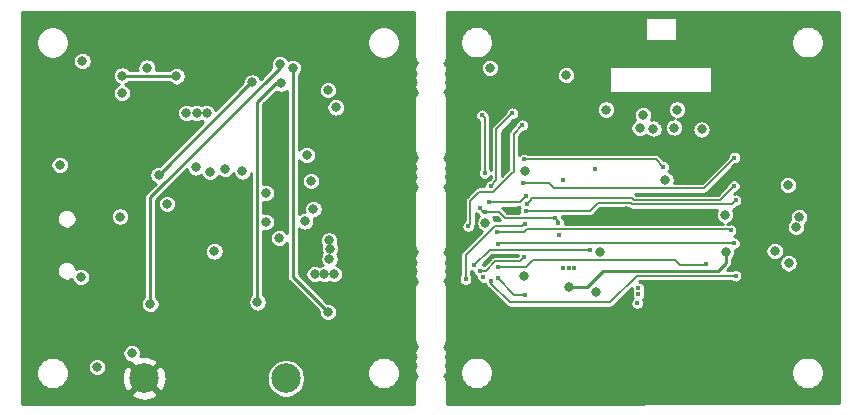
<source format=gbr>
G04 #@! TF.GenerationSoftware,KiCad,Pcbnew,(5.1.8)-1*
G04 #@! TF.CreationDate,2021-06-27T17:42:14+01:00*
G04 #@! TF.ProjectId,schem_1,73636865-6d5f-4312-9e6b-696361645f70,rev?*
G04 #@! TF.SameCoordinates,Original*
G04 #@! TF.FileFunction,Copper,L3,Inr*
G04 #@! TF.FilePolarity,Positive*
%FSLAX46Y46*%
G04 Gerber Fmt 4.6, Leading zero omitted, Abs format (unit mm)*
G04 Created by KiCad (PCBNEW (5.1.8)-1) date 2021-06-27 17:42:14*
%MOMM*%
%LPD*%
G01*
G04 APERTURE LIST*
G04 #@! TA.AperFunction,ComponentPad*
%ADD10C,2.500000*%
G04 #@! TD*
G04 #@! TA.AperFunction,ViaPad*
%ADD11C,0.800000*%
G04 #@! TD*
G04 #@! TA.AperFunction,ViaPad*
%ADD12C,0.400000*%
G04 #@! TD*
G04 #@! TA.AperFunction,Conductor*
%ADD13C,0.150000*%
G04 #@! TD*
G04 #@! TA.AperFunction,Conductor*
%ADD14C,0.250000*%
G04 #@! TD*
G04 #@! TA.AperFunction,Conductor*
%ADD15C,0.254000*%
G04 #@! TD*
G04 #@! TA.AperFunction,Conductor*
%ADD16C,0.100000*%
G04 #@! TD*
G04 APERTURE END LIST*
D10*
G04 #@! TO.N,GND*
G04 #@! TO.C,C2*
X68712800Y-27917200D03*
G04 #@! TO.N,Net-(C2-Pad1)*
X80712800Y-27917200D03*
G04 #@! TD*
D11*
G04 #@! TO.N,GND*
X90692800Y-29187200D03*
X90692800Y-26647200D03*
X90692800Y-24107200D03*
X90692800Y-21567200D03*
X90692800Y-19027200D03*
X90692800Y-16487200D03*
X90692800Y-13947200D03*
X90692800Y-11407200D03*
X90692800Y-8867200D03*
X90692800Y-6327200D03*
X90692800Y-3787200D03*
X90692800Y-1247200D03*
X89422800Y2562800D03*
X86882800Y2562800D03*
X84342800Y2562800D03*
X59577800Y-1247200D03*
X59577800Y-3787200D03*
X59577800Y-6962200D03*
X59577800Y-9502200D03*
X59577800Y-14582200D03*
X64657800Y1927800D03*
X62117800Y1927800D03*
X59577800Y1927800D03*
X126732880Y2444840D03*
X96125880Y-24402960D03*
X98665880Y-24402960D03*
X101205880Y-24402960D03*
X103745880Y-24402960D03*
X106285880Y-24402960D03*
X108825880Y-24402960D03*
X111365880Y-24402960D03*
X113905880Y-24402960D03*
X116445880Y-24402960D03*
X118985880Y-24402960D03*
X121525880Y-24402960D03*
X124065880Y-24402960D03*
X94919380Y-25660260D03*
X94932080Y-29089260D03*
X126732880Y-95160D03*
X126732880Y-7715160D03*
X126732880Y-12795160D03*
X126732880Y-15335160D03*
X126732880Y-17875160D03*
X126732880Y-20415160D03*
X126732880Y-22955160D03*
X126732880Y-25495160D03*
X126732880Y-28035160D03*
X107454280Y-2838360D03*
X108165480Y-869860D03*
X110730880Y-869860D03*
X113296280Y-869860D03*
X115861680Y-869860D03*
X117538080Y-2660560D03*
X109501520Y-13702802D03*
X112564760Y-6087020D03*
D12*
X98239669Y-17548519D03*
X100484084Y-13493352D03*
D11*
X126885280Y-10354220D03*
X94830480Y-22180460D03*
X95465480Y2584540D03*
X98005480Y2584540D03*
X100545480Y2584540D03*
X103085480Y2584540D03*
X117690480Y2584540D03*
X120865480Y2584540D03*
X123405480Y2584540D03*
X94830480Y-6940460D03*
X115150480Y2584540D03*
X110070480Y2584540D03*
X108165480Y2584540D03*
X110070480Y679540D03*
X114515480Y679540D03*
X73906200Y-28068200D03*
X75036500Y-26544200D03*
X64724100Y-28360300D03*
X79811700Y-4865300D03*
X80027600Y-19825900D03*
X59577800Y-17122200D03*
X59577800Y-19027200D03*
X59577800Y-23472200D03*
X59577800Y-26012200D03*
X83072800Y-28552200D03*
X85612800Y-28552200D03*
D12*
X98510680Y-14358660D03*
D11*
X71734500Y-4168200D03*
G04 #@! TO.N,+3V3*
X123898240Y-15088780D03*
X112851780Y-11131460D03*
X97980080Y-1619160D03*
X107273506Y-17189794D03*
X107002160Y-20620900D03*
X123273400Y-18172340D03*
X124166980Y-14246000D03*
X111833499Y-6769120D03*
X97609240Y-14743340D03*
X104446920Y-2246540D03*
X123212440Y-11553100D03*
X84404020Y-17778660D03*
X84362867Y-16232851D03*
X63479500Y-1042600D03*
X61561800Y-9831000D03*
X74007800Y-5436800D03*
X73144200Y-5449500D03*
X72267900Y-5424100D03*
X79025400Y-12218600D03*
X74655500Y-17158900D03*
X70655000Y-13133000D03*
X84429420Y-16940460D03*
D12*
G04 #@! TO.N,/CSI_PCLK*
X100977280Y-20846960D03*
X98665880Y-19449960D03*
G04 #@! TO.N,/CAM_RST*
X97306980Y-5628458D03*
X97535580Y-10535660D03*
D11*
G04 #@! TO.N,/ESP32_RST*
X122097380Y-17138560D03*
G04 #@! TO.N,+2V8*
X100941720Y-10323740D03*
D12*
G04 #@! TO.N,+1V2*
X110565780Y-20783457D03*
X110565780Y-20275460D03*
X103534515Y-14371757D03*
X97164760Y-13523460D03*
X103768480Y-14790460D03*
X97532661Y-13812679D03*
D11*
G04 #@! TO.N,Net-(C17-Pad1)*
X80141900Y-16041300D03*
G04 #@! TO.N,Net-(C17-Pad2)*
X79037000Y-14669700D03*
G04 #@! TO.N,Net-(C18-Pad2)*
X83037500Y-13590200D03*
G04 #@! TO.N,Net-(C18-Pad1)*
X82312500Y-14618900D03*
G04 #@! TO.N,Net-(C21-Pad1)*
X84929800Y-4966900D03*
G04 #@! TO.N,Net-(C22-Pad1)*
X84269400Y-3519100D03*
G04 #@! TO.N,Net-(D3-Pad2)*
X68927800Y-1601400D03*
G04 #@! TO.N,Net-(D4-Pad2)*
X66819600Y-3760400D03*
D12*
G04 #@! TO.N,/CSI_D2*
X95922680Y-19523460D03*
X100926480Y-14801760D03*
G04 #@! TO.N,/CSI_D1*
X101023831Y-12512859D03*
X97395880Y-19335660D03*
X97873996Y-13018351D03*
G04 #@! TO.N,/CSI_D3*
X100913780Y-17621160D03*
X97124070Y-18789560D03*
G04 #@! TO.N,Net-(J1-Pad6)*
X96646580Y-18332360D03*
X106463680Y-17011560D03*
X106870080Y-10176420D03*
G04 #@! TO.N,/CSI_D4*
X118782680Y-19221360D03*
X98096410Y-19638920D03*
G04 #@! TO.N,/CSI_D5*
X98665880Y-18474630D03*
X116239880Y-18270260D03*
G04 #@! TO.N,/CSI_D6*
X118655680Y-16478160D03*
X98635400Y-16511180D03*
G04 #@! TO.N,/CSI_MCLK*
X96143980Y-15048460D03*
X100723280Y-6483260D03*
G04 #@! TO.N,/CSI_D7*
X118363580Y-15373260D03*
X98612280Y-15527060D03*
G04 #@! TO.N,Net-(J1-Pad17)*
X99897780Y-5467260D03*
X98088030Y-11595010D03*
G04 #@! TO.N,/CSI_VSYNC*
X118642980Y-11626760D03*
X101155080Y-13112660D03*
G04 #@! TO.N,/TWI_SCK*
X118693780Y-9213760D03*
X100799480Y-11360060D03*
G04 #@! TO.N,/TWI_SDA*
X100888380Y-9378860D03*
X112671440Y-10003700D03*
D11*
G04 #@! TO.N,/HS2_DATA1*
X115901700Y-6838860D03*
G04 #@! TO.N,/HS2_DATA0*
X107809880Y-5162460D03*
G04 #@! TO.N,/HS2_CLK*
X113588380Y-6673760D03*
G04 #@! TO.N,/HS2_CMD*
X110667380Y-6724560D03*
G04 #@! TO.N,/HS2_DATA3*
X110959480Y-5606960D03*
G04 #@! TO.N,/HS2_DATA2*
X113829680Y-5162460D03*
D12*
G04 #@! TO.N,/SCL*
X103872880Y-15766960D03*
D11*
X75569900Y-10199300D03*
X82834300Y-11189900D03*
G04 #@! TO.N,/U0TXD*
X117957180Y-17187460D03*
X104697966Y-20138300D03*
D12*
G04 #@! TO.N,/CSI_D0*
X104190380Y-11144160D03*
G04 #@! TO.N,/CAM_PWR*
X110451480Y-21558160D03*
D11*
G04 #@! TO.N,/I2C OLED/OLED_RESET*
X77030400Y-10389800D03*
G04 #@! TO.N,Net-(R21-Pad1)*
X73080702Y-10046900D03*
G04 #@! TO.N,/GPIO Expander/Vusb_detect*
X69931100Y-10681900D03*
X77868600Y-2858700D03*
G04 #@! TO.N,/GPIO Expander/LED_RECORDING*
X71442400Y-2338000D03*
X66857700Y-2274500D03*
D12*
G04 #@! TO.N,/SDA*
X118782680Y-12833260D03*
X101040780Y-13717160D03*
D11*
X74287200Y-10427900D03*
X82470639Y-9004168D03*
G04 #@! TO.N,/GPIO Expander/BTN_DOWN*
X80192700Y-1322000D03*
X69232600Y-21616600D03*
G04 #@! TO.N,/GPIO Expander/BTN_UP*
X81284900Y-1614100D03*
X84269400Y-22302400D03*
G04 #@! TO.N,/GPIO Expander/BTN_OK*
X78300400Y-21476900D03*
X80281600Y-2947600D03*
G04 #@! TO.N,/5V_USB_SC*
X117883171Y-14054651D03*
X100897478Y-19284860D03*
D12*
X105116221Y-18610114D03*
D11*
X63339800Y-19326618D03*
X84790100Y-19079140D03*
X83977300Y-19079140D03*
X83151800Y-19079140D03*
X66654500Y-14212500D03*
X64711400Y-26950600D03*
X67657800Y-25794900D03*
D12*
X104200280Y-18602560D03*
X104657480Y-18600454D03*
G04 #@! TD*
D13*
G04 #@! TO.N,/CSI_PCLK*
X100977280Y-20846960D02*
X100062880Y-20846960D01*
X100062880Y-20846960D02*
X98665880Y-19449960D01*
G04 #@! TO.N,/CAM_RST*
X97535580Y-5857058D02*
X97306980Y-5628458D01*
X97535580Y-10535660D02*
X97535580Y-5857058D01*
G04 #@! TO.N,+1V2*
X97434352Y-13795612D02*
X97162200Y-13523460D01*
X103768480Y-14605722D02*
X103603640Y-14440882D01*
X103768480Y-14790460D02*
X103768480Y-14605722D01*
X99257679Y-14326759D02*
X103489517Y-14326759D01*
X103489517Y-14326759D02*
X103534515Y-14371757D01*
X97532661Y-13812679D02*
X98759468Y-13828548D01*
X98759468Y-13828548D02*
X99257679Y-14326759D01*
G04 #@! TO.N,/CSI_D2*
X100726481Y-15001759D02*
X100926480Y-14801760D01*
X98400981Y-15001759D02*
X100726481Y-15001759D01*
X95922680Y-19523460D02*
X95922680Y-17480060D01*
X95922680Y-17480060D02*
X98400981Y-15001759D01*
G04 #@! TO.N,/CSI_D1*
X98156838Y-13018351D02*
X97873996Y-13018351D01*
X100518338Y-13018352D02*
X98156838Y-13018351D01*
X101023831Y-12512859D02*
X100518338Y-13018352D01*
G04 #@! TO.N,/CSI_D3*
X97616860Y-18789560D02*
X97124070Y-18789560D01*
X98406800Y-17999620D02*
X97616860Y-18789560D01*
X100535320Y-17999620D02*
X98406800Y-17999620D01*
X100913780Y-17621160D02*
X100535320Y-17999620D01*
G04 #@! TO.N,Net-(J1-Pad6)*
X97967380Y-17011560D02*
X96646580Y-18332360D01*
X106463680Y-17011560D02*
X97967380Y-17011560D01*
G04 #@! TO.N,/CSI_D4*
X110400680Y-19221360D02*
X118782680Y-19221360D01*
X108142620Y-21479420D02*
X110400680Y-19221360D01*
X99676800Y-21479420D02*
X108142620Y-21479420D01*
X98096410Y-19899030D02*
X99676800Y-21479420D01*
X98096410Y-19638920D02*
X98096410Y-19899030D01*
G04 #@! TO.N,/CSI_D5*
X101642760Y-17882780D02*
X112804400Y-17882780D01*
X101050910Y-18474630D02*
X101642760Y-17882780D01*
X98665880Y-18474630D02*
X101050910Y-18474630D01*
X113617200Y-17882780D02*
X114055480Y-18321060D01*
X112804400Y-17882780D02*
X113617200Y-17882780D01*
X116189080Y-18321060D02*
X116239880Y-18270260D01*
X114055480Y-18321060D02*
X116189080Y-18321060D01*
G04 #@! TO.N,/CSI_D6*
X118655680Y-16478160D02*
X98668420Y-16478160D01*
X98668420Y-16478160D02*
X98635400Y-16511180D01*
G04 #@! TO.N,/CSI_MCLK*
X99986680Y-7219860D02*
X100723280Y-6483260D01*
X99970862Y-10415180D02*
X99986680Y-10415180D01*
X98269062Y-12116980D02*
X99970862Y-10415180D01*
X99986680Y-10415180D02*
X99986680Y-7219860D01*
X97101240Y-12116980D02*
X98269062Y-12116980D01*
X96313840Y-12904380D02*
X97101240Y-12116980D01*
X96313840Y-14878600D02*
X96313840Y-12904380D01*
X96143980Y-15048460D02*
X96313840Y-14878600D01*
G04 #@! TO.N,/CSI_D7*
X100889520Y-15527060D02*
X98612280Y-15527060D01*
X101150000Y-15266580D02*
X100889520Y-15527060D01*
X118363580Y-15373260D02*
X118256900Y-15266580D01*
X118256900Y-15266580D02*
X101150000Y-15266580D01*
G04 #@! TO.N,Net-(J1-Pad17)*
X98526180Y-6838860D02*
X99897780Y-5467260D01*
X98526180Y-11156860D02*
X98526180Y-6838860D01*
X98080580Y-11602460D02*
X98088030Y-11595010D01*
X98088030Y-11595010D02*
X98526180Y-11156860D01*
G04 #@! TO.N,/CSI_VSYNC*
X118642980Y-11626760D02*
X117466960Y-12802780D01*
X101355079Y-12912661D02*
X101155080Y-13112660D01*
X110047553Y-12677781D02*
X101589959Y-12677781D01*
X101589959Y-12677781D02*
X101355079Y-12912661D01*
X110172552Y-12802780D02*
X110047553Y-12677781D01*
X117466960Y-12802780D02*
X110172552Y-12802780D01*
G04 #@! TO.N,/TWI_SCK*
X102971180Y-11360060D02*
X100799480Y-11360060D01*
X103425179Y-11814059D02*
X102971180Y-11360060D01*
X116093481Y-11814059D02*
X103425179Y-11814059D01*
X118693780Y-9213760D02*
X116093481Y-11814059D01*
G04 #@! TO.N,/TWI_SDA*
X100888380Y-9378860D02*
X112046600Y-9378860D01*
X112046600Y-9378860D02*
X112671440Y-10003700D01*
D14*
G04 #@! TO.N,/U0TXD*
X106204600Y-20138300D02*
X104697966Y-20138300D01*
X107539319Y-18803581D02*
X106204600Y-20138300D01*
X117272599Y-18803581D02*
X107539319Y-18803581D01*
X117957180Y-18119000D02*
X117272599Y-18803581D01*
X117957180Y-17187460D02*
X117957180Y-18119000D01*
G04 #@! TO.N,/GPIO Expander/Vusb_detect*
X69931100Y-10681900D02*
X77754300Y-2858700D01*
X77754300Y-2858700D02*
X77868600Y-2858700D01*
G04 #@! TO.N,/GPIO Expander/LED_RECORDING*
X66921200Y-2338000D02*
X66857700Y-2274500D01*
X71442400Y-2338000D02*
X66921200Y-2338000D01*
D13*
G04 #@! TO.N,/SDA*
X118447400Y-13168540D02*
X118582681Y-13033259D01*
X118582681Y-13033259D02*
X118782680Y-12833260D01*
X110043322Y-13168540D02*
X118447400Y-13168540D01*
X106448460Y-13717160D02*
X107137828Y-13027792D01*
X109902574Y-13027792D02*
X110043322Y-13168540D01*
X101040780Y-13717160D02*
X106448460Y-13717160D01*
X107137828Y-13027792D02*
X109902574Y-13027792D01*
D14*
G04 #@! TO.N,/GPIO Expander/BTN_DOWN*
X69232600Y-12598190D02*
X69232600Y-21616600D01*
X80192700Y-1638090D02*
X69232600Y-12598190D01*
X80192700Y-1322000D02*
X80192700Y-1638090D01*
G04 #@! TO.N,/GPIO Expander/BTN_UP*
X81284900Y-19317900D02*
X84269400Y-22302400D01*
X81284900Y-1614100D02*
X81284900Y-19317900D01*
G04 #@! TO.N,/GPIO Expander/BTN_OK*
X79862500Y-2947600D02*
X80281600Y-2947600D01*
X78300400Y-4509700D02*
X79862500Y-2947600D01*
X78300400Y-21476900D02*
X78300400Y-4509700D01*
G04 #@! TD*
D15*
G04 #@! TO.N,GND*
X127506481Y-30041051D02*
X94373880Y-30043530D01*
X94373880Y-28437259D01*
X94371845Y-28416598D01*
X94371845Y-28403619D01*
X94371253Y-28397981D01*
X94349498Y-28204032D01*
X94341838Y-28167995D01*
X94334699Y-28131940D01*
X94333023Y-28126524D01*
X94274010Y-27940494D01*
X94259501Y-27906643D01*
X94245491Y-27872653D01*
X94242795Y-27867666D01*
X94242795Y-27867665D01*
X94242792Y-27867661D01*
X94148773Y-27696641D01*
X94137407Y-27680042D01*
X94208010Y-27609439D01*
X94277065Y-27506091D01*
X94324631Y-27391256D01*
X94340506Y-27311443D01*
X95481480Y-27311443D01*
X95481480Y-27583477D01*
X95534551Y-27850283D01*
X95638654Y-28101609D01*
X95789787Y-28327796D01*
X95982144Y-28520153D01*
X96208331Y-28671286D01*
X96459657Y-28775389D01*
X96726463Y-28828460D01*
X96998497Y-28828460D01*
X97265303Y-28775389D01*
X97516629Y-28671286D01*
X97742816Y-28520153D01*
X97935173Y-28327796D01*
X98086306Y-28101609D01*
X98190409Y-27850283D01*
X98243480Y-27583477D01*
X98243480Y-27311443D01*
X123481480Y-27311443D01*
X123481480Y-27583477D01*
X123534551Y-27850283D01*
X123638654Y-28101609D01*
X123789787Y-28327796D01*
X123982144Y-28520153D01*
X124208331Y-28671286D01*
X124459657Y-28775389D01*
X124726463Y-28828460D01*
X124998497Y-28828460D01*
X125265303Y-28775389D01*
X125516629Y-28671286D01*
X125742816Y-28520153D01*
X125935173Y-28327796D01*
X126086306Y-28101609D01*
X126190409Y-27850283D01*
X126243480Y-27583477D01*
X126243480Y-27311443D01*
X126190409Y-27044637D01*
X126086306Y-26793311D01*
X125935173Y-26567124D01*
X125742816Y-26374767D01*
X125516629Y-26223634D01*
X125265303Y-26119531D01*
X124998497Y-26066460D01*
X124726463Y-26066460D01*
X124459657Y-26119531D01*
X124208331Y-26223634D01*
X123982144Y-26374767D01*
X123789787Y-26567124D01*
X123638654Y-26793311D01*
X123534551Y-27044637D01*
X123481480Y-27311443D01*
X98243480Y-27311443D01*
X98190409Y-27044637D01*
X98086306Y-26793311D01*
X97935173Y-26567124D01*
X97742816Y-26374767D01*
X97516629Y-26223634D01*
X97265303Y-26119531D01*
X96998497Y-26066460D01*
X96726463Y-26066460D01*
X96459657Y-26119531D01*
X96208331Y-26223634D01*
X95982144Y-26374767D01*
X95789787Y-26567124D01*
X95638654Y-26793311D01*
X95534551Y-27044637D01*
X95481480Y-27311443D01*
X94340506Y-27311443D01*
X94348880Y-27269348D01*
X94348880Y-27145052D01*
X94324631Y-27023144D01*
X94277065Y-26908309D01*
X94226211Y-26832200D01*
X94277065Y-26756091D01*
X94324631Y-26641256D01*
X94348880Y-26519348D01*
X94348880Y-26395052D01*
X94324631Y-26273144D01*
X94277065Y-26158309D01*
X94226211Y-26082200D01*
X94277065Y-26006091D01*
X94324631Y-25891256D01*
X94348880Y-25769348D01*
X94348880Y-25645052D01*
X94324631Y-25523144D01*
X94277065Y-25408309D01*
X94208010Y-25304961D01*
X94137337Y-25234288D01*
X94156581Y-25206184D01*
X94159275Y-25201202D01*
X94159278Y-25201198D01*
X94159280Y-25201194D01*
X94250903Y-25028875D01*
X94264926Y-24994852D01*
X94279421Y-24961032D01*
X94281098Y-24955617D01*
X94337507Y-24768780D01*
X94344666Y-24732625D01*
X94352304Y-24696691D01*
X94352896Y-24691062D01*
X94352898Y-24691052D01*
X94352898Y-24691043D01*
X94371942Y-24496820D01*
X94371942Y-24496818D01*
X94373880Y-24477141D01*
X94373880Y-20437259D01*
X94371845Y-20416598D01*
X94371845Y-20403619D01*
X94371253Y-20397981D01*
X94349498Y-20204032D01*
X94341838Y-20167995D01*
X94334699Y-20131940D01*
X94333023Y-20126524D01*
X94274010Y-19940494D01*
X94259501Y-19906643D01*
X94245491Y-19872653D01*
X94242795Y-19867666D01*
X94242795Y-19867665D01*
X94242792Y-19867661D01*
X94148773Y-19696641D01*
X94137407Y-19680042D01*
X94208010Y-19609439D01*
X94277065Y-19506091D01*
X94293572Y-19466237D01*
X95341680Y-19466237D01*
X95341680Y-19580683D01*
X95364008Y-19692931D01*
X95407805Y-19798667D01*
X95471388Y-19893826D01*
X95552314Y-19974752D01*
X95647473Y-20038335D01*
X95753209Y-20082132D01*
X95865457Y-20104460D01*
X95979903Y-20104460D01*
X96092151Y-20082132D01*
X96197887Y-20038335D01*
X96293046Y-19974752D01*
X96373972Y-19893826D01*
X96437555Y-19798667D01*
X96481352Y-19692931D01*
X96503680Y-19580683D01*
X96503680Y-19466237D01*
X96481352Y-19353989D01*
X96437555Y-19248253D01*
X96378680Y-19160140D01*
X96378680Y-18850262D01*
X96477109Y-18891032D01*
X96554952Y-18906516D01*
X96565398Y-18959031D01*
X96609195Y-19064767D01*
X96672778Y-19159926D01*
X96753704Y-19240852D01*
X96814880Y-19281728D01*
X96814880Y-19392883D01*
X96837208Y-19505131D01*
X96881005Y-19610867D01*
X96944588Y-19706026D01*
X97025514Y-19786952D01*
X97120673Y-19850535D01*
X97226409Y-19894332D01*
X97338657Y-19916660D01*
X97453103Y-19916660D01*
X97565351Y-19894332D01*
X97572166Y-19891509D01*
X97581535Y-19914127D01*
X97645118Y-20009286D01*
X97656916Y-20021084D01*
X97673083Y-20074378D01*
X97695196Y-20115748D01*
X97715426Y-20153595D01*
X97755526Y-20202457D01*
X97772410Y-20223031D01*
X97789808Y-20237309D01*
X99338521Y-21786023D01*
X99352799Y-21803421D01*
X99422234Y-21860404D01*
X99501452Y-21902747D01*
X99587408Y-21928822D01*
X99654401Y-21935420D01*
X99654404Y-21935420D01*
X99676800Y-21937626D01*
X99699196Y-21935420D01*
X108120224Y-21935420D01*
X108142620Y-21937626D01*
X108165016Y-21935420D01*
X108165019Y-21935420D01*
X108232012Y-21928822D01*
X108317968Y-21902747D01*
X108397186Y-21860404D01*
X108466621Y-21803421D01*
X108480903Y-21786018D01*
X109984780Y-20282142D01*
X109984780Y-20332683D01*
X110007108Y-20444931D01*
X110042120Y-20529459D01*
X110007108Y-20613986D01*
X109984780Y-20726234D01*
X109984780Y-20840680D01*
X110007108Y-20952928D01*
X110050905Y-21058664D01*
X110082497Y-21105944D01*
X110081114Y-21106868D01*
X110000188Y-21187794D01*
X109936605Y-21282953D01*
X109892808Y-21388689D01*
X109870480Y-21500937D01*
X109870480Y-21615383D01*
X109892808Y-21727631D01*
X109936605Y-21833367D01*
X110000188Y-21928526D01*
X110081114Y-22009452D01*
X110176273Y-22073035D01*
X110282009Y-22116832D01*
X110394257Y-22139160D01*
X110508703Y-22139160D01*
X110620951Y-22116832D01*
X110726687Y-22073035D01*
X110821846Y-22009452D01*
X110902772Y-21928526D01*
X110966355Y-21833367D01*
X111010152Y-21727631D01*
X111032480Y-21615383D01*
X111032480Y-21500937D01*
X111010152Y-21388689D01*
X110966355Y-21282953D01*
X110934763Y-21235673D01*
X110936146Y-21234749D01*
X111017072Y-21153823D01*
X111080655Y-21058664D01*
X111124452Y-20952928D01*
X111146780Y-20840680D01*
X111146780Y-20726234D01*
X111124452Y-20613986D01*
X111089440Y-20529459D01*
X111124452Y-20444931D01*
X111146780Y-20332683D01*
X111146780Y-20218237D01*
X111124452Y-20105989D01*
X111080655Y-20000253D01*
X111017072Y-19905094D01*
X110936146Y-19824168D01*
X110840987Y-19760585D01*
X110735251Y-19716788D01*
X110623003Y-19694460D01*
X110572462Y-19694460D01*
X110589562Y-19677360D01*
X118419360Y-19677360D01*
X118507473Y-19736235D01*
X118613209Y-19780032D01*
X118725457Y-19802360D01*
X118839903Y-19802360D01*
X118952151Y-19780032D01*
X119057887Y-19736235D01*
X119153046Y-19672652D01*
X119233972Y-19591726D01*
X119297555Y-19496567D01*
X119341352Y-19390831D01*
X119363680Y-19278583D01*
X119363680Y-19164137D01*
X119341352Y-19051889D01*
X119297555Y-18946153D01*
X119233972Y-18850994D01*
X119153046Y-18770068D01*
X119057887Y-18706485D01*
X118952151Y-18662688D01*
X118839903Y-18640360D01*
X118725457Y-18640360D01*
X118613209Y-18662688D01*
X118507473Y-18706485D01*
X118419360Y-18765360D01*
X118026412Y-18765360D01*
X118297400Y-18494372D01*
X118316707Y-18478527D01*
X118379939Y-18401479D01*
X118426925Y-18313575D01*
X118455858Y-18218193D01*
X118463180Y-18143854D01*
X118465628Y-18119000D01*
X118463306Y-18095418D01*
X122492400Y-18095418D01*
X122492400Y-18249262D01*
X122522413Y-18400149D01*
X122581287Y-18542282D01*
X122666758Y-18670199D01*
X122775541Y-18778982D01*
X122903458Y-18864453D01*
X123045591Y-18923327D01*
X123196478Y-18953340D01*
X123350322Y-18953340D01*
X123501209Y-18923327D01*
X123643342Y-18864453D01*
X123771259Y-18778982D01*
X123880042Y-18670199D01*
X123965513Y-18542282D01*
X124024387Y-18400149D01*
X124054400Y-18249262D01*
X124054400Y-18095418D01*
X124024387Y-17944531D01*
X123965513Y-17802398D01*
X123880042Y-17674481D01*
X123771259Y-17565698D01*
X123643342Y-17480227D01*
X123501209Y-17421353D01*
X123350322Y-17391340D01*
X123196478Y-17391340D01*
X123045591Y-17421353D01*
X122903458Y-17480227D01*
X122775541Y-17565698D01*
X122666758Y-17674481D01*
X122581287Y-17802398D01*
X122522413Y-17944531D01*
X122492400Y-18095418D01*
X118463306Y-18095418D01*
X118463180Y-18094146D01*
X118463180Y-17785961D01*
X118563822Y-17685319D01*
X118649293Y-17557402D01*
X118708167Y-17415269D01*
X118738180Y-17264382D01*
X118738180Y-17110538D01*
X118728453Y-17061638D01*
X121316380Y-17061638D01*
X121316380Y-17215482D01*
X121346393Y-17366369D01*
X121405267Y-17508502D01*
X121490738Y-17636419D01*
X121599521Y-17745202D01*
X121727438Y-17830673D01*
X121869571Y-17889547D01*
X122020458Y-17919560D01*
X122174302Y-17919560D01*
X122325189Y-17889547D01*
X122467322Y-17830673D01*
X122595239Y-17745202D01*
X122704022Y-17636419D01*
X122789493Y-17508502D01*
X122848367Y-17366369D01*
X122878380Y-17215482D01*
X122878380Y-17061638D01*
X122848367Y-16910751D01*
X122789493Y-16768618D01*
X122704022Y-16640701D01*
X122595239Y-16531918D01*
X122467322Y-16446447D01*
X122325189Y-16387573D01*
X122174302Y-16357560D01*
X122020458Y-16357560D01*
X121869571Y-16387573D01*
X121727438Y-16446447D01*
X121599521Y-16531918D01*
X121490738Y-16640701D01*
X121405267Y-16768618D01*
X121346393Y-16910751D01*
X121316380Y-17061638D01*
X118728453Y-17061638D01*
X118727387Y-17056279D01*
X118825151Y-17036832D01*
X118930887Y-16993035D01*
X119026046Y-16929452D01*
X119106972Y-16848526D01*
X119170555Y-16753367D01*
X119214352Y-16647631D01*
X119236680Y-16535383D01*
X119236680Y-16420937D01*
X119214352Y-16308689D01*
X119170555Y-16202953D01*
X119106972Y-16107794D01*
X119026046Y-16026868D01*
X118930887Y-15963285D01*
X118825151Y-15919488D01*
X118712903Y-15897160D01*
X118616999Y-15897160D01*
X118638787Y-15888135D01*
X118733946Y-15824552D01*
X118814872Y-15743626D01*
X118878455Y-15648467D01*
X118922252Y-15542731D01*
X118944580Y-15430483D01*
X118944580Y-15316037D01*
X118922252Y-15203789D01*
X118878455Y-15098053D01*
X118820862Y-15011858D01*
X123117240Y-15011858D01*
X123117240Y-15165702D01*
X123147253Y-15316589D01*
X123206127Y-15458722D01*
X123291598Y-15586639D01*
X123400381Y-15695422D01*
X123528298Y-15780893D01*
X123670431Y-15839767D01*
X123821318Y-15869780D01*
X123975162Y-15869780D01*
X124126049Y-15839767D01*
X124268182Y-15780893D01*
X124396099Y-15695422D01*
X124504882Y-15586639D01*
X124590353Y-15458722D01*
X124649227Y-15316589D01*
X124679240Y-15165702D01*
X124679240Y-15011858D01*
X124649596Y-14862827D01*
X124664839Y-14852642D01*
X124773622Y-14743859D01*
X124859093Y-14615942D01*
X124917967Y-14473809D01*
X124947980Y-14322922D01*
X124947980Y-14169078D01*
X124917967Y-14018191D01*
X124859093Y-13876058D01*
X124773622Y-13748141D01*
X124664839Y-13639358D01*
X124536922Y-13553887D01*
X124394789Y-13495013D01*
X124243902Y-13465000D01*
X124090058Y-13465000D01*
X123939171Y-13495013D01*
X123797038Y-13553887D01*
X123669121Y-13639358D01*
X123560338Y-13748141D01*
X123474867Y-13876058D01*
X123415993Y-14018191D01*
X123385980Y-14169078D01*
X123385980Y-14322922D01*
X123415624Y-14471953D01*
X123400381Y-14482138D01*
X123291598Y-14590921D01*
X123206127Y-14718838D01*
X123147253Y-14860971D01*
X123117240Y-15011858D01*
X118820862Y-15011858D01*
X118814872Y-15002894D01*
X118733946Y-14921968D01*
X118638787Y-14858385D01*
X118533051Y-14814588D01*
X118420803Y-14792260D01*
X118306357Y-14792260D01*
X118214258Y-14810580D01*
X118086135Y-14810580D01*
X118110980Y-14805638D01*
X118253113Y-14746764D01*
X118381030Y-14661293D01*
X118489813Y-14552510D01*
X118575284Y-14424593D01*
X118634158Y-14282460D01*
X118664171Y-14131573D01*
X118664171Y-13977729D01*
X118634158Y-13826842D01*
X118575284Y-13684709D01*
X118531050Y-13618508D01*
X118536792Y-13617942D01*
X118622748Y-13591867D01*
X118701966Y-13549524D01*
X118771401Y-13492541D01*
X118785683Y-13475138D01*
X118848214Y-13412607D01*
X118952151Y-13391932D01*
X119057887Y-13348135D01*
X119153046Y-13284552D01*
X119233972Y-13203626D01*
X119297555Y-13108467D01*
X119341352Y-13002731D01*
X119363680Y-12890483D01*
X119363680Y-12776037D01*
X119341352Y-12663789D01*
X119297555Y-12558053D01*
X119233972Y-12462894D01*
X119153046Y-12381968D01*
X119057887Y-12318385D01*
X118952151Y-12274588D01*
X118839903Y-12252260D01*
X118725457Y-12252260D01*
X118646694Y-12267927D01*
X118708514Y-12206107D01*
X118812451Y-12185432D01*
X118918187Y-12141635D01*
X119013346Y-12078052D01*
X119094272Y-11997126D01*
X119157855Y-11901967D01*
X119201652Y-11796231D01*
X119223980Y-11683983D01*
X119223980Y-11569537D01*
X119205410Y-11476178D01*
X122431440Y-11476178D01*
X122431440Y-11630022D01*
X122461453Y-11780909D01*
X122520327Y-11923042D01*
X122605798Y-12050959D01*
X122714581Y-12159742D01*
X122842498Y-12245213D01*
X122984631Y-12304087D01*
X123135518Y-12334100D01*
X123289362Y-12334100D01*
X123440249Y-12304087D01*
X123582382Y-12245213D01*
X123710299Y-12159742D01*
X123819082Y-12050959D01*
X123904553Y-11923042D01*
X123963427Y-11780909D01*
X123993440Y-11630022D01*
X123993440Y-11476178D01*
X123963427Y-11325291D01*
X123904553Y-11183158D01*
X123819082Y-11055241D01*
X123710299Y-10946458D01*
X123582382Y-10860987D01*
X123440249Y-10802113D01*
X123289362Y-10772100D01*
X123135518Y-10772100D01*
X122984631Y-10802113D01*
X122842498Y-10860987D01*
X122714581Y-10946458D01*
X122605798Y-11055241D01*
X122520327Y-11183158D01*
X122461453Y-11325291D01*
X122431440Y-11476178D01*
X119205410Y-11476178D01*
X119201652Y-11457289D01*
X119157855Y-11351553D01*
X119094272Y-11256394D01*
X119013346Y-11175468D01*
X118918187Y-11111885D01*
X118812451Y-11068088D01*
X118700203Y-11045760D01*
X118585757Y-11045760D01*
X118473509Y-11068088D01*
X118367773Y-11111885D01*
X118272614Y-11175468D01*
X118191688Y-11256394D01*
X118128105Y-11351553D01*
X118084308Y-11457289D01*
X118063633Y-11561226D01*
X117278079Y-12346780D01*
X110363024Y-12346780D01*
X110302119Y-12296797D01*
X110252096Y-12270059D01*
X116071085Y-12270059D01*
X116093481Y-12272265D01*
X116115877Y-12270059D01*
X116115880Y-12270059D01*
X116182873Y-12263461D01*
X116268829Y-12237386D01*
X116348047Y-12195043D01*
X116417482Y-12138060D01*
X116431764Y-12120657D01*
X118759315Y-9793107D01*
X118863251Y-9772432D01*
X118968987Y-9728635D01*
X119064146Y-9665052D01*
X119145072Y-9584126D01*
X119208655Y-9488967D01*
X119252452Y-9383231D01*
X119274780Y-9270983D01*
X119274780Y-9156537D01*
X119252452Y-9044289D01*
X119208655Y-8938553D01*
X119145072Y-8843394D01*
X119064146Y-8762468D01*
X118968987Y-8698885D01*
X118863251Y-8655088D01*
X118751003Y-8632760D01*
X118636557Y-8632760D01*
X118524309Y-8655088D01*
X118418573Y-8698885D01*
X118323414Y-8762468D01*
X118242488Y-8843394D01*
X118178905Y-8938553D01*
X118135108Y-9044289D01*
X118114433Y-9148225D01*
X115904600Y-11358059D01*
X113603008Y-11358059D01*
X113632780Y-11208382D01*
X113632780Y-11054538D01*
X113602767Y-10903651D01*
X113543893Y-10761518D01*
X113458422Y-10633601D01*
X113349639Y-10524818D01*
X113221722Y-10439347D01*
X113105565Y-10391233D01*
X113122732Y-10374066D01*
X113186315Y-10278907D01*
X113230112Y-10173171D01*
X113252440Y-10060923D01*
X113252440Y-9946477D01*
X113230112Y-9834229D01*
X113186315Y-9728493D01*
X113122732Y-9633334D01*
X113041806Y-9552408D01*
X112946647Y-9488825D01*
X112840911Y-9445028D01*
X112736975Y-9424353D01*
X112384883Y-9072262D01*
X112370601Y-9054859D01*
X112301166Y-8997876D01*
X112221948Y-8955533D01*
X112135992Y-8929458D01*
X112068999Y-8922860D01*
X112068996Y-8922860D01*
X112046600Y-8920654D01*
X112024204Y-8922860D01*
X101251700Y-8922860D01*
X101163587Y-8863985D01*
X101057851Y-8820188D01*
X100945603Y-8797860D01*
X100831157Y-8797860D01*
X100718909Y-8820188D01*
X100613173Y-8863985D01*
X100518014Y-8927568D01*
X100442680Y-9002902D01*
X100442680Y-7408741D01*
X100788815Y-7062607D01*
X100892751Y-7041932D01*
X100998487Y-6998135D01*
X101093646Y-6934552D01*
X101174572Y-6853626D01*
X101238155Y-6758467D01*
X101281952Y-6652731D01*
X101282965Y-6647638D01*
X109886380Y-6647638D01*
X109886380Y-6801482D01*
X109916393Y-6952369D01*
X109975267Y-7094502D01*
X110060738Y-7222419D01*
X110169521Y-7331202D01*
X110297438Y-7416673D01*
X110439571Y-7475547D01*
X110590458Y-7505560D01*
X110744302Y-7505560D01*
X110895189Y-7475547D01*
X111037322Y-7416673D01*
X111165239Y-7331202D01*
X111228160Y-7268282D01*
X111335640Y-7375762D01*
X111463557Y-7461233D01*
X111605690Y-7520107D01*
X111756577Y-7550120D01*
X111910421Y-7550120D01*
X112061308Y-7520107D01*
X112203441Y-7461233D01*
X112331358Y-7375762D01*
X112440141Y-7266979D01*
X112525612Y-7139062D01*
X112584486Y-6996929D01*
X112614499Y-6846042D01*
X112614499Y-6692198D01*
X112595531Y-6596838D01*
X112807380Y-6596838D01*
X112807380Y-6750682D01*
X112837393Y-6901569D01*
X112896267Y-7043702D01*
X112981738Y-7171619D01*
X113090521Y-7280402D01*
X113218438Y-7365873D01*
X113360571Y-7424747D01*
X113511458Y-7454760D01*
X113665302Y-7454760D01*
X113816189Y-7424747D01*
X113958322Y-7365873D01*
X114086239Y-7280402D01*
X114195022Y-7171619D01*
X114280493Y-7043702D01*
X114339367Y-6901569D01*
X114367141Y-6761938D01*
X115120700Y-6761938D01*
X115120700Y-6915782D01*
X115150713Y-7066669D01*
X115209587Y-7208802D01*
X115295058Y-7336719D01*
X115403841Y-7445502D01*
X115531758Y-7530973D01*
X115673891Y-7589847D01*
X115824778Y-7619860D01*
X115978622Y-7619860D01*
X116129509Y-7589847D01*
X116271642Y-7530973D01*
X116399559Y-7445502D01*
X116508342Y-7336719D01*
X116593813Y-7208802D01*
X116652687Y-7066669D01*
X116682700Y-6915782D01*
X116682700Y-6761938D01*
X116652687Y-6611051D01*
X116593813Y-6468918D01*
X116508342Y-6341001D01*
X116399559Y-6232218D01*
X116271642Y-6146747D01*
X116129509Y-6087873D01*
X115978622Y-6057860D01*
X115824778Y-6057860D01*
X115673891Y-6087873D01*
X115531758Y-6146747D01*
X115403841Y-6232218D01*
X115295058Y-6341001D01*
X115209587Y-6468918D01*
X115150713Y-6611051D01*
X115120700Y-6761938D01*
X114367141Y-6761938D01*
X114369380Y-6750682D01*
X114369380Y-6596838D01*
X114339367Y-6445951D01*
X114280493Y-6303818D01*
X114195022Y-6175901D01*
X114086239Y-6067118D01*
X113958322Y-5981647D01*
X113866131Y-5943460D01*
X113906602Y-5943460D01*
X114057489Y-5913447D01*
X114199622Y-5854573D01*
X114327539Y-5769102D01*
X114436322Y-5660319D01*
X114521793Y-5532402D01*
X114580667Y-5390269D01*
X114610680Y-5239382D01*
X114610680Y-5085538D01*
X114580667Y-4934651D01*
X114521793Y-4792518D01*
X114436322Y-4664601D01*
X114327539Y-4555818D01*
X114199622Y-4470347D01*
X114057489Y-4411473D01*
X113906602Y-4381460D01*
X113752758Y-4381460D01*
X113601871Y-4411473D01*
X113459738Y-4470347D01*
X113331821Y-4555818D01*
X113223038Y-4664601D01*
X113137567Y-4792518D01*
X113078693Y-4934651D01*
X113048680Y-5085538D01*
X113048680Y-5239382D01*
X113078693Y-5390269D01*
X113137567Y-5532402D01*
X113223038Y-5660319D01*
X113331821Y-5769102D01*
X113459738Y-5854573D01*
X113551929Y-5892760D01*
X113511458Y-5892760D01*
X113360571Y-5922773D01*
X113218438Y-5981647D01*
X113090521Y-6067118D01*
X112981738Y-6175901D01*
X112896267Y-6303818D01*
X112837393Y-6445951D01*
X112807380Y-6596838D01*
X112595531Y-6596838D01*
X112584486Y-6541311D01*
X112525612Y-6399178D01*
X112440141Y-6271261D01*
X112331358Y-6162478D01*
X112203441Y-6077007D01*
X112061308Y-6018133D01*
X111910421Y-5988120D01*
X111756577Y-5988120D01*
X111626857Y-6013923D01*
X111651593Y-5976902D01*
X111710467Y-5834769D01*
X111740480Y-5683882D01*
X111740480Y-5530038D01*
X111710467Y-5379151D01*
X111651593Y-5237018D01*
X111566122Y-5109101D01*
X111457339Y-5000318D01*
X111329422Y-4914847D01*
X111187289Y-4855973D01*
X111036402Y-4825960D01*
X110882558Y-4825960D01*
X110731671Y-4855973D01*
X110589538Y-4914847D01*
X110461621Y-5000318D01*
X110352838Y-5109101D01*
X110267367Y-5237018D01*
X110208493Y-5379151D01*
X110178480Y-5530038D01*
X110178480Y-5683882D01*
X110208493Y-5834769D01*
X110267367Y-5976902D01*
X110302954Y-6030162D01*
X110297438Y-6032447D01*
X110169521Y-6117918D01*
X110060738Y-6226701D01*
X109975267Y-6354618D01*
X109916393Y-6496751D01*
X109886380Y-6647638D01*
X101282965Y-6647638D01*
X101304280Y-6540483D01*
X101304280Y-6426037D01*
X101281952Y-6313789D01*
X101238155Y-6208053D01*
X101174572Y-6112894D01*
X101093646Y-6031968D01*
X100998487Y-5968385D01*
X100892751Y-5924588D01*
X100780503Y-5902260D01*
X100666057Y-5902260D01*
X100553809Y-5924588D01*
X100448073Y-5968385D01*
X100352914Y-6031968D01*
X100271988Y-6112894D01*
X100208405Y-6208053D01*
X100164608Y-6313789D01*
X100143933Y-6417725D01*
X99680078Y-6881581D01*
X99662680Y-6895859D01*
X99648402Y-6913257D01*
X99648401Y-6913258D01*
X99605696Y-6965295D01*
X99563353Y-7044513D01*
X99537279Y-7130469D01*
X99528474Y-7219860D01*
X99530681Y-7242266D01*
X99530680Y-10210481D01*
X98982180Y-10758981D01*
X98982180Y-7027741D01*
X99963314Y-6046607D01*
X100067251Y-6025932D01*
X100172987Y-5982135D01*
X100268146Y-5918552D01*
X100349072Y-5837626D01*
X100412655Y-5742467D01*
X100456452Y-5636731D01*
X100478780Y-5524483D01*
X100478780Y-5410037D01*
X100456452Y-5297789D01*
X100412655Y-5192053D01*
X100349072Y-5096894D01*
X100337716Y-5085538D01*
X107028880Y-5085538D01*
X107028880Y-5239382D01*
X107058893Y-5390269D01*
X107117767Y-5532402D01*
X107203238Y-5660319D01*
X107312021Y-5769102D01*
X107439938Y-5854573D01*
X107582071Y-5913447D01*
X107732958Y-5943460D01*
X107886802Y-5943460D01*
X108037689Y-5913447D01*
X108179822Y-5854573D01*
X108307739Y-5769102D01*
X108416522Y-5660319D01*
X108501993Y-5532402D01*
X108560867Y-5390269D01*
X108590880Y-5239382D01*
X108590880Y-5085538D01*
X108560867Y-4934651D01*
X108501993Y-4792518D01*
X108416522Y-4664601D01*
X108307739Y-4555818D01*
X108179822Y-4470347D01*
X108037689Y-4411473D01*
X107886802Y-4381460D01*
X107732958Y-4381460D01*
X107582071Y-4411473D01*
X107439938Y-4470347D01*
X107312021Y-4555818D01*
X107203238Y-4664601D01*
X107117767Y-4792518D01*
X107058893Y-4934651D01*
X107028880Y-5085538D01*
X100337716Y-5085538D01*
X100268146Y-5015968D01*
X100172987Y-4952385D01*
X100067251Y-4908588D01*
X99955003Y-4886260D01*
X99840557Y-4886260D01*
X99728309Y-4908588D01*
X99622573Y-4952385D01*
X99527414Y-5015968D01*
X99446488Y-5096894D01*
X99382905Y-5192053D01*
X99339108Y-5297789D01*
X99318433Y-5401726D01*
X98219578Y-6500581D01*
X98202180Y-6514859D01*
X98187902Y-6532257D01*
X98187901Y-6532258D01*
X98145196Y-6584295D01*
X98102853Y-6663513D01*
X98094152Y-6692198D01*
X98076779Y-6749468D01*
X98075967Y-6757713D01*
X98067974Y-6838860D01*
X98070181Y-6861266D01*
X98070180Y-10308074D01*
X98050455Y-10260453D01*
X97991580Y-10172340D01*
X97991580Y-5879453D01*
X97993786Y-5857057D01*
X97988541Y-5803805D01*
X97984982Y-5767666D01*
X97958907Y-5681710D01*
X97916564Y-5602492D01*
X97887042Y-5566519D01*
X97865652Y-5458987D01*
X97821855Y-5353251D01*
X97758272Y-5258092D01*
X97677346Y-5177166D01*
X97582187Y-5113583D01*
X97476451Y-5069786D01*
X97364203Y-5047458D01*
X97249757Y-5047458D01*
X97137509Y-5069786D01*
X97031773Y-5113583D01*
X96936614Y-5177166D01*
X96855688Y-5258092D01*
X96792105Y-5353251D01*
X96748308Y-5458987D01*
X96725980Y-5571235D01*
X96725980Y-5685681D01*
X96748308Y-5797929D01*
X96792105Y-5903665D01*
X96855688Y-5998824D01*
X96936614Y-6079750D01*
X97031773Y-6143333D01*
X97079581Y-6163136D01*
X97079580Y-10172340D01*
X97020705Y-10260453D01*
X96976908Y-10366189D01*
X96954580Y-10478437D01*
X96954580Y-10592883D01*
X96976908Y-10705131D01*
X97020705Y-10810867D01*
X97084288Y-10906026D01*
X97165214Y-10986952D01*
X97260373Y-11050535D01*
X97366109Y-11094332D01*
X97478357Y-11116660D01*
X97592803Y-11116660D01*
X97705051Y-11094332D01*
X97810787Y-11050535D01*
X97905946Y-10986952D01*
X97986872Y-10906026D01*
X98050455Y-10810867D01*
X98070180Y-10763246D01*
X98070180Y-10967979D01*
X98022496Y-11015663D01*
X97918559Y-11036338D01*
X97812823Y-11080135D01*
X97717664Y-11143718D01*
X97636738Y-11224644D01*
X97573155Y-11319803D01*
X97529358Y-11425539D01*
X97507030Y-11537787D01*
X97507030Y-11652233D01*
X97508770Y-11660980D01*
X97123636Y-11660980D01*
X97101240Y-11658774D01*
X97078844Y-11660980D01*
X97078841Y-11660980D01*
X97011848Y-11667578D01*
X96925892Y-11693653D01*
X96846674Y-11735995D01*
X96817768Y-11759718D01*
X96777239Y-11792979D01*
X96762961Y-11810377D01*
X96007238Y-12566101D01*
X95989840Y-12580379D01*
X95975562Y-12597777D01*
X95975561Y-12597778D01*
X95932856Y-12649815D01*
X95890513Y-12729033D01*
X95876255Y-12776037D01*
X95864637Y-12814337D01*
X95864439Y-12814989D01*
X95855634Y-12904380D01*
X95857841Y-12926786D01*
X95857840Y-14540890D01*
X95773614Y-14597168D01*
X95692688Y-14678094D01*
X95629105Y-14773253D01*
X95585308Y-14878989D01*
X95562980Y-14991237D01*
X95562980Y-15105683D01*
X95585308Y-15217931D01*
X95629105Y-15323667D01*
X95692688Y-15418826D01*
X95773614Y-15499752D01*
X95868773Y-15563335D01*
X95974509Y-15607132D01*
X96086757Y-15629460D01*
X96201203Y-15629460D01*
X96313451Y-15607132D01*
X96419187Y-15563335D01*
X96514346Y-15499752D01*
X96595272Y-15418826D01*
X96658855Y-15323667D01*
X96702652Y-15217931D01*
X96724980Y-15105683D01*
X96724980Y-15076748D01*
X96737167Y-15053948D01*
X96763242Y-14967992D01*
X96769840Y-14900999D01*
X96769840Y-14900997D01*
X96772046Y-14878601D01*
X96769840Y-14856205D01*
X96769840Y-13950198D01*
X96794394Y-13974752D01*
X96889553Y-14038335D01*
X96995289Y-14082132D01*
X97017209Y-14086492D01*
X97017786Y-14087886D01*
X97074826Y-14173253D01*
X97002598Y-14245481D01*
X96917127Y-14373398D01*
X96858253Y-14515531D01*
X96828240Y-14666418D01*
X96828240Y-14820262D01*
X96858253Y-14971149D01*
X96917127Y-15113282D01*
X97002598Y-15241199D01*
X97111381Y-15349982D01*
X97239298Y-15435453D01*
X97298064Y-15459795D01*
X95616078Y-17141781D01*
X95598680Y-17156059D01*
X95584402Y-17173457D01*
X95584401Y-17173458D01*
X95541696Y-17225495D01*
X95499353Y-17304713D01*
X95473279Y-17390669D01*
X95464474Y-17480060D01*
X95466681Y-17502466D01*
X95466680Y-19160140D01*
X95407805Y-19248253D01*
X95364008Y-19353989D01*
X95341680Y-19466237D01*
X94293572Y-19466237D01*
X94324631Y-19391256D01*
X94348880Y-19269348D01*
X94348880Y-19145052D01*
X94324631Y-19023144D01*
X94277065Y-18908309D01*
X94226211Y-18832200D01*
X94277065Y-18756091D01*
X94324631Y-18641256D01*
X94348880Y-18519348D01*
X94348880Y-18395052D01*
X94324631Y-18273144D01*
X94277065Y-18158309D01*
X94226211Y-18082200D01*
X94277065Y-18006091D01*
X94324631Y-17891256D01*
X94348880Y-17769348D01*
X94348880Y-17645052D01*
X94324631Y-17523144D01*
X94277065Y-17408309D01*
X94208010Y-17304961D01*
X94137337Y-17234288D01*
X94156581Y-17206184D01*
X94159275Y-17201202D01*
X94159278Y-17201198D01*
X94159280Y-17201194D01*
X94250903Y-17028875D01*
X94264926Y-16994852D01*
X94279421Y-16961032D01*
X94281098Y-16955617D01*
X94337507Y-16768780D01*
X94344666Y-16732625D01*
X94352304Y-16696691D01*
X94352896Y-16691062D01*
X94352898Y-16691052D01*
X94352898Y-16691043D01*
X94371942Y-16496820D01*
X94371942Y-16496818D01*
X94373880Y-16477141D01*
X94373880Y-12437259D01*
X94371845Y-12416598D01*
X94371845Y-12403619D01*
X94371253Y-12397981D01*
X94349498Y-12204032D01*
X94341838Y-12167995D01*
X94334699Y-12131940D01*
X94333023Y-12126524D01*
X94274010Y-11940494D01*
X94259501Y-11906643D01*
X94245491Y-11872653D01*
X94242795Y-11867666D01*
X94242795Y-11867665D01*
X94242792Y-11867661D01*
X94148773Y-11696641D01*
X94137407Y-11680042D01*
X94208010Y-11609439D01*
X94277065Y-11506091D01*
X94324631Y-11391256D01*
X94348880Y-11269348D01*
X94348880Y-11145052D01*
X94324631Y-11023144D01*
X94277065Y-10908309D01*
X94226211Y-10832200D01*
X94277065Y-10756091D01*
X94324631Y-10641256D01*
X94348880Y-10519348D01*
X94348880Y-10395052D01*
X94324631Y-10273144D01*
X94277065Y-10158309D01*
X94226211Y-10082200D01*
X94277065Y-10006091D01*
X94324631Y-9891256D01*
X94348880Y-9769348D01*
X94348880Y-9645052D01*
X94324631Y-9523144D01*
X94277065Y-9408309D01*
X94208010Y-9304961D01*
X94137337Y-9234288D01*
X94156581Y-9206184D01*
X94159275Y-9201202D01*
X94159278Y-9201198D01*
X94159280Y-9201194D01*
X94250903Y-9028875D01*
X94264926Y-8994852D01*
X94279421Y-8961032D01*
X94281098Y-8955617D01*
X94337507Y-8768780D01*
X94344666Y-8732625D01*
X94352304Y-8696691D01*
X94352896Y-8691062D01*
X94352898Y-8691052D01*
X94352898Y-8691043D01*
X94371942Y-8496820D01*
X94371942Y-8496818D01*
X94373880Y-8477141D01*
X94373880Y-4437259D01*
X94371845Y-4416598D01*
X94371845Y-4403619D01*
X94371253Y-4397981D01*
X94349498Y-4204032D01*
X94341838Y-4167995D01*
X94334699Y-4131940D01*
X94333023Y-4126524D01*
X94274010Y-3940494D01*
X94259501Y-3906643D01*
X94245491Y-3872653D01*
X94242795Y-3867666D01*
X94242795Y-3867665D01*
X94242792Y-3867661D01*
X94148773Y-3696641D01*
X94137407Y-3680042D01*
X94208010Y-3609439D01*
X94277065Y-3506091D01*
X94324631Y-3391256D01*
X94348880Y-3269348D01*
X94348880Y-3145052D01*
X94324631Y-3023144D01*
X94277065Y-2908309D01*
X94226211Y-2832200D01*
X94277065Y-2756091D01*
X94324631Y-2641256D01*
X94348880Y-2519348D01*
X94348880Y-2395052D01*
X94324631Y-2273144D01*
X94277065Y-2158309D01*
X94226211Y-2082200D01*
X94277065Y-2006091D01*
X94324631Y-1891256D01*
X94348880Y-1769348D01*
X94348880Y-1645052D01*
X94328430Y-1542238D01*
X97199080Y-1542238D01*
X97199080Y-1696082D01*
X97229093Y-1846969D01*
X97287967Y-1989102D01*
X97373438Y-2117019D01*
X97482221Y-2225802D01*
X97610138Y-2311273D01*
X97752271Y-2370147D01*
X97903158Y-2400160D01*
X98057002Y-2400160D01*
X98207889Y-2370147D01*
X98350022Y-2311273D01*
X98477939Y-2225802D01*
X98534123Y-2169618D01*
X103665920Y-2169618D01*
X103665920Y-2323462D01*
X103695933Y-2474349D01*
X103754807Y-2616482D01*
X103840278Y-2744399D01*
X103949061Y-2853182D01*
X104076978Y-2938653D01*
X104219111Y-2997527D01*
X104369998Y-3027540D01*
X104523842Y-3027540D01*
X104674729Y-2997527D01*
X104816862Y-2938653D01*
X104944779Y-2853182D01*
X105053562Y-2744399D01*
X105139033Y-2616482D01*
X105197907Y-2474349D01*
X105227920Y-2323462D01*
X105227920Y-2169618D01*
X105197907Y-2018731D01*
X105139033Y-1876598D01*
X105053562Y-1748681D01*
X104944779Y-1639898D01*
X104923948Y-1625979D01*
X108063880Y-1625979D01*
X108063880Y-3625979D01*
X108066320Y-3650755D01*
X108073547Y-3674580D01*
X108085283Y-3696536D01*
X108101077Y-3715782D01*
X108120323Y-3731576D01*
X108142279Y-3743312D01*
X108166104Y-3750539D01*
X108190880Y-3752979D01*
X116690880Y-3752979D01*
X116715656Y-3750539D01*
X116739481Y-3743312D01*
X116761437Y-3731576D01*
X116780683Y-3715782D01*
X116796477Y-3696536D01*
X116808213Y-3674580D01*
X116815440Y-3650755D01*
X116817880Y-3625979D01*
X116817880Y-1625979D01*
X116815440Y-1601203D01*
X116808213Y-1577378D01*
X116796477Y-1555422D01*
X116780683Y-1536176D01*
X116761437Y-1520382D01*
X116739481Y-1508646D01*
X116715656Y-1501419D01*
X116690880Y-1498979D01*
X108190880Y-1498979D01*
X108166104Y-1501419D01*
X108142279Y-1508646D01*
X108120323Y-1520382D01*
X108101077Y-1536176D01*
X108085283Y-1555422D01*
X108073547Y-1577378D01*
X108066320Y-1601203D01*
X108063880Y-1625979D01*
X104923948Y-1625979D01*
X104816862Y-1554427D01*
X104674729Y-1495553D01*
X104523842Y-1465540D01*
X104369998Y-1465540D01*
X104219111Y-1495553D01*
X104076978Y-1554427D01*
X103949061Y-1639898D01*
X103840278Y-1748681D01*
X103754807Y-1876598D01*
X103695933Y-2018731D01*
X103665920Y-2169618D01*
X98534123Y-2169618D01*
X98586722Y-2117019D01*
X98672193Y-1989102D01*
X98731067Y-1846969D01*
X98761080Y-1696082D01*
X98761080Y-1542238D01*
X98731067Y-1391351D01*
X98672193Y-1249218D01*
X98586722Y-1121301D01*
X98477939Y-1012518D01*
X98350022Y-927047D01*
X98207889Y-868173D01*
X98057002Y-838160D01*
X97903158Y-838160D01*
X97752271Y-868173D01*
X97610138Y-927047D01*
X97482221Y-1012518D01*
X97373438Y-1121301D01*
X97287967Y-1249218D01*
X97229093Y-1391351D01*
X97199080Y-1542238D01*
X94328430Y-1542238D01*
X94324631Y-1523144D01*
X94277065Y-1408309D01*
X94208010Y-1304961D01*
X94137337Y-1234288D01*
X94156581Y-1206184D01*
X94159275Y-1201202D01*
X94159278Y-1201198D01*
X94159280Y-1201194D01*
X94250903Y-1028875D01*
X94264926Y-994852D01*
X94279421Y-961032D01*
X94281098Y-955617D01*
X94337507Y-768780D01*
X94344666Y-732625D01*
X94352304Y-696691D01*
X94352896Y-691062D01*
X94352898Y-691052D01*
X94352898Y-691043D01*
X94368089Y-536120D01*
X94368230Y-535649D01*
X94373935Y-475984D01*
X94370619Y688557D01*
X95481480Y688557D01*
X95481480Y416523D01*
X95534551Y149717D01*
X95638654Y-101609D01*
X95789787Y-327796D01*
X95982144Y-520153D01*
X96208331Y-671286D01*
X96459657Y-775389D01*
X96726463Y-828460D01*
X96998497Y-828460D01*
X97265303Y-775389D01*
X97516629Y-671286D01*
X97742816Y-520153D01*
X97935173Y-327796D01*
X98086306Y-101609D01*
X98190409Y149717D01*
X98243480Y416523D01*
X98243480Y688557D01*
X98190409Y955363D01*
X98086306Y1206689D01*
X97935173Y1432876D01*
X97742816Y1625233D01*
X97516629Y1776366D01*
X97265303Y1880469D01*
X96998497Y1933540D01*
X96726463Y1933540D01*
X96459657Y1880469D01*
X96208331Y1776366D01*
X95982144Y1625233D01*
X95789787Y1432876D01*
X95638654Y1206689D01*
X95534551Y955363D01*
X95481480Y688557D01*
X94370619Y688557D01*
X94365204Y2590074D01*
X111125680Y2590074D01*
X111125680Y740074D01*
X111128120Y715298D01*
X111135347Y691473D01*
X111147083Y669517D01*
X111162877Y650271D01*
X111182123Y634477D01*
X111204079Y622741D01*
X111227904Y615514D01*
X111252680Y613074D01*
X113702680Y613074D01*
X113727456Y615514D01*
X113751281Y622741D01*
X113773237Y634477D01*
X113792483Y650271D01*
X113808277Y669517D01*
X113818454Y688557D01*
X123481480Y688557D01*
X123481480Y416523D01*
X123534551Y149717D01*
X123638654Y-101609D01*
X123789787Y-327796D01*
X123982144Y-520153D01*
X124208331Y-671286D01*
X124459657Y-775389D01*
X124726463Y-828460D01*
X124998497Y-828460D01*
X125265303Y-775389D01*
X125516629Y-671286D01*
X125742816Y-520153D01*
X125935173Y-327796D01*
X126086306Y-101609D01*
X126190409Y149717D01*
X126243480Y416523D01*
X126243480Y688557D01*
X126190409Y955363D01*
X126086306Y1206689D01*
X125935173Y1432876D01*
X125742816Y1625233D01*
X125516629Y1776366D01*
X125265303Y1880469D01*
X124998497Y1933540D01*
X124726463Y1933540D01*
X124459657Y1880469D01*
X124208331Y1776366D01*
X123982144Y1625233D01*
X123789787Y1432876D01*
X123638654Y1206689D01*
X123534551Y955363D01*
X123481480Y688557D01*
X113818454Y688557D01*
X113820013Y691473D01*
X113827240Y715298D01*
X113829680Y740074D01*
X113829680Y2590074D01*
X113827240Y2614850D01*
X113820013Y2638675D01*
X113808277Y2660631D01*
X113792483Y2679877D01*
X113773237Y2695671D01*
X113751281Y2707407D01*
X113727456Y2714634D01*
X113702680Y2717074D01*
X111252680Y2717074D01*
X111227904Y2714634D01*
X111204079Y2707407D01*
X111182123Y2695671D01*
X111162877Y2679877D01*
X111147083Y2660631D01*
X111135347Y2638675D01*
X111128120Y2614850D01*
X111125680Y2590074D01*
X94365204Y2590074D01*
X94363617Y3146980D01*
X127506480Y3146980D01*
X127506481Y-30041051D01*
G04 #@! TA.AperFunction,Conductor*
D16*
G36*
X127506481Y-30041051D02*
G01*
X94373880Y-30043530D01*
X94373880Y-28437259D01*
X94371845Y-28416598D01*
X94371845Y-28403619D01*
X94371253Y-28397981D01*
X94349498Y-28204032D01*
X94341838Y-28167995D01*
X94334699Y-28131940D01*
X94333023Y-28126524D01*
X94274010Y-27940494D01*
X94259501Y-27906643D01*
X94245491Y-27872653D01*
X94242795Y-27867666D01*
X94242795Y-27867665D01*
X94242792Y-27867661D01*
X94148773Y-27696641D01*
X94137407Y-27680042D01*
X94208010Y-27609439D01*
X94277065Y-27506091D01*
X94324631Y-27391256D01*
X94340506Y-27311443D01*
X95481480Y-27311443D01*
X95481480Y-27583477D01*
X95534551Y-27850283D01*
X95638654Y-28101609D01*
X95789787Y-28327796D01*
X95982144Y-28520153D01*
X96208331Y-28671286D01*
X96459657Y-28775389D01*
X96726463Y-28828460D01*
X96998497Y-28828460D01*
X97265303Y-28775389D01*
X97516629Y-28671286D01*
X97742816Y-28520153D01*
X97935173Y-28327796D01*
X98086306Y-28101609D01*
X98190409Y-27850283D01*
X98243480Y-27583477D01*
X98243480Y-27311443D01*
X123481480Y-27311443D01*
X123481480Y-27583477D01*
X123534551Y-27850283D01*
X123638654Y-28101609D01*
X123789787Y-28327796D01*
X123982144Y-28520153D01*
X124208331Y-28671286D01*
X124459657Y-28775389D01*
X124726463Y-28828460D01*
X124998497Y-28828460D01*
X125265303Y-28775389D01*
X125516629Y-28671286D01*
X125742816Y-28520153D01*
X125935173Y-28327796D01*
X126086306Y-28101609D01*
X126190409Y-27850283D01*
X126243480Y-27583477D01*
X126243480Y-27311443D01*
X126190409Y-27044637D01*
X126086306Y-26793311D01*
X125935173Y-26567124D01*
X125742816Y-26374767D01*
X125516629Y-26223634D01*
X125265303Y-26119531D01*
X124998497Y-26066460D01*
X124726463Y-26066460D01*
X124459657Y-26119531D01*
X124208331Y-26223634D01*
X123982144Y-26374767D01*
X123789787Y-26567124D01*
X123638654Y-26793311D01*
X123534551Y-27044637D01*
X123481480Y-27311443D01*
X98243480Y-27311443D01*
X98190409Y-27044637D01*
X98086306Y-26793311D01*
X97935173Y-26567124D01*
X97742816Y-26374767D01*
X97516629Y-26223634D01*
X97265303Y-26119531D01*
X96998497Y-26066460D01*
X96726463Y-26066460D01*
X96459657Y-26119531D01*
X96208331Y-26223634D01*
X95982144Y-26374767D01*
X95789787Y-26567124D01*
X95638654Y-26793311D01*
X95534551Y-27044637D01*
X95481480Y-27311443D01*
X94340506Y-27311443D01*
X94348880Y-27269348D01*
X94348880Y-27145052D01*
X94324631Y-27023144D01*
X94277065Y-26908309D01*
X94226211Y-26832200D01*
X94277065Y-26756091D01*
X94324631Y-26641256D01*
X94348880Y-26519348D01*
X94348880Y-26395052D01*
X94324631Y-26273144D01*
X94277065Y-26158309D01*
X94226211Y-26082200D01*
X94277065Y-26006091D01*
X94324631Y-25891256D01*
X94348880Y-25769348D01*
X94348880Y-25645052D01*
X94324631Y-25523144D01*
X94277065Y-25408309D01*
X94208010Y-25304961D01*
X94137337Y-25234288D01*
X94156581Y-25206184D01*
X94159275Y-25201202D01*
X94159278Y-25201198D01*
X94159280Y-25201194D01*
X94250903Y-25028875D01*
X94264926Y-24994852D01*
X94279421Y-24961032D01*
X94281098Y-24955617D01*
X94337507Y-24768780D01*
X94344666Y-24732625D01*
X94352304Y-24696691D01*
X94352896Y-24691062D01*
X94352898Y-24691052D01*
X94352898Y-24691043D01*
X94371942Y-24496820D01*
X94371942Y-24496818D01*
X94373880Y-24477141D01*
X94373880Y-20437259D01*
X94371845Y-20416598D01*
X94371845Y-20403619D01*
X94371253Y-20397981D01*
X94349498Y-20204032D01*
X94341838Y-20167995D01*
X94334699Y-20131940D01*
X94333023Y-20126524D01*
X94274010Y-19940494D01*
X94259501Y-19906643D01*
X94245491Y-19872653D01*
X94242795Y-19867666D01*
X94242795Y-19867665D01*
X94242792Y-19867661D01*
X94148773Y-19696641D01*
X94137407Y-19680042D01*
X94208010Y-19609439D01*
X94277065Y-19506091D01*
X94293572Y-19466237D01*
X95341680Y-19466237D01*
X95341680Y-19580683D01*
X95364008Y-19692931D01*
X95407805Y-19798667D01*
X95471388Y-19893826D01*
X95552314Y-19974752D01*
X95647473Y-20038335D01*
X95753209Y-20082132D01*
X95865457Y-20104460D01*
X95979903Y-20104460D01*
X96092151Y-20082132D01*
X96197887Y-20038335D01*
X96293046Y-19974752D01*
X96373972Y-19893826D01*
X96437555Y-19798667D01*
X96481352Y-19692931D01*
X96503680Y-19580683D01*
X96503680Y-19466237D01*
X96481352Y-19353989D01*
X96437555Y-19248253D01*
X96378680Y-19160140D01*
X96378680Y-18850262D01*
X96477109Y-18891032D01*
X96554952Y-18906516D01*
X96565398Y-18959031D01*
X96609195Y-19064767D01*
X96672778Y-19159926D01*
X96753704Y-19240852D01*
X96814880Y-19281728D01*
X96814880Y-19392883D01*
X96837208Y-19505131D01*
X96881005Y-19610867D01*
X96944588Y-19706026D01*
X97025514Y-19786952D01*
X97120673Y-19850535D01*
X97226409Y-19894332D01*
X97338657Y-19916660D01*
X97453103Y-19916660D01*
X97565351Y-19894332D01*
X97572166Y-19891509D01*
X97581535Y-19914127D01*
X97645118Y-20009286D01*
X97656916Y-20021084D01*
X97673083Y-20074378D01*
X97695196Y-20115748D01*
X97715426Y-20153595D01*
X97755526Y-20202457D01*
X97772410Y-20223031D01*
X97789808Y-20237309D01*
X99338521Y-21786023D01*
X99352799Y-21803421D01*
X99422234Y-21860404D01*
X99501452Y-21902747D01*
X99587408Y-21928822D01*
X99654401Y-21935420D01*
X99654404Y-21935420D01*
X99676800Y-21937626D01*
X99699196Y-21935420D01*
X108120224Y-21935420D01*
X108142620Y-21937626D01*
X108165016Y-21935420D01*
X108165019Y-21935420D01*
X108232012Y-21928822D01*
X108317968Y-21902747D01*
X108397186Y-21860404D01*
X108466621Y-21803421D01*
X108480903Y-21786018D01*
X109984780Y-20282142D01*
X109984780Y-20332683D01*
X110007108Y-20444931D01*
X110042120Y-20529459D01*
X110007108Y-20613986D01*
X109984780Y-20726234D01*
X109984780Y-20840680D01*
X110007108Y-20952928D01*
X110050905Y-21058664D01*
X110082497Y-21105944D01*
X110081114Y-21106868D01*
X110000188Y-21187794D01*
X109936605Y-21282953D01*
X109892808Y-21388689D01*
X109870480Y-21500937D01*
X109870480Y-21615383D01*
X109892808Y-21727631D01*
X109936605Y-21833367D01*
X110000188Y-21928526D01*
X110081114Y-22009452D01*
X110176273Y-22073035D01*
X110282009Y-22116832D01*
X110394257Y-22139160D01*
X110508703Y-22139160D01*
X110620951Y-22116832D01*
X110726687Y-22073035D01*
X110821846Y-22009452D01*
X110902772Y-21928526D01*
X110966355Y-21833367D01*
X111010152Y-21727631D01*
X111032480Y-21615383D01*
X111032480Y-21500937D01*
X111010152Y-21388689D01*
X110966355Y-21282953D01*
X110934763Y-21235673D01*
X110936146Y-21234749D01*
X111017072Y-21153823D01*
X111080655Y-21058664D01*
X111124452Y-20952928D01*
X111146780Y-20840680D01*
X111146780Y-20726234D01*
X111124452Y-20613986D01*
X111089440Y-20529459D01*
X111124452Y-20444931D01*
X111146780Y-20332683D01*
X111146780Y-20218237D01*
X111124452Y-20105989D01*
X111080655Y-20000253D01*
X111017072Y-19905094D01*
X110936146Y-19824168D01*
X110840987Y-19760585D01*
X110735251Y-19716788D01*
X110623003Y-19694460D01*
X110572462Y-19694460D01*
X110589562Y-19677360D01*
X118419360Y-19677360D01*
X118507473Y-19736235D01*
X118613209Y-19780032D01*
X118725457Y-19802360D01*
X118839903Y-19802360D01*
X118952151Y-19780032D01*
X119057887Y-19736235D01*
X119153046Y-19672652D01*
X119233972Y-19591726D01*
X119297555Y-19496567D01*
X119341352Y-19390831D01*
X119363680Y-19278583D01*
X119363680Y-19164137D01*
X119341352Y-19051889D01*
X119297555Y-18946153D01*
X119233972Y-18850994D01*
X119153046Y-18770068D01*
X119057887Y-18706485D01*
X118952151Y-18662688D01*
X118839903Y-18640360D01*
X118725457Y-18640360D01*
X118613209Y-18662688D01*
X118507473Y-18706485D01*
X118419360Y-18765360D01*
X118026412Y-18765360D01*
X118297400Y-18494372D01*
X118316707Y-18478527D01*
X118379939Y-18401479D01*
X118426925Y-18313575D01*
X118455858Y-18218193D01*
X118463180Y-18143854D01*
X118465628Y-18119000D01*
X118463306Y-18095418D01*
X122492400Y-18095418D01*
X122492400Y-18249262D01*
X122522413Y-18400149D01*
X122581287Y-18542282D01*
X122666758Y-18670199D01*
X122775541Y-18778982D01*
X122903458Y-18864453D01*
X123045591Y-18923327D01*
X123196478Y-18953340D01*
X123350322Y-18953340D01*
X123501209Y-18923327D01*
X123643342Y-18864453D01*
X123771259Y-18778982D01*
X123880042Y-18670199D01*
X123965513Y-18542282D01*
X124024387Y-18400149D01*
X124054400Y-18249262D01*
X124054400Y-18095418D01*
X124024387Y-17944531D01*
X123965513Y-17802398D01*
X123880042Y-17674481D01*
X123771259Y-17565698D01*
X123643342Y-17480227D01*
X123501209Y-17421353D01*
X123350322Y-17391340D01*
X123196478Y-17391340D01*
X123045591Y-17421353D01*
X122903458Y-17480227D01*
X122775541Y-17565698D01*
X122666758Y-17674481D01*
X122581287Y-17802398D01*
X122522413Y-17944531D01*
X122492400Y-18095418D01*
X118463306Y-18095418D01*
X118463180Y-18094146D01*
X118463180Y-17785961D01*
X118563822Y-17685319D01*
X118649293Y-17557402D01*
X118708167Y-17415269D01*
X118738180Y-17264382D01*
X118738180Y-17110538D01*
X118728453Y-17061638D01*
X121316380Y-17061638D01*
X121316380Y-17215482D01*
X121346393Y-17366369D01*
X121405267Y-17508502D01*
X121490738Y-17636419D01*
X121599521Y-17745202D01*
X121727438Y-17830673D01*
X121869571Y-17889547D01*
X122020458Y-17919560D01*
X122174302Y-17919560D01*
X122325189Y-17889547D01*
X122467322Y-17830673D01*
X122595239Y-17745202D01*
X122704022Y-17636419D01*
X122789493Y-17508502D01*
X122848367Y-17366369D01*
X122878380Y-17215482D01*
X122878380Y-17061638D01*
X122848367Y-16910751D01*
X122789493Y-16768618D01*
X122704022Y-16640701D01*
X122595239Y-16531918D01*
X122467322Y-16446447D01*
X122325189Y-16387573D01*
X122174302Y-16357560D01*
X122020458Y-16357560D01*
X121869571Y-16387573D01*
X121727438Y-16446447D01*
X121599521Y-16531918D01*
X121490738Y-16640701D01*
X121405267Y-16768618D01*
X121346393Y-16910751D01*
X121316380Y-17061638D01*
X118728453Y-17061638D01*
X118727387Y-17056279D01*
X118825151Y-17036832D01*
X118930887Y-16993035D01*
X119026046Y-16929452D01*
X119106972Y-16848526D01*
X119170555Y-16753367D01*
X119214352Y-16647631D01*
X119236680Y-16535383D01*
X119236680Y-16420937D01*
X119214352Y-16308689D01*
X119170555Y-16202953D01*
X119106972Y-16107794D01*
X119026046Y-16026868D01*
X118930887Y-15963285D01*
X118825151Y-15919488D01*
X118712903Y-15897160D01*
X118616999Y-15897160D01*
X118638787Y-15888135D01*
X118733946Y-15824552D01*
X118814872Y-15743626D01*
X118878455Y-15648467D01*
X118922252Y-15542731D01*
X118944580Y-15430483D01*
X118944580Y-15316037D01*
X118922252Y-15203789D01*
X118878455Y-15098053D01*
X118820862Y-15011858D01*
X123117240Y-15011858D01*
X123117240Y-15165702D01*
X123147253Y-15316589D01*
X123206127Y-15458722D01*
X123291598Y-15586639D01*
X123400381Y-15695422D01*
X123528298Y-15780893D01*
X123670431Y-15839767D01*
X123821318Y-15869780D01*
X123975162Y-15869780D01*
X124126049Y-15839767D01*
X124268182Y-15780893D01*
X124396099Y-15695422D01*
X124504882Y-15586639D01*
X124590353Y-15458722D01*
X124649227Y-15316589D01*
X124679240Y-15165702D01*
X124679240Y-15011858D01*
X124649596Y-14862827D01*
X124664839Y-14852642D01*
X124773622Y-14743859D01*
X124859093Y-14615942D01*
X124917967Y-14473809D01*
X124947980Y-14322922D01*
X124947980Y-14169078D01*
X124917967Y-14018191D01*
X124859093Y-13876058D01*
X124773622Y-13748141D01*
X124664839Y-13639358D01*
X124536922Y-13553887D01*
X124394789Y-13495013D01*
X124243902Y-13465000D01*
X124090058Y-13465000D01*
X123939171Y-13495013D01*
X123797038Y-13553887D01*
X123669121Y-13639358D01*
X123560338Y-13748141D01*
X123474867Y-13876058D01*
X123415993Y-14018191D01*
X123385980Y-14169078D01*
X123385980Y-14322922D01*
X123415624Y-14471953D01*
X123400381Y-14482138D01*
X123291598Y-14590921D01*
X123206127Y-14718838D01*
X123147253Y-14860971D01*
X123117240Y-15011858D01*
X118820862Y-15011858D01*
X118814872Y-15002894D01*
X118733946Y-14921968D01*
X118638787Y-14858385D01*
X118533051Y-14814588D01*
X118420803Y-14792260D01*
X118306357Y-14792260D01*
X118214258Y-14810580D01*
X118086135Y-14810580D01*
X118110980Y-14805638D01*
X118253113Y-14746764D01*
X118381030Y-14661293D01*
X118489813Y-14552510D01*
X118575284Y-14424593D01*
X118634158Y-14282460D01*
X118664171Y-14131573D01*
X118664171Y-13977729D01*
X118634158Y-13826842D01*
X118575284Y-13684709D01*
X118531050Y-13618508D01*
X118536792Y-13617942D01*
X118622748Y-13591867D01*
X118701966Y-13549524D01*
X118771401Y-13492541D01*
X118785683Y-13475138D01*
X118848214Y-13412607D01*
X118952151Y-13391932D01*
X119057887Y-13348135D01*
X119153046Y-13284552D01*
X119233972Y-13203626D01*
X119297555Y-13108467D01*
X119341352Y-13002731D01*
X119363680Y-12890483D01*
X119363680Y-12776037D01*
X119341352Y-12663789D01*
X119297555Y-12558053D01*
X119233972Y-12462894D01*
X119153046Y-12381968D01*
X119057887Y-12318385D01*
X118952151Y-12274588D01*
X118839903Y-12252260D01*
X118725457Y-12252260D01*
X118646694Y-12267927D01*
X118708514Y-12206107D01*
X118812451Y-12185432D01*
X118918187Y-12141635D01*
X119013346Y-12078052D01*
X119094272Y-11997126D01*
X119157855Y-11901967D01*
X119201652Y-11796231D01*
X119223980Y-11683983D01*
X119223980Y-11569537D01*
X119205410Y-11476178D01*
X122431440Y-11476178D01*
X122431440Y-11630022D01*
X122461453Y-11780909D01*
X122520327Y-11923042D01*
X122605798Y-12050959D01*
X122714581Y-12159742D01*
X122842498Y-12245213D01*
X122984631Y-12304087D01*
X123135518Y-12334100D01*
X123289362Y-12334100D01*
X123440249Y-12304087D01*
X123582382Y-12245213D01*
X123710299Y-12159742D01*
X123819082Y-12050959D01*
X123904553Y-11923042D01*
X123963427Y-11780909D01*
X123993440Y-11630022D01*
X123993440Y-11476178D01*
X123963427Y-11325291D01*
X123904553Y-11183158D01*
X123819082Y-11055241D01*
X123710299Y-10946458D01*
X123582382Y-10860987D01*
X123440249Y-10802113D01*
X123289362Y-10772100D01*
X123135518Y-10772100D01*
X122984631Y-10802113D01*
X122842498Y-10860987D01*
X122714581Y-10946458D01*
X122605798Y-11055241D01*
X122520327Y-11183158D01*
X122461453Y-11325291D01*
X122431440Y-11476178D01*
X119205410Y-11476178D01*
X119201652Y-11457289D01*
X119157855Y-11351553D01*
X119094272Y-11256394D01*
X119013346Y-11175468D01*
X118918187Y-11111885D01*
X118812451Y-11068088D01*
X118700203Y-11045760D01*
X118585757Y-11045760D01*
X118473509Y-11068088D01*
X118367773Y-11111885D01*
X118272614Y-11175468D01*
X118191688Y-11256394D01*
X118128105Y-11351553D01*
X118084308Y-11457289D01*
X118063633Y-11561226D01*
X117278079Y-12346780D01*
X110363024Y-12346780D01*
X110302119Y-12296797D01*
X110252096Y-12270059D01*
X116071085Y-12270059D01*
X116093481Y-12272265D01*
X116115877Y-12270059D01*
X116115880Y-12270059D01*
X116182873Y-12263461D01*
X116268829Y-12237386D01*
X116348047Y-12195043D01*
X116417482Y-12138060D01*
X116431764Y-12120657D01*
X118759315Y-9793107D01*
X118863251Y-9772432D01*
X118968987Y-9728635D01*
X119064146Y-9665052D01*
X119145072Y-9584126D01*
X119208655Y-9488967D01*
X119252452Y-9383231D01*
X119274780Y-9270983D01*
X119274780Y-9156537D01*
X119252452Y-9044289D01*
X119208655Y-8938553D01*
X119145072Y-8843394D01*
X119064146Y-8762468D01*
X118968987Y-8698885D01*
X118863251Y-8655088D01*
X118751003Y-8632760D01*
X118636557Y-8632760D01*
X118524309Y-8655088D01*
X118418573Y-8698885D01*
X118323414Y-8762468D01*
X118242488Y-8843394D01*
X118178905Y-8938553D01*
X118135108Y-9044289D01*
X118114433Y-9148225D01*
X115904600Y-11358059D01*
X113603008Y-11358059D01*
X113632780Y-11208382D01*
X113632780Y-11054538D01*
X113602767Y-10903651D01*
X113543893Y-10761518D01*
X113458422Y-10633601D01*
X113349639Y-10524818D01*
X113221722Y-10439347D01*
X113105565Y-10391233D01*
X113122732Y-10374066D01*
X113186315Y-10278907D01*
X113230112Y-10173171D01*
X113252440Y-10060923D01*
X113252440Y-9946477D01*
X113230112Y-9834229D01*
X113186315Y-9728493D01*
X113122732Y-9633334D01*
X113041806Y-9552408D01*
X112946647Y-9488825D01*
X112840911Y-9445028D01*
X112736975Y-9424353D01*
X112384883Y-9072262D01*
X112370601Y-9054859D01*
X112301166Y-8997876D01*
X112221948Y-8955533D01*
X112135992Y-8929458D01*
X112068999Y-8922860D01*
X112068996Y-8922860D01*
X112046600Y-8920654D01*
X112024204Y-8922860D01*
X101251700Y-8922860D01*
X101163587Y-8863985D01*
X101057851Y-8820188D01*
X100945603Y-8797860D01*
X100831157Y-8797860D01*
X100718909Y-8820188D01*
X100613173Y-8863985D01*
X100518014Y-8927568D01*
X100442680Y-9002902D01*
X100442680Y-7408741D01*
X100788815Y-7062607D01*
X100892751Y-7041932D01*
X100998487Y-6998135D01*
X101093646Y-6934552D01*
X101174572Y-6853626D01*
X101238155Y-6758467D01*
X101281952Y-6652731D01*
X101282965Y-6647638D01*
X109886380Y-6647638D01*
X109886380Y-6801482D01*
X109916393Y-6952369D01*
X109975267Y-7094502D01*
X110060738Y-7222419D01*
X110169521Y-7331202D01*
X110297438Y-7416673D01*
X110439571Y-7475547D01*
X110590458Y-7505560D01*
X110744302Y-7505560D01*
X110895189Y-7475547D01*
X111037322Y-7416673D01*
X111165239Y-7331202D01*
X111228160Y-7268282D01*
X111335640Y-7375762D01*
X111463557Y-7461233D01*
X111605690Y-7520107D01*
X111756577Y-7550120D01*
X111910421Y-7550120D01*
X112061308Y-7520107D01*
X112203441Y-7461233D01*
X112331358Y-7375762D01*
X112440141Y-7266979D01*
X112525612Y-7139062D01*
X112584486Y-6996929D01*
X112614499Y-6846042D01*
X112614499Y-6692198D01*
X112595531Y-6596838D01*
X112807380Y-6596838D01*
X112807380Y-6750682D01*
X112837393Y-6901569D01*
X112896267Y-7043702D01*
X112981738Y-7171619D01*
X113090521Y-7280402D01*
X113218438Y-7365873D01*
X113360571Y-7424747D01*
X113511458Y-7454760D01*
X113665302Y-7454760D01*
X113816189Y-7424747D01*
X113958322Y-7365873D01*
X114086239Y-7280402D01*
X114195022Y-7171619D01*
X114280493Y-7043702D01*
X114339367Y-6901569D01*
X114367141Y-6761938D01*
X115120700Y-6761938D01*
X115120700Y-6915782D01*
X115150713Y-7066669D01*
X115209587Y-7208802D01*
X115295058Y-7336719D01*
X115403841Y-7445502D01*
X115531758Y-7530973D01*
X115673891Y-7589847D01*
X115824778Y-7619860D01*
X115978622Y-7619860D01*
X116129509Y-7589847D01*
X116271642Y-7530973D01*
X116399559Y-7445502D01*
X116508342Y-7336719D01*
X116593813Y-7208802D01*
X116652687Y-7066669D01*
X116682700Y-6915782D01*
X116682700Y-6761938D01*
X116652687Y-6611051D01*
X116593813Y-6468918D01*
X116508342Y-6341001D01*
X116399559Y-6232218D01*
X116271642Y-6146747D01*
X116129509Y-6087873D01*
X115978622Y-6057860D01*
X115824778Y-6057860D01*
X115673891Y-6087873D01*
X115531758Y-6146747D01*
X115403841Y-6232218D01*
X115295058Y-6341001D01*
X115209587Y-6468918D01*
X115150713Y-6611051D01*
X115120700Y-6761938D01*
X114367141Y-6761938D01*
X114369380Y-6750682D01*
X114369380Y-6596838D01*
X114339367Y-6445951D01*
X114280493Y-6303818D01*
X114195022Y-6175901D01*
X114086239Y-6067118D01*
X113958322Y-5981647D01*
X113866131Y-5943460D01*
X113906602Y-5943460D01*
X114057489Y-5913447D01*
X114199622Y-5854573D01*
X114327539Y-5769102D01*
X114436322Y-5660319D01*
X114521793Y-5532402D01*
X114580667Y-5390269D01*
X114610680Y-5239382D01*
X114610680Y-5085538D01*
X114580667Y-4934651D01*
X114521793Y-4792518D01*
X114436322Y-4664601D01*
X114327539Y-4555818D01*
X114199622Y-4470347D01*
X114057489Y-4411473D01*
X113906602Y-4381460D01*
X113752758Y-4381460D01*
X113601871Y-4411473D01*
X113459738Y-4470347D01*
X113331821Y-4555818D01*
X113223038Y-4664601D01*
X113137567Y-4792518D01*
X113078693Y-4934651D01*
X113048680Y-5085538D01*
X113048680Y-5239382D01*
X113078693Y-5390269D01*
X113137567Y-5532402D01*
X113223038Y-5660319D01*
X113331821Y-5769102D01*
X113459738Y-5854573D01*
X113551929Y-5892760D01*
X113511458Y-5892760D01*
X113360571Y-5922773D01*
X113218438Y-5981647D01*
X113090521Y-6067118D01*
X112981738Y-6175901D01*
X112896267Y-6303818D01*
X112837393Y-6445951D01*
X112807380Y-6596838D01*
X112595531Y-6596838D01*
X112584486Y-6541311D01*
X112525612Y-6399178D01*
X112440141Y-6271261D01*
X112331358Y-6162478D01*
X112203441Y-6077007D01*
X112061308Y-6018133D01*
X111910421Y-5988120D01*
X111756577Y-5988120D01*
X111626857Y-6013923D01*
X111651593Y-5976902D01*
X111710467Y-5834769D01*
X111740480Y-5683882D01*
X111740480Y-5530038D01*
X111710467Y-5379151D01*
X111651593Y-5237018D01*
X111566122Y-5109101D01*
X111457339Y-5000318D01*
X111329422Y-4914847D01*
X111187289Y-4855973D01*
X111036402Y-4825960D01*
X110882558Y-4825960D01*
X110731671Y-4855973D01*
X110589538Y-4914847D01*
X110461621Y-5000318D01*
X110352838Y-5109101D01*
X110267367Y-5237018D01*
X110208493Y-5379151D01*
X110178480Y-5530038D01*
X110178480Y-5683882D01*
X110208493Y-5834769D01*
X110267367Y-5976902D01*
X110302954Y-6030162D01*
X110297438Y-6032447D01*
X110169521Y-6117918D01*
X110060738Y-6226701D01*
X109975267Y-6354618D01*
X109916393Y-6496751D01*
X109886380Y-6647638D01*
X101282965Y-6647638D01*
X101304280Y-6540483D01*
X101304280Y-6426037D01*
X101281952Y-6313789D01*
X101238155Y-6208053D01*
X101174572Y-6112894D01*
X101093646Y-6031968D01*
X100998487Y-5968385D01*
X100892751Y-5924588D01*
X100780503Y-5902260D01*
X100666057Y-5902260D01*
X100553809Y-5924588D01*
X100448073Y-5968385D01*
X100352914Y-6031968D01*
X100271988Y-6112894D01*
X100208405Y-6208053D01*
X100164608Y-6313789D01*
X100143933Y-6417725D01*
X99680078Y-6881581D01*
X99662680Y-6895859D01*
X99648402Y-6913257D01*
X99648401Y-6913258D01*
X99605696Y-6965295D01*
X99563353Y-7044513D01*
X99537279Y-7130469D01*
X99528474Y-7219860D01*
X99530681Y-7242266D01*
X99530680Y-10210481D01*
X98982180Y-10758981D01*
X98982180Y-7027741D01*
X99963314Y-6046607D01*
X100067251Y-6025932D01*
X100172987Y-5982135D01*
X100268146Y-5918552D01*
X100349072Y-5837626D01*
X100412655Y-5742467D01*
X100456452Y-5636731D01*
X100478780Y-5524483D01*
X100478780Y-5410037D01*
X100456452Y-5297789D01*
X100412655Y-5192053D01*
X100349072Y-5096894D01*
X100337716Y-5085538D01*
X107028880Y-5085538D01*
X107028880Y-5239382D01*
X107058893Y-5390269D01*
X107117767Y-5532402D01*
X107203238Y-5660319D01*
X107312021Y-5769102D01*
X107439938Y-5854573D01*
X107582071Y-5913447D01*
X107732958Y-5943460D01*
X107886802Y-5943460D01*
X108037689Y-5913447D01*
X108179822Y-5854573D01*
X108307739Y-5769102D01*
X108416522Y-5660319D01*
X108501993Y-5532402D01*
X108560867Y-5390269D01*
X108590880Y-5239382D01*
X108590880Y-5085538D01*
X108560867Y-4934651D01*
X108501993Y-4792518D01*
X108416522Y-4664601D01*
X108307739Y-4555818D01*
X108179822Y-4470347D01*
X108037689Y-4411473D01*
X107886802Y-4381460D01*
X107732958Y-4381460D01*
X107582071Y-4411473D01*
X107439938Y-4470347D01*
X107312021Y-4555818D01*
X107203238Y-4664601D01*
X107117767Y-4792518D01*
X107058893Y-4934651D01*
X107028880Y-5085538D01*
X100337716Y-5085538D01*
X100268146Y-5015968D01*
X100172987Y-4952385D01*
X100067251Y-4908588D01*
X99955003Y-4886260D01*
X99840557Y-4886260D01*
X99728309Y-4908588D01*
X99622573Y-4952385D01*
X99527414Y-5015968D01*
X99446488Y-5096894D01*
X99382905Y-5192053D01*
X99339108Y-5297789D01*
X99318433Y-5401726D01*
X98219578Y-6500581D01*
X98202180Y-6514859D01*
X98187902Y-6532257D01*
X98187901Y-6532258D01*
X98145196Y-6584295D01*
X98102853Y-6663513D01*
X98094152Y-6692198D01*
X98076779Y-6749468D01*
X98075967Y-6757713D01*
X98067974Y-6838860D01*
X98070181Y-6861266D01*
X98070180Y-10308074D01*
X98050455Y-10260453D01*
X97991580Y-10172340D01*
X97991580Y-5879453D01*
X97993786Y-5857057D01*
X97988541Y-5803805D01*
X97984982Y-5767666D01*
X97958907Y-5681710D01*
X97916564Y-5602492D01*
X97887042Y-5566519D01*
X97865652Y-5458987D01*
X97821855Y-5353251D01*
X97758272Y-5258092D01*
X97677346Y-5177166D01*
X97582187Y-5113583D01*
X97476451Y-5069786D01*
X97364203Y-5047458D01*
X97249757Y-5047458D01*
X97137509Y-5069786D01*
X97031773Y-5113583D01*
X96936614Y-5177166D01*
X96855688Y-5258092D01*
X96792105Y-5353251D01*
X96748308Y-5458987D01*
X96725980Y-5571235D01*
X96725980Y-5685681D01*
X96748308Y-5797929D01*
X96792105Y-5903665D01*
X96855688Y-5998824D01*
X96936614Y-6079750D01*
X97031773Y-6143333D01*
X97079581Y-6163136D01*
X97079580Y-10172340D01*
X97020705Y-10260453D01*
X96976908Y-10366189D01*
X96954580Y-10478437D01*
X96954580Y-10592883D01*
X96976908Y-10705131D01*
X97020705Y-10810867D01*
X97084288Y-10906026D01*
X97165214Y-10986952D01*
X97260373Y-11050535D01*
X97366109Y-11094332D01*
X97478357Y-11116660D01*
X97592803Y-11116660D01*
X97705051Y-11094332D01*
X97810787Y-11050535D01*
X97905946Y-10986952D01*
X97986872Y-10906026D01*
X98050455Y-10810867D01*
X98070180Y-10763246D01*
X98070180Y-10967979D01*
X98022496Y-11015663D01*
X97918559Y-11036338D01*
X97812823Y-11080135D01*
X97717664Y-11143718D01*
X97636738Y-11224644D01*
X97573155Y-11319803D01*
X97529358Y-11425539D01*
X97507030Y-11537787D01*
X97507030Y-11652233D01*
X97508770Y-11660980D01*
X97123636Y-11660980D01*
X97101240Y-11658774D01*
X97078844Y-11660980D01*
X97078841Y-11660980D01*
X97011848Y-11667578D01*
X96925892Y-11693653D01*
X96846674Y-11735995D01*
X96817768Y-11759718D01*
X96777239Y-11792979D01*
X96762961Y-11810377D01*
X96007238Y-12566101D01*
X95989840Y-12580379D01*
X95975562Y-12597777D01*
X95975561Y-12597778D01*
X95932856Y-12649815D01*
X95890513Y-12729033D01*
X95876255Y-12776037D01*
X95864637Y-12814337D01*
X95864439Y-12814989D01*
X95855634Y-12904380D01*
X95857841Y-12926786D01*
X95857840Y-14540890D01*
X95773614Y-14597168D01*
X95692688Y-14678094D01*
X95629105Y-14773253D01*
X95585308Y-14878989D01*
X95562980Y-14991237D01*
X95562980Y-15105683D01*
X95585308Y-15217931D01*
X95629105Y-15323667D01*
X95692688Y-15418826D01*
X95773614Y-15499752D01*
X95868773Y-15563335D01*
X95974509Y-15607132D01*
X96086757Y-15629460D01*
X96201203Y-15629460D01*
X96313451Y-15607132D01*
X96419187Y-15563335D01*
X96514346Y-15499752D01*
X96595272Y-15418826D01*
X96658855Y-15323667D01*
X96702652Y-15217931D01*
X96724980Y-15105683D01*
X96724980Y-15076748D01*
X96737167Y-15053948D01*
X96763242Y-14967992D01*
X96769840Y-14900999D01*
X96769840Y-14900997D01*
X96772046Y-14878601D01*
X96769840Y-14856205D01*
X96769840Y-13950198D01*
X96794394Y-13974752D01*
X96889553Y-14038335D01*
X96995289Y-14082132D01*
X97017209Y-14086492D01*
X97017786Y-14087886D01*
X97074826Y-14173253D01*
X97002598Y-14245481D01*
X96917127Y-14373398D01*
X96858253Y-14515531D01*
X96828240Y-14666418D01*
X96828240Y-14820262D01*
X96858253Y-14971149D01*
X96917127Y-15113282D01*
X97002598Y-15241199D01*
X97111381Y-15349982D01*
X97239298Y-15435453D01*
X97298064Y-15459795D01*
X95616078Y-17141781D01*
X95598680Y-17156059D01*
X95584402Y-17173457D01*
X95584401Y-17173458D01*
X95541696Y-17225495D01*
X95499353Y-17304713D01*
X95473279Y-17390669D01*
X95464474Y-17480060D01*
X95466681Y-17502466D01*
X95466680Y-19160140D01*
X95407805Y-19248253D01*
X95364008Y-19353989D01*
X95341680Y-19466237D01*
X94293572Y-19466237D01*
X94324631Y-19391256D01*
X94348880Y-19269348D01*
X94348880Y-19145052D01*
X94324631Y-19023144D01*
X94277065Y-18908309D01*
X94226211Y-18832200D01*
X94277065Y-18756091D01*
X94324631Y-18641256D01*
X94348880Y-18519348D01*
X94348880Y-18395052D01*
X94324631Y-18273144D01*
X94277065Y-18158309D01*
X94226211Y-18082200D01*
X94277065Y-18006091D01*
X94324631Y-17891256D01*
X94348880Y-17769348D01*
X94348880Y-17645052D01*
X94324631Y-17523144D01*
X94277065Y-17408309D01*
X94208010Y-17304961D01*
X94137337Y-17234288D01*
X94156581Y-17206184D01*
X94159275Y-17201202D01*
X94159278Y-17201198D01*
X94159280Y-17201194D01*
X94250903Y-17028875D01*
X94264926Y-16994852D01*
X94279421Y-16961032D01*
X94281098Y-16955617D01*
X94337507Y-16768780D01*
X94344666Y-16732625D01*
X94352304Y-16696691D01*
X94352896Y-16691062D01*
X94352898Y-16691052D01*
X94352898Y-16691043D01*
X94371942Y-16496820D01*
X94371942Y-16496818D01*
X94373880Y-16477141D01*
X94373880Y-12437259D01*
X94371845Y-12416598D01*
X94371845Y-12403619D01*
X94371253Y-12397981D01*
X94349498Y-12204032D01*
X94341838Y-12167995D01*
X94334699Y-12131940D01*
X94333023Y-12126524D01*
X94274010Y-11940494D01*
X94259501Y-11906643D01*
X94245491Y-11872653D01*
X94242795Y-11867666D01*
X94242795Y-11867665D01*
X94242792Y-11867661D01*
X94148773Y-11696641D01*
X94137407Y-11680042D01*
X94208010Y-11609439D01*
X94277065Y-11506091D01*
X94324631Y-11391256D01*
X94348880Y-11269348D01*
X94348880Y-11145052D01*
X94324631Y-11023144D01*
X94277065Y-10908309D01*
X94226211Y-10832200D01*
X94277065Y-10756091D01*
X94324631Y-10641256D01*
X94348880Y-10519348D01*
X94348880Y-10395052D01*
X94324631Y-10273144D01*
X94277065Y-10158309D01*
X94226211Y-10082200D01*
X94277065Y-10006091D01*
X94324631Y-9891256D01*
X94348880Y-9769348D01*
X94348880Y-9645052D01*
X94324631Y-9523144D01*
X94277065Y-9408309D01*
X94208010Y-9304961D01*
X94137337Y-9234288D01*
X94156581Y-9206184D01*
X94159275Y-9201202D01*
X94159278Y-9201198D01*
X94159280Y-9201194D01*
X94250903Y-9028875D01*
X94264926Y-8994852D01*
X94279421Y-8961032D01*
X94281098Y-8955617D01*
X94337507Y-8768780D01*
X94344666Y-8732625D01*
X94352304Y-8696691D01*
X94352896Y-8691062D01*
X94352898Y-8691052D01*
X94352898Y-8691043D01*
X94371942Y-8496820D01*
X94371942Y-8496818D01*
X94373880Y-8477141D01*
X94373880Y-4437259D01*
X94371845Y-4416598D01*
X94371845Y-4403619D01*
X94371253Y-4397981D01*
X94349498Y-4204032D01*
X94341838Y-4167995D01*
X94334699Y-4131940D01*
X94333023Y-4126524D01*
X94274010Y-3940494D01*
X94259501Y-3906643D01*
X94245491Y-3872653D01*
X94242795Y-3867666D01*
X94242795Y-3867665D01*
X94242792Y-3867661D01*
X94148773Y-3696641D01*
X94137407Y-3680042D01*
X94208010Y-3609439D01*
X94277065Y-3506091D01*
X94324631Y-3391256D01*
X94348880Y-3269348D01*
X94348880Y-3145052D01*
X94324631Y-3023144D01*
X94277065Y-2908309D01*
X94226211Y-2832200D01*
X94277065Y-2756091D01*
X94324631Y-2641256D01*
X94348880Y-2519348D01*
X94348880Y-2395052D01*
X94324631Y-2273144D01*
X94277065Y-2158309D01*
X94226211Y-2082200D01*
X94277065Y-2006091D01*
X94324631Y-1891256D01*
X94348880Y-1769348D01*
X94348880Y-1645052D01*
X94328430Y-1542238D01*
X97199080Y-1542238D01*
X97199080Y-1696082D01*
X97229093Y-1846969D01*
X97287967Y-1989102D01*
X97373438Y-2117019D01*
X97482221Y-2225802D01*
X97610138Y-2311273D01*
X97752271Y-2370147D01*
X97903158Y-2400160D01*
X98057002Y-2400160D01*
X98207889Y-2370147D01*
X98350022Y-2311273D01*
X98477939Y-2225802D01*
X98534123Y-2169618D01*
X103665920Y-2169618D01*
X103665920Y-2323462D01*
X103695933Y-2474349D01*
X103754807Y-2616482D01*
X103840278Y-2744399D01*
X103949061Y-2853182D01*
X104076978Y-2938653D01*
X104219111Y-2997527D01*
X104369998Y-3027540D01*
X104523842Y-3027540D01*
X104674729Y-2997527D01*
X104816862Y-2938653D01*
X104944779Y-2853182D01*
X105053562Y-2744399D01*
X105139033Y-2616482D01*
X105197907Y-2474349D01*
X105227920Y-2323462D01*
X105227920Y-2169618D01*
X105197907Y-2018731D01*
X105139033Y-1876598D01*
X105053562Y-1748681D01*
X104944779Y-1639898D01*
X104923948Y-1625979D01*
X108063880Y-1625979D01*
X108063880Y-3625979D01*
X108066320Y-3650755D01*
X108073547Y-3674580D01*
X108085283Y-3696536D01*
X108101077Y-3715782D01*
X108120323Y-3731576D01*
X108142279Y-3743312D01*
X108166104Y-3750539D01*
X108190880Y-3752979D01*
X116690880Y-3752979D01*
X116715656Y-3750539D01*
X116739481Y-3743312D01*
X116761437Y-3731576D01*
X116780683Y-3715782D01*
X116796477Y-3696536D01*
X116808213Y-3674580D01*
X116815440Y-3650755D01*
X116817880Y-3625979D01*
X116817880Y-1625979D01*
X116815440Y-1601203D01*
X116808213Y-1577378D01*
X116796477Y-1555422D01*
X116780683Y-1536176D01*
X116761437Y-1520382D01*
X116739481Y-1508646D01*
X116715656Y-1501419D01*
X116690880Y-1498979D01*
X108190880Y-1498979D01*
X108166104Y-1501419D01*
X108142279Y-1508646D01*
X108120323Y-1520382D01*
X108101077Y-1536176D01*
X108085283Y-1555422D01*
X108073547Y-1577378D01*
X108066320Y-1601203D01*
X108063880Y-1625979D01*
X104923948Y-1625979D01*
X104816862Y-1554427D01*
X104674729Y-1495553D01*
X104523842Y-1465540D01*
X104369998Y-1465540D01*
X104219111Y-1495553D01*
X104076978Y-1554427D01*
X103949061Y-1639898D01*
X103840278Y-1748681D01*
X103754807Y-1876598D01*
X103695933Y-2018731D01*
X103665920Y-2169618D01*
X98534123Y-2169618D01*
X98586722Y-2117019D01*
X98672193Y-1989102D01*
X98731067Y-1846969D01*
X98761080Y-1696082D01*
X98761080Y-1542238D01*
X98731067Y-1391351D01*
X98672193Y-1249218D01*
X98586722Y-1121301D01*
X98477939Y-1012518D01*
X98350022Y-927047D01*
X98207889Y-868173D01*
X98057002Y-838160D01*
X97903158Y-838160D01*
X97752271Y-868173D01*
X97610138Y-927047D01*
X97482221Y-1012518D01*
X97373438Y-1121301D01*
X97287967Y-1249218D01*
X97229093Y-1391351D01*
X97199080Y-1542238D01*
X94328430Y-1542238D01*
X94324631Y-1523144D01*
X94277065Y-1408309D01*
X94208010Y-1304961D01*
X94137337Y-1234288D01*
X94156581Y-1206184D01*
X94159275Y-1201202D01*
X94159278Y-1201198D01*
X94159280Y-1201194D01*
X94250903Y-1028875D01*
X94264926Y-994852D01*
X94279421Y-961032D01*
X94281098Y-955617D01*
X94337507Y-768780D01*
X94344666Y-732625D01*
X94352304Y-696691D01*
X94352896Y-691062D01*
X94352898Y-691052D01*
X94352898Y-691043D01*
X94368089Y-536120D01*
X94368230Y-535649D01*
X94373935Y-475984D01*
X94370619Y688557D01*
X95481480Y688557D01*
X95481480Y416523D01*
X95534551Y149717D01*
X95638654Y-101609D01*
X95789787Y-327796D01*
X95982144Y-520153D01*
X96208331Y-671286D01*
X96459657Y-775389D01*
X96726463Y-828460D01*
X96998497Y-828460D01*
X97265303Y-775389D01*
X97516629Y-671286D01*
X97742816Y-520153D01*
X97935173Y-327796D01*
X98086306Y-101609D01*
X98190409Y149717D01*
X98243480Y416523D01*
X98243480Y688557D01*
X98190409Y955363D01*
X98086306Y1206689D01*
X97935173Y1432876D01*
X97742816Y1625233D01*
X97516629Y1776366D01*
X97265303Y1880469D01*
X96998497Y1933540D01*
X96726463Y1933540D01*
X96459657Y1880469D01*
X96208331Y1776366D01*
X95982144Y1625233D01*
X95789787Y1432876D01*
X95638654Y1206689D01*
X95534551Y955363D01*
X95481480Y688557D01*
X94370619Y688557D01*
X94365204Y2590074D01*
X111125680Y2590074D01*
X111125680Y740074D01*
X111128120Y715298D01*
X111135347Y691473D01*
X111147083Y669517D01*
X111162877Y650271D01*
X111182123Y634477D01*
X111204079Y622741D01*
X111227904Y615514D01*
X111252680Y613074D01*
X113702680Y613074D01*
X113727456Y615514D01*
X113751281Y622741D01*
X113773237Y634477D01*
X113792483Y650271D01*
X113808277Y669517D01*
X113818454Y688557D01*
X123481480Y688557D01*
X123481480Y416523D01*
X123534551Y149717D01*
X123638654Y-101609D01*
X123789787Y-327796D01*
X123982144Y-520153D01*
X124208331Y-671286D01*
X124459657Y-775389D01*
X124726463Y-828460D01*
X124998497Y-828460D01*
X125265303Y-775389D01*
X125516629Y-671286D01*
X125742816Y-520153D01*
X125935173Y-327796D01*
X126086306Y-101609D01*
X126190409Y149717D01*
X126243480Y416523D01*
X126243480Y688557D01*
X126190409Y955363D01*
X126086306Y1206689D01*
X125935173Y1432876D01*
X125742816Y1625233D01*
X125516629Y1776366D01*
X125265303Y1880469D01*
X124998497Y1933540D01*
X124726463Y1933540D01*
X124459657Y1880469D01*
X124208331Y1776366D01*
X123982144Y1625233D01*
X123789787Y1432876D01*
X123638654Y1206689D01*
X123534551Y955363D01*
X123481480Y688557D01*
X113818454Y688557D01*
X113820013Y691473D01*
X113827240Y715298D01*
X113829680Y740074D01*
X113829680Y2590074D01*
X113827240Y2614850D01*
X113820013Y2638675D01*
X113808277Y2660631D01*
X113792483Y2679877D01*
X113773237Y2695671D01*
X113751281Y2707407D01*
X113727456Y2714634D01*
X113702680Y2717074D01*
X111252680Y2717074D01*
X111227904Y2714634D01*
X111204079Y2707407D01*
X111182123Y2695671D01*
X111162877Y2679877D01*
X111147083Y2660631D01*
X111135347Y2638675D01*
X111128120Y2614850D01*
X111125680Y2590074D01*
X94365204Y2590074D01*
X94363617Y3146980D01*
X127506480Y3146980D01*
X127506481Y-30041051D01*
G37*
G04 #@! TD.AperFunction*
D15*
X100336821Y-17543620D02*
X98429196Y-17543620D01*
X98406800Y-17541414D01*
X98384404Y-17543620D01*
X98384401Y-17543620D01*
X98317408Y-17550218D01*
X98234234Y-17575449D01*
X98231452Y-17576293D01*
X98152234Y-17618636D01*
X98118847Y-17646036D01*
X98082799Y-17675619D01*
X98068521Y-17693017D01*
X97451776Y-18309763D01*
X97399277Y-18274685D01*
X97363822Y-18259999D01*
X98156261Y-17467560D01*
X100351951Y-17467560D01*
X100336821Y-17543620D01*
G04 #@! TA.AperFunction,Conductor*
D16*
G36*
X100336821Y-17543620D02*
G01*
X98429196Y-17543620D01*
X98406800Y-17541414D01*
X98384404Y-17543620D01*
X98384401Y-17543620D01*
X98317408Y-17550218D01*
X98234234Y-17575449D01*
X98231452Y-17576293D01*
X98152234Y-17618636D01*
X98118847Y-17646036D01*
X98082799Y-17675619D01*
X98068521Y-17693017D01*
X97451776Y-18309763D01*
X97399277Y-18274685D01*
X97363822Y-18259999D01*
X98156261Y-17467560D01*
X100351951Y-17467560D01*
X100336821Y-17543620D01*
G37*
G04 #@! TD.AperFunction*
D15*
X109719321Y-13492541D02*
X109768897Y-13533226D01*
X109788757Y-13549525D01*
X109802353Y-13556792D01*
X109867974Y-13591867D01*
X109953930Y-13617942D01*
X110020923Y-13624540D01*
X110020926Y-13624540D01*
X110043322Y-13626746D01*
X110065718Y-13624540D01*
X117231261Y-13624540D01*
X117191058Y-13684709D01*
X117132184Y-13826842D01*
X117102171Y-13977729D01*
X117102171Y-14131573D01*
X117132184Y-14282460D01*
X117191058Y-14424593D01*
X117276529Y-14552510D01*
X117385312Y-14661293D01*
X117513229Y-14746764D01*
X117655362Y-14805638D01*
X117680207Y-14810580D01*
X104349480Y-14810580D01*
X104349480Y-14733237D01*
X104327152Y-14620989D01*
X104283355Y-14515253D01*
X104219772Y-14420094D01*
X104143195Y-14343517D01*
X104114269Y-14308270D01*
X104093187Y-14202286D01*
X104081123Y-14173160D01*
X106426064Y-14173160D01*
X106448460Y-14175366D01*
X106470856Y-14173160D01*
X106470859Y-14173160D01*
X106537852Y-14166562D01*
X106623808Y-14140487D01*
X106703026Y-14098144D01*
X106772461Y-14041161D01*
X106786743Y-14023758D01*
X107326709Y-13483792D01*
X109712141Y-13483792D01*
X109719321Y-13492541D01*
G04 #@! TA.AperFunction,Conductor*
D16*
G36*
X109719321Y-13492541D02*
G01*
X109768897Y-13533226D01*
X109788757Y-13549525D01*
X109802353Y-13556792D01*
X109867974Y-13591867D01*
X109953930Y-13617942D01*
X110020923Y-13624540D01*
X110020926Y-13624540D01*
X110043322Y-13626746D01*
X110065718Y-13624540D01*
X117231261Y-13624540D01*
X117191058Y-13684709D01*
X117132184Y-13826842D01*
X117102171Y-13977729D01*
X117102171Y-14131573D01*
X117132184Y-14282460D01*
X117191058Y-14424593D01*
X117276529Y-14552510D01*
X117385312Y-14661293D01*
X117513229Y-14746764D01*
X117655362Y-14805638D01*
X117680207Y-14810580D01*
X104349480Y-14810580D01*
X104349480Y-14733237D01*
X104327152Y-14620989D01*
X104283355Y-14515253D01*
X104219772Y-14420094D01*
X104143195Y-14343517D01*
X104114269Y-14308270D01*
X104093187Y-14202286D01*
X104081123Y-14173160D01*
X106426064Y-14173160D01*
X106448460Y-14175366D01*
X106470856Y-14173160D01*
X106470859Y-14173160D01*
X106537852Y-14166562D01*
X106623808Y-14140487D01*
X106703026Y-14098144D01*
X106772461Y-14041161D01*
X106786743Y-14023758D01*
X107326709Y-13483792D01*
X109712141Y-13483792D01*
X109719321Y-13492541D01*
G37*
G04 #@! TD.AperFunction*
D15*
X98568150Y-14282111D02*
X98831797Y-14545759D01*
X98423377Y-14545759D01*
X98400981Y-14543553D01*
X98378585Y-14545759D01*
X98378582Y-14545759D01*
X98366477Y-14546951D01*
X98360227Y-14515531D01*
X98301353Y-14373398D01*
X98237499Y-14277834D01*
X98568150Y-14282111D01*
G04 #@! TA.AperFunction,Conductor*
D16*
G36*
X98568150Y-14282111D02*
G01*
X98831797Y-14545759D01*
X98423377Y-14545759D01*
X98400981Y-14543553D01*
X98378585Y-14545759D01*
X98378582Y-14545759D01*
X98366477Y-14546951D01*
X98360227Y-14515531D01*
X98301353Y-14373398D01*
X98237499Y-14277834D01*
X98568150Y-14282111D01*
G37*
G04 #@! TD.AperFunction*
D15*
X100495942Y-13474352D02*
X100511836Y-13475918D01*
X100482108Y-13547689D01*
X100459780Y-13659937D01*
X100459780Y-13774383D01*
X100478951Y-13870759D01*
X99446561Y-13870759D01*
X99099839Y-13524038D01*
X99087632Y-13508765D01*
X99068160Y-13492359D01*
X99066070Y-13490269D01*
X99051028Y-13477925D01*
X99046786Y-13474351D01*
X100495942Y-13474352D01*
G04 #@! TA.AperFunction,Conductor*
D16*
G36*
X100495942Y-13474352D02*
G01*
X100511836Y-13475918D01*
X100482108Y-13547689D01*
X100459780Y-13659937D01*
X100459780Y-13774383D01*
X100478951Y-13870759D01*
X99446561Y-13870759D01*
X99099839Y-13524038D01*
X99087632Y-13508765D01*
X99068160Y-13492359D01*
X99066070Y-13490269D01*
X99051028Y-13477925D01*
X99046786Y-13474351D01*
X100495942Y-13474352D01*
G37*
G04 #@! TD.AperFunction*
G04 #@! TD*
D15*
G04 #@! TO.N,GND*
X91561880Y-477140D02*
X91563915Y-497801D01*
X91563915Y-510780D01*
X91564507Y-516418D01*
X91586262Y-710368D01*
X91593922Y-746405D01*
X91601061Y-782460D01*
X91602737Y-787876D01*
X91661750Y-973906D01*
X91676259Y-1007757D01*
X91690269Y-1041747D01*
X91692963Y-1046730D01*
X91692965Y-1046735D01*
X91692968Y-1046739D01*
X91786987Y-1217760D01*
X91798352Y-1234359D01*
X91727750Y-1304961D01*
X91658695Y-1408309D01*
X91611129Y-1523144D01*
X91586880Y-1645052D01*
X91586880Y-1769348D01*
X91611129Y-1891256D01*
X91658695Y-2006091D01*
X91709549Y-2082200D01*
X91658695Y-2158309D01*
X91611129Y-2273144D01*
X91586880Y-2395052D01*
X91586880Y-2519348D01*
X91611129Y-2641256D01*
X91658695Y-2756091D01*
X91709549Y-2832200D01*
X91658695Y-2908309D01*
X91611129Y-3023144D01*
X91586880Y-3145052D01*
X91586880Y-3269348D01*
X91611129Y-3391256D01*
X91658695Y-3506091D01*
X91727750Y-3609439D01*
X91798422Y-3680111D01*
X91779179Y-3708216D01*
X91776485Y-3713198D01*
X91776482Y-3713202D01*
X91776482Y-3713203D01*
X91684857Y-3885525D01*
X91670829Y-3919560D01*
X91656339Y-3953368D01*
X91654662Y-3958783D01*
X91598253Y-4145619D01*
X91591091Y-4181789D01*
X91583456Y-4217709D01*
X91582864Y-4223336D01*
X91582862Y-4223347D01*
X91582862Y-4223357D01*
X91563818Y-4417581D01*
X91561880Y-4437260D01*
X91561881Y-8477141D01*
X91563915Y-8497792D01*
X91563915Y-8510780D01*
X91564507Y-8516418D01*
X91586262Y-8710368D01*
X91593922Y-8746405D01*
X91601061Y-8782460D01*
X91602737Y-8787876D01*
X91661750Y-8973906D01*
X91676259Y-9007757D01*
X91690269Y-9041747D01*
X91692963Y-9046730D01*
X91692965Y-9046735D01*
X91692968Y-9046739D01*
X91786987Y-9217760D01*
X91798352Y-9234359D01*
X91727750Y-9304961D01*
X91658695Y-9408309D01*
X91611129Y-9523144D01*
X91586880Y-9645052D01*
X91586880Y-9769348D01*
X91611129Y-9891256D01*
X91658695Y-10006091D01*
X91709549Y-10082200D01*
X91658695Y-10158309D01*
X91611129Y-10273144D01*
X91586880Y-10395052D01*
X91586880Y-10519348D01*
X91611129Y-10641256D01*
X91658695Y-10756091D01*
X91709549Y-10832200D01*
X91658695Y-10908309D01*
X91611129Y-11023144D01*
X91586880Y-11145052D01*
X91586880Y-11269348D01*
X91611129Y-11391256D01*
X91658695Y-11506091D01*
X91727750Y-11609439D01*
X91798422Y-11680111D01*
X91779179Y-11708216D01*
X91776485Y-11713198D01*
X91776482Y-11713202D01*
X91776482Y-11713203D01*
X91684857Y-11885525D01*
X91670829Y-11919560D01*
X91656339Y-11953368D01*
X91654662Y-11958783D01*
X91598253Y-12145619D01*
X91591091Y-12181789D01*
X91583456Y-12217709D01*
X91582864Y-12223336D01*
X91582862Y-12223347D01*
X91582862Y-12223357D01*
X91563818Y-12417581D01*
X91561880Y-12437260D01*
X91561881Y-16437249D01*
X91559916Y-16457200D01*
X91563915Y-16497802D01*
X91563915Y-16510780D01*
X91564507Y-16516418D01*
X91586262Y-16710368D01*
X91593922Y-16746405D01*
X91601061Y-16782460D01*
X91602737Y-16787876D01*
X91661750Y-16973906D01*
X91676259Y-17007757D01*
X91690269Y-17041747D01*
X91692963Y-17046730D01*
X91692965Y-17046735D01*
X91692968Y-17046739D01*
X91786987Y-17217760D01*
X91798352Y-17234359D01*
X91727750Y-17304961D01*
X91658695Y-17408309D01*
X91611129Y-17523144D01*
X91586880Y-17645052D01*
X91586880Y-17769348D01*
X91611129Y-17891256D01*
X91658695Y-18006091D01*
X91709549Y-18082200D01*
X91658695Y-18158309D01*
X91611129Y-18273144D01*
X91586880Y-18395052D01*
X91586880Y-18519348D01*
X91611129Y-18641256D01*
X91658695Y-18756091D01*
X91709549Y-18832200D01*
X91658695Y-18908309D01*
X91611129Y-19023144D01*
X91586880Y-19145052D01*
X91586880Y-19269348D01*
X91611129Y-19391256D01*
X91658695Y-19506091D01*
X91727750Y-19609439D01*
X91798422Y-19680111D01*
X91779179Y-19708216D01*
X91776485Y-19713198D01*
X91776482Y-19713202D01*
X91776482Y-19713203D01*
X91684857Y-19885525D01*
X91670829Y-19919560D01*
X91656339Y-19953368D01*
X91654662Y-19958783D01*
X91598253Y-20145619D01*
X91591091Y-20181789D01*
X91583456Y-20217709D01*
X91582864Y-20223336D01*
X91582862Y-20223347D01*
X91582862Y-20223357D01*
X91563818Y-20417581D01*
X91561880Y-20437260D01*
X91561881Y-24477141D01*
X91563915Y-24497792D01*
X91563915Y-24510780D01*
X91564507Y-24516418D01*
X91586262Y-24710368D01*
X91593922Y-24746405D01*
X91601061Y-24782460D01*
X91602737Y-24787876D01*
X91661750Y-24973906D01*
X91676259Y-25007757D01*
X91690269Y-25041747D01*
X91692963Y-25046730D01*
X91692965Y-25046735D01*
X91692968Y-25046739D01*
X91786987Y-25217760D01*
X91798352Y-25234359D01*
X91727750Y-25304961D01*
X91658695Y-25408309D01*
X91611129Y-25523144D01*
X91586880Y-25645052D01*
X91586880Y-25769348D01*
X91611129Y-25891256D01*
X91658695Y-26006091D01*
X91709549Y-26082200D01*
X91658695Y-26158309D01*
X91611129Y-26273144D01*
X91586880Y-26395052D01*
X91586880Y-26519348D01*
X91611129Y-26641256D01*
X91658695Y-26756091D01*
X91709549Y-26832200D01*
X91658695Y-26908309D01*
X91611129Y-27023144D01*
X91586880Y-27145052D01*
X91586880Y-27269348D01*
X91611129Y-27391256D01*
X91658695Y-27506091D01*
X91727750Y-27609439D01*
X91798422Y-27680111D01*
X91779179Y-27708216D01*
X91776485Y-27713198D01*
X91776482Y-27713202D01*
X91776482Y-27713203D01*
X91684857Y-27885525D01*
X91670829Y-27919560D01*
X91656339Y-27953368D01*
X91654662Y-27958783D01*
X91598253Y-28145619D01*
X91591091Y-28181789D01*
X91583456Y-28217709D01*
X91582864Y-28223336D01*
X91582862Y-28223347D01*
X91582862Y-28223357D01*
X91563818Y-28417581D01*
X91561906Y-28436744D01*
X91559856Y-30051200D01*
X58368800Y-30051200D01*
X58368800Y-29230805D01*
X67578800Y-29230805D01*
X67704714Y-29520777D01*
X68036926Y-29686633D01*
X68395112Y-29784490D01*
X68765506Y-29810589D01*
X69133875Y-29763925D01*
X69486062Y-29646294D01*
X69720886Y-29520777D01*
X69846800Y-29230805D01*
X68712800Y-28096805D01*
X67578800Y-29230805D01*
X58368800Y-29230805D01*
X58368800Y-27321183D01*
X59581800Y-27321183D01*
X59581800Y-27593217D01*
X59634871Y-27860023D01*
X59738974Y-28111349D01*
X59890107Y-28337536D01*
X60082464Y-28529893D01*
X60308651Y-28681026D01*
X60559977Y-28785129D01*
X60826783Y-28838200D01*
X61098817Y-28838200D01*
X61365623Y-28785129D01*
X61616949Y-28681026D01*
X61843136Y-28529893D01*
X62035493Y-28337536D01*
X62186626Y-28111349D01*
X62245213Y-27969906D01*
X66819411Y-27969906D01*
X66866075Y-28338275D01*
X66983706Y-28690462D01*
X67109223Y-28925286D01*
X67399195Y-29051200D01*
X68533195Y-27917200D01*
X68892405Y-27917200D01*
X70026405Y-29051200D01*
X70316377Y-28925286D01*
X70482233Y-28593074D01*
X70580090Y-28234888D01*
X70606189Y-27864494D01*
X70592517Y-27756560D01*
X79081800Y-27756560D01*
X79081800Y-28077840D01*
X79144478Y-28392945D01*
X79267426Y-28689768D01*
X79445919Y-28956902D01*
X79673098Y-29184081D01*
X79940232Y-29362574D01*
X80237055Y-29485522D01*
X80552160Y-29548200D01*
X80873440Y-29548200D01*
X81188545Y-29485522D01*
X81485368Y-29362574D01*
X81752502Y-29184081D01*
X81979681Y-28956902D01*
X82158174Y-28689768D01*
X82281122Y-28392945D01*
X82343800Y-28077840D01*
X82343800Y-27756560D01*
X82281122Y-27441455D01*
X82231304Y-27321183D01*
X87581800Y-27321183D01*
X87581800Y-27593217D01*
X87634871Y-27860023D01*
X87738974Y-28111349D01*
X87890107Y-28337536D01*
X88082464Y-28529893D01*
X88308651Y-28681026D01*
X88559977Y-28785129D01*
X88826783Y-28838200D01*
X89098817Y-28838200D01*
X89365623Y-28785129D01*
X89616949Y-28681026D01*
X89843136Y-28529893D01*
X90035493Y-28337536D01*
X90186626Y-28111349D01*
X90290729Y-27860023D01*
X90343800Y-27593217D01*
X90343800Y-27321183D01*
X90290729Y-27054377D01*
X90186626Y-26803051D01*
X90035493Y-26576864D01*
X89843136Y-26384507D01*
X89616949Y-26233374D01*
X89365623Y-26129271D01*
X89098817Y-26076200D01*
X88826783Y-26076200D01*
X88559977Y-26129271D01*
X88308651Y-26233374D01*
X88082464Y-26384507D01*
X87890107Y-26576864D01*
X87738974Y-26803051D01*
X87634871Y-27054377D01*
X87581800Y-27321183D01*
X82231304Y-27321183D01*
X82158174Y-27144632D01*
X81979681Y-26877498D01*
X81752502Y-26650319D01*
X81485368Y-26471826D01*
X81188545Y-26348878D01*
X80873440Y-26286200D01*
X80552160Y-26286200D01*
X80237055Y-26348878D01*
X79940232Y-26471826D01*
X79673098Y-26650319D01*
X79445919Y-26877498D01*
X79267426Y-27144632D01*
X79144478Y-27441455D01*
X79081800Y-27756560D01*
X70592517Y-27756560D01*
X70559525Y-27496125D01*
X70441894Y-27143938D01*
X70316377Y-26909114D01*
X70026405Y-26783200D01*
X68892405Y-27917200D01*
X68533195Y-27917200D01*
X67399195Y-26783200D01*
X67109223Y-26909114D01*
X66943367Y-27241326D01*
X66845510Y-27599512D01*
X66819411Y-27969906D01*
X62245213Y-27969906D01*
X62290729Y-27860023D01*
X62343800Y-27593217D01*
X62343800Y-27321183D01*
X62290729Y-27054377D01*
X62215881Y-26873678D01*
X63930400Y-26873678D01*
X63930400Y-27027522D01*
X63960413Y-27178409D01*
X64019287Y-27320542D01*
X64104758Y-27448459D01*
X64213541Y-27557242D01*
X64341458Y-27642713D01*
X64483591Y-27701587D01*
X64634478Y-27731600D01*
X64788322Y-27731600D01*
X64939209Y-27701587D01*
X65081342Y-27642713D01*
X65209259Y-27557242D01*
X65318042Y-27448459D01*
X65403513Y-27320542D01*
X65462387Y-27178409D01*
X65492400Y-27027522D01*
X65492400Y-26873678D01*
X65462387Y-26722791D01*
X65403513Y-26580658D01*
X65318042Y-26452741D01*
X65209259Y-26343958D01*
X65081342Y-26258487D01*
X64939209Y-26199613D01*
X64788322Y-26169600D01*
X64634478Y-26169600D01*
X64483591Y-26199613D01*
X64341458Y-26258487D01*
X64213541Y-26343958D01*
X64104758Y-26452741D01*
X64019287Y-26580658D01*
X63960413Y-26722791D01*
X63930400Y-26873678D01*
X62215881Y-26873678D01*
X62186626Y-26803051D01*
X62035493Y-26576864D01*
X61843136Y-26384507D01*
X61616949Y-26233374D01*
X61365623Y-26129271D01*
X61098817Y-26076200D01*
X60826783Y-26076200D01*
X60559977Y-26129271D01*
X60308651Y-26233374D01*
X60082464Y-26384507D01*
X59890107Y-26576864D01*
X59738974Y-26803051D01*
X59634871Y-27054377D01*
X59581800Y-27321183D01*
X58368800Y-27321183D01*
X58368800Y-25717978D01*
X66876800Y-25717978D01*
X66876800Y-25871822D01*
X66906813Y-26022709D01*
X66965687Y-26164842D01*
X67051158Y-26292759D01*
X67159941Y-26401542D01*
X67287858Y-26487013D01*
X67429991Y-26545887D01*
X67580878Y-26575900D01*
X67590826Y-26575900D01*
X67578800Y-26603595D01*
X68712800Y-27737595D01*
X69846800Y-26603595D01*
X69720886Y-26313623D01*
X69388674Y-26147767D01*
X69030488Y-26049910D01*
X68660094Y-26023811D01*
X68394388Y-26057470D01*
X68408787Y-26022709D01*
X68438800Y-25871822D01*
X68438800Y-25717978D01*
X68408787Y-25567091D01*
X68349913Y-25424958D01*
X68264442Y-25297041D01*
X68155659Y-25188258D01*
X68027742Y-25102787D01*
X67885609Y-25043913D01*
X67734722Y-25013900D01*
X67580878Y-25013900D01*
X67429991Y-25043913D01*
X67287858Y-25102787D01*
X67159941Y-25188258D01*
X67051158Y-25297041D01*
X66965687Y-25424958D01*
X66906813Y-25567091D01*
X66876800Y-25717978D01*
X58368800Y-25717978D01*
X58368800Y-21539678D01*
X68451600Y-21539678D01*
X68451600Y-21693522D01*
X68481613Y-21844409D01*
X68540487Y-21986542D01*
X68625958Y-22114459D01*
X68734741Y-22223242D01*
X68862658Y-22308713D01*
X69004791Y-22367587D01*
X69155678Y-22397600D01*
X69309522Y-22397600D01*
X69460409Y-22367587D01*
X69602542Y-22308713D01*
X69730459Y-22223242D01*
X69839242Y-22114459D01*
X69924713Y-21986542D01*
X69983587Y-21844409D01*
X70013600Y-21693522D01*
X70013600Y-21539678D01*
X69983587Y-21388791D01*
X69924713Y-21246658D01*
X69839242Y-21118741D01*
X69738600Y-21018099D01*
X69738600Y-17081978D01*
X73874500Y-17081978D01*
X73874500Y-17235822D01*
X73904513Y-17386709D01*
X73963387Y-17528842D01*
X74048858Y-17656759D01*
X74157641Y-17765542D01*
X74285558Y-17851013D01*
X74427691Y-17909887D01*
X74578578Y-17939900D01*
X74732422Y-17939900D01*
X74883309Y-17909887D01*
X75025442Y-17851013D01*
X75153359Y-17765542D01*
X75262142Y-17656759D01*
X75347613Y-17528842D01*
X75406487Y-17386709D01*
X75436500Y-17235822D01*
X75436500Y-17081978D01*
X75406487Y-16931091D01*
X75347613Y-16788958D01*
X75262142Y-16661041D01*
X75153359Y-16552258D01*
X75025442Y-16466787D01*
X74883309Y-16407913D01*
X74732422Y-16377900D01*
X74578578Y-16377900D01*
X74427691Y-16407913D01*
X74285558Y-16466787D01*
X74157641Y-16552258D01*
X74048858Y-16661041D01*
X73963387Y-16788958D01*
X73904513Y-16931091D01*
X73874500Y-17081978D01*
X69738600Y-17081978D01*
X69738600Y-13056078D01*
X69874000Y-13056078D01*
X69874000Y-13209922D01*
X69904013Y-13360809D01*
X69962887Y-13502942D01*
X70048358Y-13630859D01*
X70157141Y-13739642D01*
X70285058Y-13825113D01*
X70427191Y-13883987D01*
X70578078Y-13914000D01*
X70731922Y-13914000D01*
X70882809Y-13883987D01*
X71024942Y-13825113D01*
X71152859Y-13739642D01*
X71261642Y-13630859D01*
X71347113Y-13502942D01*
X71405987Y-13360809D01*
X71436000Y-13209922D01*
X71436000Y-13056078D01*
X71405987Y-12905191D01*
X71347113Y-12763058D01*
X71261642Y-12635141D01*
X71152859Y-12526358D01*
X71024942Y-12440887D01*
X70882809Y-12382013D01*
X70731922Y-12352000D01*
X70578078Y-12352000D01*
X70427191Y-12382013D01*
X70285058Y-12440887D01*
X70157141Y-12526358D01*
X70048358Y-12635141D01*
X69962887Y-12763058D01*
X69904013Y-12905191D01*
X69874000Y-13056078D01*
X69738600Y-13056078D01*
X69738600Y-12807781D01*
X72320085Y-10226296D01*
X72329715Y-10274709D01*
X72388589Y-10416842D01*
X72474060Y-10544759D01*
X72582843Y-10653542D01*
X72710760Y-10739013D01*
X72852893Y-10797887D01*
X73003780Y-10827900D01*
X73157624Y-10827900D01*
X73308511Y-10797887D01*
X73450644Y-10739013D01*
X73544690Y-10676174D01*
X73595087Y-10797842D01*
X73680558Y-10925759D01*
X73789341Y-11034542D01*
X73917258Y-11120013D01*
X74059391Y-11178887D01*
X74210278Y-11208900D01*
X74364122Y-11208900D01*
X74515009Y-11178887D01*
X74657142Y-11120013D01*
X74785059Y-11034542D01*
X74893842Y-10925759D01*
X74979313Y-10797842D01*
X75004100Y-10738001D01*
X75072041Y-10805942D01*
X75199958Y-10891413D01*
X75342091Y-10950287D01*
X75492978Y-10980300D01*
X75646822Y-10980300D01*
X75797709Y-10950287D01*
X75939842Y-10891413D01*
X76067759Y-10805942D01*
X76176542Y-10697159D01*
X76262013Y-10569242D01*
X76267269Y-10556554D01*
X76279413Y-10617609D01*
X76338287Y-10759742D01*
X76423758Y-10887659D01*
X76532541Y-10996442D01*
X76660458Y-11081913D01*
X76802591Y-11140787D01*
X76953478Y-11170800D01*
X77107322Y-11170800D01*
X77258209Y-11140787D01*
X77400342Y-11081913D01*
X77528259Y-10996442D01*
X77637042Y-10887659D01*
X77722513Y-10759742D01*
X77781387Y-10617609D01*
X77794401Y-10552184D01*
X77794400Y-20878399D01*
X77693758Y-20979041D01*
X77608287Y-21106958D01*
X77549413Y-21249091D01*
X77519400Y-21399978D01*
X77519400Y-21553822D01*
X77549413Y-21704709D01*
X77608287Y-21846842D01*
X77693758Y-21974759D01*
X77802541Y-22083542D01*
X77930458Y-22169013D01*
X78072591Y-22227887D01*
X78223478Y-22257900D01*
X78377322Y-22257900D01*
X78528209Y-22227887D01*
X78670342Y-22169013D01*
X78798259Y-22083542D01*
X78907042Y-21974759D01*
X78992513Y-21846842D01*
X79051387Y-21704709D01*
X79081400Y-21553822D01*
X79081400Y-21399978D01*
X79051387Y-21249091D01*
X78992513Y-21106958D01*
X78907042Y-20979041D01*
X78806400Y-20878399D01*
X78806400Y-15419531D01*
X78809191Y-15420687D01*
X78960078Y-15450700D01*
X79113922Y-15450700D01*
X79264809Y-15420687D01*
X79406942Y-15361813D01*
X79534859Y-15276342D01*
X79643642Y-15167559D01*
X79729113Y-15039642D01*
X79787987Y-14897509D01*
X79818000Y-14746622D01*
X79818000Y-14592778D01*
X79787987Y-14441891D01*
X79729113Y-14299758D01*
X79643642Y-14171841D01*
X79534859Y-14063058D01*
X79406942Y-13977587D01*
X79264809Y-13918713D01*
X79113922Y-13888700D01*
X78960078Y-13888700D01*
X78809191Y-13918713D01*
X78806400Y-13919869D01*
X78806400Y-12971339D01*
X78948478Y-12999600D01*
X79102322Y-12999600D01*
X79253209Y-12969587D01*
X79395342Y-12910713D01*
X79523259Y-12825242D01*
X79632042Y-12716459D01*
X79717513Y-12588542D01*
X79776387Y-12446409D01*
X79806400Y-12295522D01*
X79806400Y-12141678D01*
X79776387Y-11990791D01*
X79717513Y-11848658D01*
X79632042Y-11720741D01*
X79523259Y-11611958D01*
X79395342Y-11526487D01*
X79253209Y-11467613D01*
X79102322Y-11437600D01*
X78948478Y-11437600D01*
X78806400Y-11465861D01*
X78806400Y-4719291D01*
X79896264Y-3629427D01*
X79911658Y-3639713D01*
X80053791Y-3698587D01*
X80204678Y-3728600D01*
X80358522Y-3728600D01*
X80509409Y-3698587D01*
X80651542Y-3639713D01*
X80778900Y-3554615D01*
X80778901Y-15588876D01*
X80748542Y-15543441D01*
X80639759Y-15434658D01*
X80511842Y-15349187D01*
X80369709Y-15290313D01*
X80218822Y-15260300D01*
X80064978Y-15260300D01*
X79914091Y-15290313D01*
X79771958Y-15349187D01*
X79644041Y-15434658D01*
X79535258Y-15543441D01*
X79449787Y-15671358D01*
X79390913Y-15813491D01*
X79360900Y-15964378D01*
X79360900Y-16118222D01*
X79390913Y-16269109D01*
X79449787Y-16411242D01*
X79535258Y-16539159D01*
X79644041Y-16647942D01*
X79771958Y-16733413D01*
X79914091Y-16792287D01*
X80064978Y-16822300D01*
X80218822Y-16822300D01*
X80369709Y-16792287D01*
X80511842Y-16733413D01*
X80639759Y-16647942D01*
X80748542Y-16539159D01*
X80778901Y-16493724D01*
X80778901Y-19293044D01*
X80776453Y-19317900D01*
X80786222Y-19417092D01*
X80815155Y-19512474D01*
X80825824Y-19532434D01*
X80862142Y-19600379D01*
X80925374Y-19677427D01*
X80944681Y-19693272D01*
X83488400Y-22236992D01*
X83488400Y-22379322D01*
X83518413Y-22530209D01*
X83577287Y-22672342D01*
X83662758Y-22800259D01*
X83771541Y-22909042D01*
X83899458Y-22994513D01*
X84041591Y-23053387D01*
X84192478Y-23083400D01*
X84346322Y-23083400D01*
X84497209Y-23053387D01*
X84639342Y-22994513D01*
X84767259Y-22909042D01*
X84876042Y-22800259D01*
X84961513Y-22672342D01*
X85020387Y-22530209D01*
X85050400Y-22379322D01*
X85050400Y-22225478D01*
X85020387Y-22074591D01*
X84961513Y-21932458D01*
X84876042Y-21804541D01*
X84767259Y-21695758D01*
X84639342Y-21610287D01*
X84497209Y-21551413D01*
X84346322Y-21521400D01*
X84203992Y-21521400D01*
X81790900Y-19108309D01*
X81790900Y-19002218D01*
X82370800Y-19002218D01*
X82370800Y-19156062D01*
X82400813Y-19306949D01*
X82459687Y-19449082D01*
X82545158Y-19576999D01*
X82653941Y-19685782D01*
X82781858Y-19771253D01*
X82923991Y-19830127D01*
X83074878Y-19860140D01*
X83228722Y-19860140D01*
X83379609Y-19830127D01*
X83521742Y-19771253D01*
X83564550Y-19742650D01*
X83607358Y-19771253D01*
X83749491Y-19830127D01*
X83900378Y-19860140D01*
X84054222Y-19860140D01*
X84205109Y-19830127D01*
X84347242Y-19771253D01*
X84383700Y-19746893D01*
X84420158Y-19771253D01*
X84562291Y-19830127D01*
X84713178Y-19860140D01*
X84867022Y-19860140D01*
X85017909Y-19830127D01*
X85160042Y-19771253D01*
X85287959Y-19685782D01*
X85396742Y-19576999D01*
X85482213Y-19449082D01*
X85541087Y-19306949D01*
X85571100Y-19156062D01*
X85571100Y-19002218D01*
X85541087Y-18851331D01*
X85482213Y-18709198D01*
X85396742Y-18581281D01*
X85287959Y-18472498D01*
X85160042Y-18387027D01*
X85017909Y-18328153D01*
X84968797Y-18318384D01*
X85010662Y-18276519D01*
X85096133Y-18148602D01*
X85155007Y-18006469D01*
X85185020Y-17855582D01*
X85185020Y-17701738D01*
X85155007Y-17550851D01*
X85096133Y-17408718D01*
X85075987Y-17378567D01*
X85121533Y-17310402D01*
X85180407Y-17168269D01*
X85210420Y-17017382D01*
X85210420Y-16863538D01*
X85180407Y-16712651D01*
X85121533Y-16570518D01*
X85088702Y-16521382D01*
X85113854Y-16460660D01*
X85143867Y-16309773D01*
X85143867Y-16155929D01*
X85113854Y-16005042D01*
X85054980Y-15862909D01*
X84969509Y-15734992D01*
X84860726Y-15626209D01*
X84732809Y-15540738D01*
X84590676Y-15481864D01*
X84439789Y-15451851D01*
X84285945Y-15451851D01*
X84135058Y-15481864D01*
X83992925Y-15540738D01*
X83865008Y-15626209D01*
X83756225Y-15734992D01*
X83670754Y-15862909D01*
X83611880Y-16005042D01*
X83581867Y-16155929D01*
X83581867Y-16309773D01*
X83611880Y-16460660D01*
X83670754Y-16602793D01*
X83703585Y-16651929D01*
X83678433Y-16712651D01*
X83648420Y-16863538D01*
X83648420Y-17017382D01*
X83678433Y-17168269D01*
X83737307Y-17310402D01*
X83757453Y-17340553D01*
X83711907Y-17408718D01*
X83653033Y-17550851D01*
X83623020Y-17701738D01*
X83623020Y-17855582D01*
X83653033Y-18006469D01*
X83711907Y-18148602D01*
X83797378Y-18276519D01*
X83832501Y-18311642D01*
X83749491Y-18328153D01*
X83607358Y-18387027D01*
X83564550Y-18415630D01*
X83521742Y-18387027D01*
X83379609Y-18328153D01*
X83228722Y-18298140D01*
X83074878Y-18298140D01*
X82923991Y-18328153D01*
X82781858Y-18387027D01*
X82653941Y-18472498D01*
X82545158Y-18581281D01*
X82459687Y-18709198D01*
X82400813Y-18851331D01*
X82370800Y-19002218D01*
X81790900Y-19002218D01*
X81790900Y-15201801D01*
X81814641Y-15225542D01*
X81942558Y-15311013D01*
X82084691Y-15369887D01*
X82235578Y-15399900D01*
X82389422Y-15399900D01*
X82540309Y-15369887D01*
X82682442Y-15311013D01*
X82810359Y-15225542D01*
X82919142Y-15116759D01*
X83004613Y-14988842D01*
X83063487Y-14846709D01*
X83093500Y-14695822D01*
X83093500Y-14541978D01*
X83063487Y-14391091D01*
X83055248Y-14371200D01*
X83114422Y-14371200D01*
X83265309Y-14341187D01*
X83407442Y-14282313D01*
X83535359Y-14196842D01*
X83644142Y-14088059D01*
X83729613Y-13960142D01*
X83788487Y-13818009D01*
X83818500Y-13667122D01*
X83818500Y-13513278D01*
X83788487Y-13362391D01*
X83729613Y-13220258D01*
X83644142Y-13092341D01*
X83535359Y-12983558D01*
X83407442Y-12898087D01*
X83265309Y-12839213D01*
X83114422Y-12809200D01*
X82960578Y-12809200D01*
X82809691Y-12839213D01*
X82667558Y-12898087D01*
X82539641Y-12983558D01*
X82430858Y-13092341D01*
X82345387Y-13220258D01*
X82286513Y-13362391D01*
X82256500Y-13513278D01*
X82256500Y-13667122D01*
X82286513Y-13818009D01*
X82294752Y-13837900D01*
X82235578Y-13837900D01*
X82084691Y-13867913D01*
X81942558Y-13926787D01*
X81814641Y-14012258D01*
X81790900Y-14035999D01*
X81790900Y-11112978D01*
X82053300Y-11112978D01*
X82053300Y-11266822D01*
X82083313Y-11417709D01*
X82142187Y-11559842D01*
X82227658Y-11687759D01*
X82336441Y-11796542D01*
X82464358Y-11882013D01*
X82606491Y-11940887D01*
X82757378Y-11970900D01*
X82911222Y-11970900D01*
X83062109Y-11940887D01*
X83204242Y-11882013D01*
X83332159Y-11796542D01*
X83440942Y-11687759D01*
X83526413Y-11559842D01*
X83585287Y-11417709D01*
X83615300Y-11266822D01*
X83615300Y-11112978D01*
X83585287Y-10962091D01*
X83526413Y-10819958D01*
X83440942Y-10692041D01*
X83332159Y-10583258D01*
X83204242Y-10497787D01*
X83062109Y-10438913D01*
X82911222Y-10408900D01*
X82757378Y-10408900D01*
X82606491Y-10438913D01*
X82464358Y-10497787D01*
X82336441Y-10583258D01*
X82227658Y-10692041D01*
X82142187Y-10819958D01*
X82083313Y-10962091D01*
X82053300Y-11112978D01*
X81790900Y-11112978D01*
X81790900Y-9392629D01*
X81863997Y-9502027D01*
X81972780Y-9610810D01*
X82100697Y-9696281D01*
X82242830Y-9755155D01*
X82393717Y-9785168D01*
X82547561Y-9785168D01*
X82698448Y-9755155D01*
X82840581Y-9696281D01*
X82968498Y-9610810D01*
X83077281Y-9502027D01*
X83162752Y-9374110D01*
X83221626Y-9231977D01*
X83251639Y-9081090D01*
X83251639Y-8927246D01*
X83221626Y-8776359D01*
X83162752Y-8634226D01*
X83077281Y-8506309D01*
X82968498Y-8397526D01*
X82840581Y-8312055D01*
X82698448Y-8253181D01*
X82547561Y-8223168D01*
X82393717Y-8223168D01*
X82242830Y-8253181D01*
X82100697Y-8312055D01*
X81972780Y-8397526D01*
X81863997Y-8506309D01*
X81790900Y-8615707D01*
X81790900Y-4889978D01*
X84148800Y-4889978D01*
X84148800Y-5043822D01*
X84178813Y-5194709D01*
X84237687Y-5336842D01*
X84323158Y-5464759D01*
X84431941Y-5573542D01*
X84559858Y-5659013D01*
X84701991Y-5717887D01*
X84852878Y-5747900D01*
X85006722Y-5747900D01*
X85157609Y-5717887D01*
X85299742Y-5659013D01*
X85427659Y-5573542D01*
X85536442Y-5464759D01*
X85621913Y-5336842D01*
X85680787Y-5194709D01*
X85710800Y-5043822D01*
X85710800Y-4889978D01*
X85680787Y-4739091D01*
X85621913Y-4596958D01*
X85536442Y-4469041D01*
X85427659Y-4360258D01*
X85299742Y-4274787D01*
X85157609Y-4215913D01*
X85006722Y-4185900D01*
X84852878Y-4185900D01*
X84701991Y-4215913D01*
X84559858Y-4274787D01*
X84431941Y-4360258D01*
X84323158Y-4469041D01*
X84237687Y-4596958D01*
X84178813Y-4739091D01*
X84148800Y-4889978D01*
X81790900Y-4889978D01*
X81790900Y-3442178D01*
X83488400Y-3442178D01*
X83488400Y-3596022D01*
X83518413Y-3746909D01*
X83577287Y-3889042D01*
X83662758Y-4016959D01*
X83771541Y-4125742D01*
X83899458Y-4211213D01*
X84041591Y-4270087D01*
X84192478Y-4300100D01*
X84346322Y-4300100D01*
X84497209Y-4270087D01*
X84639342Y-4211213D01*
X84767259Y-4125742D01*
X84876042Y-4016959D01*
X84961513Y-3889042D01*
X85020387Y-3746909D01*
X85050400Y-3596022D01*
X85050400Y-3442178D01*
X85020387Y-3291291D01*
X84961513Y-3149158D01*
X84876042Y-3021241D01*
X84767259Y-2912458D01*
X84639342Y-2826987D01*
X84497209Y-2768113D01*
X84346322Y-2738100D01*
X84192478Y-2738100D01*
X84041591Y-2768113D01*
X83899458Y-2826987D01*
X83771541Y-2912458D01*
X83662758Y-3021241D01*
X83577287Y-3149158D01*
X83518413Y-3291291D01*
X83488400Y-3442178D01*
X81790900Y-3442178D01*
X81790900Y-2212601D01*
X81891542Y-2111959D01*
X81977013Y-1984042D01*
X82035887Y-1841909D01*
X82065900Y-1691022D01*
X82065900Y-1537178D01*
X82035887Y-1386291D01*
X81977013Y-1244158D01*
X81891542Y-1116241D01*
X81782759Y-1007458D01*
X81654842Y-921987D01*
X81512709Y-863113D01*
X81361822Y-833100D01*
X81207978Y-833100D01*
X81057091Y-863113D01*
X80914958Y-921987D01*
X80880226Y-945194D01*
X80799342Y-824141D01*
X80690559Y-715358D01*
X80562642Y-629887D01*
X80420509Y-571013D01*
X80269622Y-541000D01*
X80115778Y-541000D01*
X79964891Y-571013D01*
X79822758Y-629887D01*
X79694841Y-715358D01*
X79586058Y-824141D01*
X79500587Y-952058D01*
X79441713Y-1094191D01*
X79411700Y-1245078D01*
X79411700Y-1398922D01*
X79441713Y-1549809D01*
X79477937Y-1637261D01*
X78579964Y-2535234D01*
X78560713Y-2488758D01*
X78475242Y-2360841D01*
X78366459Y-2252058D01*
X78238542Y-2166587D01*
X78096409Y-2107713D01*
X77945522Y-2077700D01*
X77791678Y-2077700D01*
X77640791Y-2107713D01*
X77498658Y-2166587D01*
X77370741Y-2252058D01*
X77261958Y-2360841D01*
X77176487Y-2488758D01*
X77117613Y-2630891D01*
X77087600Y-2781778D01*
X77087600Y-2809808D01*
X74738176Y-5159232D01*
X74699913Y-5066858D01*
X74614442Y-4938941D01*
X74505659Y-4830158D01*
X74377742Y-4744687D01*
X74235609Y-4685813D01*
X74084722Y-4655800D01*
X73930878Y-4655800D01*
X73779991Y-4685813D01*
X73637858Y-4744687D01*
X73566497Y-4792369D01*
X73514142Y-4757387D01*
X73372009Y-4698513D01*
X73221122Y-4668500D01*
X73067278Y-4668500D01*
X72916391Y-4698513D01*
X72774258Y-4757387D01*
X72725057Y-4790262D01*
X72637842Y-4731987D01*
X72495709Y-4673113D01*
X72344822Y-4643100D01*
X72190978Y-4643100D01*
X72040091Y-4673113D01*
X71897958Y-4731987D01*
X71770041Y-4817458D01*
X71661258Y-4926241D01*
X71575787Y-5054158D01*
X71516913Y-5196291D01*
X71486900Y-5347178D01*
X71486900Y-5501022D01*
X71516913Y-5651909D01*
X71575787Y-5794042D01*
X71661258Y-5921959D01*
X71770041Y-6030742D01*
X71897958Y-6116213D01*
X72040091Y-6175087D01*
X72190978Y-6205100D01*
X72344822Y-6205100D01*
X72495709Y-6175087D01*
X72637842Y-6116213D01*
X72687043Y-6083338D01*
X72774258Y-6141613D01*
X72916391Y-6200487D01*
X73067278Y-6230500D01*
X73221122Y-6230500D01*
X73372009Y-6200487D01*
X73514142Y-6141613D01*
X73585503Y-6093931D01*
X73637858Y-6128913D01*
X73730232Y-6167176D01*
X69996509Y-9900900D01*
X69854178Y-9900900D01*
X69703291Y-9930913D01*
X69561158Y-9989787D01*
X69433241Y-10075258D01*
X69324458Y-10184041D01*
X69238987Y-10311958D01*
X69180113Y-10454091D01*
X69150100Y-10604978D01*
X69150100Y-10758822D01*
X69180113Y-10909709D01*
X69238987Y-11051842D01*
X69324458Y-11179759D01*
X69433241Y-11288542D01*
X69561158Y-11374013D01*
X69688457Y-11426742D01*
X68892385Y-12222814D01*
X68873073Y-12238663D01*
X68809841Y-12315711D01*
X68762855Y-12403616D01*
X68733922Y-12498998D01*
X68726600Y-12573337D01*
X68726600Y-12573344D01*
X68724153Y-12598190D01*
X68726600Y-12623036D01*
X68726601Y-21018098D01*
X68625958Y-21118741D01*
X68540487Y-21246658D01*
X68481613Y-21388791D01*
X68451600Y-21539678D01*
X58368800Y-21539678D01*
X58368800Y-18716454D01*
X61326200Y-18716454D01*
X61326200Y-18880146D01*
X61358135Y-19040694D01*
X61420777Y-19191926D01*
X61511720Y-19328032D01*
X61627468Y-19443780D01*
X61763574Y-19534723D01*
X61914806Y-19597365D01*
X62075354Y-19629300D01*
X62239046Y-19629300D01*
X62399594Y-19597365D01*
X62550826Y-19534723D01*
X62580897Y-19514630D01*
X62588813Y-19554427D01*
X62647687Y-19696560D01*
X62733158Y-19824477D01*
X62841941Y-19933260D01*
X62969858Y-20018731D01*
X63111991Y-20077605D01*
X63262878Y-20107618D01*
X63416722Y-20107618D01*
X63567609Y-20077605D01*
X63709742Y-20018731D01*
X63837659Y-19933260D01*
X63946442Y-19824477D01*
X64031913Y-19696560D01*
X64090787Y-19554427D01*
X64120800Y-19403540D01*
X64120800Y-19249696D01*
X64090787Y-19098809D01*
X64031913Y-18956676D01*
X63946442Y-18828759D01*
X63837659Y-18719976D01*
X63709742Y-18634505D01*
X63567609Y-18575631D01*
X63416722Y-18545618D01*
X63262878Y-18545618D01*
X63111991Y-18575631D01*
X62971744Y-18633724D01*
X62956265Y-18555906D01*
X62893623Y-18404674D01*
X62802680Y-18268568D01*
X62686932Y-18152820D01*
X62550826Y-18061877D01*
X62399594Y-17999235D01*
X62239046Y-17967300D01*
X62075354Y-17967300D01*
X61914806Y-17999235D01*
X61763574Y-18061877D01*
X61627468Y-18152820D01*
X61511720Y-18268568D01*
X61420777Y-18404674D01*
X61358135Y-18555906D01*
X61326200Y-18716454D01*
X58368800Y-18716454D01*
X58368800Y-14316454D01*
X61326200Y-14316454D01*
X61326200Y-14480146D01*
X61358135Y-14640694D01*
X61420777Y-14791926D01*
X61511720Y-14928032D01*
X61627468Y-15043780D01*
X61763574Y-15134723D01*
X61914806Y-15197365D01*
X62075354Y-15229300D01*
X62239046Y-15229300D01*
X62399594Y-15197365D01*
X62550826Y-15134723D01*
X62686932Y-15043780D01*
X62802680Y-14928032D01*
X62893623Y-14791926D01*
X62956265Y-14640694D01*
X62988200Y-14480146D01*
X62988200Y-14316454D01*
X62956265Y-14155906D01*
X62947845Y-14135578D01*
X65873500Y-14135578D01*
X65873500Y-14289422D01*
X65903513Y-14440309D01*
X65962387Y-14582442D01*
X66047858Y-14710359D01*
X66156641Y-14819142D01*
X66284558Y-14904613D01*
X66426691Y-14963487D01*
X66577578Y-14993500D01*
X66731422Y-14993500D01*
X66882309Y-14963487D01*
X67024442Y-14904613D01*
X67152359Y-14819142D01*
X67261142Y-14710359D01*
X67346613Y-14582442D01*
X67405487Y-14440309D01*
X67435500Y-14289422D01*
X67435500Y-14135578D01*
X67405487Y-13984691D01*
X67346613Y-13842558D01*
X67261142Y-13714641D01*
X67152359Y-13605858D01*
X67024442Y-13520387D01*
X66882309Y-13461513D01*
X66731422Y-13431500D01*
X66577578Y-13431500D01*
X66426691Y-13461513D01*
X66284558Y-13520387D01*
X66156641Y-13605858D01*
X66047858Y-13714641D01*
X65962387Y-13842558D01*
X65903513Y-13984691D01*
X65873500Y-14135578D01*
X62947845Y-14135578D01*
X62893623Y-14004674D01*
X62802680Y-13868568D01*
X62686932Y-13752820D01*
X62550826Y-13661877D01*
X62399594Y-13599235D01*
X62239046Y-13567300D01*
X62075354Y-13567300D01*
X61914806Y-13599235D01*
X61763574Y-13661877D01*
X61627468Y-13752820D01*
X61511720Y-13868568D01*
X61420777Y-14004674D01*
X61358135Y-14155906D01*
X61326200Y-14316454D01*
X58368800Y-14316454D01*
X58368800Y-9754078D01*
X60780800Y-9754078D01*
X60780800Y-9907922D01*
X60810813Y-10058809D01*
X60869687Y-10200942D01*
X60955158Y-10328859D01*
X61063941Y-10437642D01*
X61191858Y-10523113D01*
X61333991Y-10581987D01*
X61484878Y-10612000D01*
X61638722Y-10612000D01*
X61789609Y-10581987D01*
X61931742Y-10523113D01*
X62059659Y-10437642D01*
X62168442Y-10328859D01*
X62253913Y-10200942D01*
X62312787Y-10058809D01*
X62342800Y-9907922D01*
X62342800Y-9754078D01*
X62312787Y-9603191D01*
X62253913Y-9461058D01*
X62168442Y-9333141D01*
X62059659Y-9224358D01*
X61931742Y-9138887D01*
X61789609Y-9080013D01*
X61638722Y-9050000D01*
X61484878Y-9050000D01*
X61333991Y-9080013D01*
X61191858Y-9138887D01*
X61063941Y-9224358D01*
X60955158Y-9333141D01*
X60869687Y-9461058D01*
X60810813Y-9603191D01*
X60780800Y-9754078D01*
X58368800Y-9754078D01*
X58368800Y-3683478D01*
X66038600Y-3683478D01*
X66038600Y-3837322D01*
X66068613Y-3988209D01*
X66127487Y-4130342D01*
X66212958Y-4258259D01*
X66321741Y-4367042D01*
X66449658Y-4452513D01*
X66591791Y-4511387D01*
X66742678Y-4541400D01*
X66896522Y-4541400D01*
X67047409Y-4511387D01*
X67189542Y-4452513D01*
X67317459Y-4367042D01*
X67426242Y-4258259D01*
X67511713Y-4130342D01*
X67570587Y-3988209D01*
X67600600Y-3837322D01*
X67600600Y-3683478D01*
X67570587Y-3532591D01*
X67511713Y-3390458D01*
X67426242Y-3262541D01*
X67317459Y-3153758D01*
X67189542Y-3068287D01*
X67085862Y-3025341D01*
X67227642Y-2966613D01*
X67355559Y-2881142D01*
X67392701Y-2844000D01*
X70843899Y-2844000D01*
X70944541Y-2944642D01*
X71072458Y-3030113D01*
X71214591Y-3088987D01*
X71365478Y-3119000D01*
X71519322Y-3119000D01*
X71670209Y-3088987D01*
X71812342Y-3030113D01*
X71940259Y-2944642D01*
X72049042Y-2835859D01*
X72134513Y-2707942D01*
X72193387Y-2565809D01*
X72223400Y-2414922D01*
X72223400Y-2261078D01*
X72193387Y-2110191D01*
X72134513Y-1968058D01*
X72049042Y-1840141D01*
X71940259Y-1731358D01*
X71812342Y-1645887D01*
X71670209Y-1587013D01*
X71519322Y-1557000D01*
X71365478Y-1557000D01*
X71214591Y-1587013D01*
X71072458Y-1645887D01*
X70944541Y-1731358D01*
X70843899Y-1832000D01*
X69677631Y-1832000D01*
X69678787Y-1829209D01*
X69708800Y-1678322D01*
X69708800Y-1524478D01*
X69678787Y-1373591D01*
X69619913Y-1231458D01*
X69534442Y-1103541D01*
X69425659Y-994758D01*
X69297742Y-909287D01*
X69155609Y-850413D01*
X69004722Y-820400D01*
X68850878Y-820400D01*
X68699991Y-850413D01*
X68557858Y-909287D01*
X68429941Y-994758D01*
X68321158Y-1103541D01*
X68235687Y-1231458D01*
X68176813Y-1373591D01*
X68146800Y-1524478D01*
X68146800Y-1678322D01*
X68176813Y-1829209D01*
X68177969Y-1832000D01*
X67501332Y-1832000D01*
X67464342Y-1776641D01*
X67355559Y-1667858D01*
X67227642Y-1582387D01*
X67085509Y-1523513D01*
X66934622Y-1493500D01*
X66780778Y-1493500D01*
X66629891Y-1523513D01*
X66487758Y-1582387D01*
X66359841Y-1667858D01*
X66251058Y-1776641D01*
X66165587Y-1904558D01*
X66106713Y-2046691D01*
X66076700Y-2197578D01*
X66076700Y-2351422D01*
X66106713Y-2502309D01*
X66165587Y-2644442D01*
X66251058Y-2772359D01*
X66359841Y-2881142D01*
X66487758Y-2966613D01*
X66591438Y-3009559D01*
X66449658Y-3068287D01*
X66321741Y-3153758D01*
X66212958Y-3262541D01*
X66127487Y-3390458D01*
X66068613Y-3532591D01*
X66038600Y-3683478D01*
X58368800Y-3683478D01*
X58368800Y-965678D01*
X62698500Y-965678D01*
X62698500Y-1119522D01*
X62728513Y-1270409D01*
X62787387Y-1412542D01*
X62872858Y-1540459D01*
X62981641Y-1649242D01*
X63109558Y-1734713D01*
X63251691Y-1793587D01*
X63402578Y-1823600D01*
X63556422Y-1823600D01*
X63707309Y-1793587D01*
X63849442Y-1734713D01*
X63977359Y-1649242D01*
X64086142Y-1540459D01*
X64171613Y-1412542D01*
X64230487Y-1270409D01*
X64260500Y-1119522D01*
X64260500Y-965678D01*
X64230487Y-814791D01*
X64171613Y-672658D01*
X64086142Y-544741D01*
X63977359Y-435958D01*
X63849442Y-350487D01*
X63707309Y-291613D01*
X63556422Y-261600D01*
X63402578Y-261600D01*
X63251691Y-291613D01*
X63109558Y-350487D01*
X62981641Y-435958D01*
X62872858Y-544741D01*
X62787387Y-672658D01*
X62728513Y-814791D01*
X62698500Y-965678D01*
X58368800Y-965678D01*
X58368800Y678817D01*
X59581800Y678817D01*
X59581800Y406783D01*
X59634871Y139977D01*
X59738974Y-111349D01*
X59890107Y-337536D01*
X60082464Y-529893D01*
X60308651Y-681026D01*
X60559977Y-785129D01*
X60826783Y-838200D01*
X61098817Y-838200D01*
X61365623Y-785129D01*
X61616949Y-681026D01*
X61843136Y-529893D01*
X62035493Y-337536D01*
X62186626Y-111349D01*
X62290729Y139977D01*
X62343800Y406783D01*
X62343800Y678817D01*
X87581800Y678817D01*
X87581800Y406783D01*
X87634871Y139977D01*
X87738974Y-111349D01*
X87890107Y-337536D01*
X88082464Y-529893D01*
X88308651Y-681026D01*
X88559977Y-785129D01*
X88826783Y-838200D01*
X89098817Y-838200D01*
X89365623Y-785129D01*
X89616949Y-681026D01*
X89843136Y-529893D01*
X90035493Y-337536D01*
X90186626Y-111349D01*
X90290729Y139977D01*
X90343800Y406783D01*
X90343800Y678817D01*
X90290729Y945623D01*
X90186626Y1196949D01*
X90035493Y1423136D01*
X89843136Y1615493D01*
X89616949Y1766626D01*
X89365623Y1870729D01*
X89098817Y1923800D01*
X88826783Y1923800D01*
X88559977Y1870729D01*
X88308651Y1766626D01*
X88082464Y1615493D01*
X87890107Y1423136D01*
X87738974Y1196949D01*
X87634871Y945623D01*
X87581800Y678817D01*
X62343800Y678817D01*
X62290729Y945623D01*
X62186626Y1196949D01*
X62035493Y1423136D01*
X61843136Y1615493D01*
X61616949Y1766626D01*
X61365623Y1870729D01*
X61098817Y1923800D01*
X60826783Y1923800D01*
X60559977Y1870729D01*
X60308651Y1766626D01*
X60082464Y1615493D01*
X59890107Y1423136D01*
X59738974Y1196949D01*
X59634871Y945623D01*
X59581800Y678817D01*
X58368800Y678817D01*
X58368800Y3136800D01*
X91561881Y3136800D01*
X91561880Y-477140D01*
G04 #@! TA.AperFunction,Conductor*
D16*
G36*
X91561880Y-477140D02*
G01*
X91563915Y-497801D01*
X91563915Y-510780D01*
X91564507Y-516418D01*
X91586262Y-710368D01*
X91593922Y-746405D01*
X91601061Y-782460D01*
X91602737Y-787876D01*
X91661750Y-973906D01*
X91676259Y-1007757D01*
X91690269Y-1041747D01*
X91692963Y-1046730D01*
X91692965Y-1046735D01*
X91692968Y-1046739D01*
X91786987Y-1217760D01*
X91798352Y-1234359D01*
X91727750Y-1304961D01*
X91658695Y-1408309D01*
X91611129Y-1523144D01*
X91586880Y-1645052D01*
X91586880Y-1769348D01*
X91611129Y-1891256D01*
X91658695Y-2006091D01*
X91709549Y-2082200D01*
X91658695Y-2158309D01*
X91611129Y-2273144D01*
X91586880Y-2395052D01*
X91586880Y-2519348D01*
X91611129Y-2641256D01*
X91658695Y-2756091D01*
X91709549Y-2832200D01*
X91658695Y-2908309D01*
X91611129Y-3023144D01*
X91586880Y-3145052D01*
X91586880Y-3269348D01*
X91611129Y-3391256D01*
X91658695Y-3506091D01*
X91727750Y-3609439D01*
X91798422Y-3680111D01*
X91779179Y-3708216D01*
X91776485Y-3713198D01*
X91776482Y-3713202D01*
X91776482Y-3713203D01*
X91684857Y-3885525D01*
X91670829Y-3919560D01*
X91656339Y-3953368D01*
X91654662Y-3958783D01*
X91598253Y-4145619D01*
X91591091Y-4181789D01*
X91583456Y-4217709D01*
X91582864Y-4223336D01*
X91582862Y-4223347D01*
X91582862Y-4223357D01*
X91563818Y-4417581D01*
X91561880Y-4437260D01*
X91561881Y-8477141D01*
X91563915Y-8497792D01*
X91563915Y-8510780D01*
X91564507Y-8516418D01*
X91586262Y-8710368D01*
X91593922Y-8746405D01*
X91601061Y-8782460D01*
X91602737Y-8787876D01*
X91661750Y-8973906D01*
X91676259Y-9007757D01*
X91690269Y-9041747D01*
X91692963Y-9046730D01*
X91692965Y-9046735D01*
X91692968Y-9046739D01*
X91786987Y-9217760D01*
X91798352Y-9234359D01*
X91727750Y-9304961D01*
X91658695Y-9408309D01*
X91611129Y-9523144D01*
X91586880Y-9645052D01*
X91586880Y-9769348D01*
X91611129Y-9891256D01*
X91658695Y-10006091D01*
X91709549Y-10082200D01*
X91658695Y-10158309D01*
X91611129Y-10273144D01*
X91586880Y-10395052D01*
X91586880Y-10519348D01*
X91611129Y-10641256D01*
X91658695Y-10756091D01*
X91709549Y-10832200D01*
X91658695Y-10908309D01*
X91611129Y-11023144D01*
X91586880Y-11145052D01*
X91586880Y-11269348D01*
X91611129Y-11391256D01*
X91658695Y-11506091D01*
X91727750Y-11609439D01*
X91798422Y-11680111D01*
X91779179Y-11708216D01*
X91776485Y-11713198D01*
X91776482Y-11713202D01*
X91776482Y-11713203D01*
X91684857Y-11885525D01*
X91670829Y-11919560D01*
X91656339Y-11953368D01*
X91654662Y-11958783D01*
X91598253Y-12145619D01*
X91591091Y-12181789D01*
X91583456Y-12217709D01*
X91582864Y-12223336D01*
X91582862Y-12223347D01*
X91582862Y-12223357D01*
X91563818Y-12417581D01*
X91561880Y-12437260D01*
X91561881Y-16437249D01*
X91559916Y-16457200D01*
X91563915Y-16497802D01*
X91563915Y-16510780D01*
X91564507Y-16516418D01*
X91586262Y-16710368D01*
X91593922Y-16746405D01*
X91601061Y-16782460D01*
X91602737Y-16787876D01*
X91661750Y-16973906D01*
X91676259Y-17007757D01*
X91690269Y-17041747D01*
X91692963Y-17046730D01*
X91692965Y-17046735D01*
X91692968Y-17046739D01*
X91786987Y-17217760D01*
X91798352Y-17234359D01*
X91727750Y-17304961D01*
X91658695Y-17408309D01*
X91611129Y-17523144D01*
X91586880Y-17645052D01*
X91586880Y-17769348D01*
X91611129Y-17891256D01*
X91658695Y-18006091D01*
X91709549Y-18082200D01*
X91658695Y-18158309D01*
X91611129Y-18273144D01*
X91586880Y-18395052D01*
X91586880Y-18519348D01*
X91611129Y-18641256D01*
X91658695Y-18756091D01*
X91709549Y-18832200D01*
X91658695Y-18908309D01*
X91611129Y-19023144D01*
X91586880Y-19145052D01*
X91586880Y-19269348D01*
X91611129Y-19391256D01*
X91658695Y-19506091D01*
X91727750Y-19609439D01*
X91798422Y-19680111D01*
X91779179Y-19708216D01*
X91776485Y-19713198D01*
X91776482Y-19713202D01*
X91776482Y-19713203D01*
X91684857Y-19885525D01*
X91670829Y-19919560D01*
X91656339Y-19953368D01*
X91654662Y-19958783D01*
X91598253Y-20145619D01*
X91591091Y-20181789D01*
X91583456Y-20217709D01*
X91582864Y-20223336D01*
X91582862Y-20223347D01*
X91582862Y-20223357D01*
X91563818Y-20417581D01*
X91561880Y-20437260D01*
X91561881Y-24477141D01*
X91563915Y-24497792D01*
X91563915Y-24510780D01*
X91564507Y-24516418D01*
X91586262Y-24710368D01*
X91593922Y-24746405D01*
X91601061Y-24782460D01*
X91602737Y-24787876D01*
X91661750Y-24973906D01*
X91676259Y-25007757D01*
X91690269Y-25041747D01*
X91692963Y-25046730D01*
X91692965Y-25046735D01*
X91692968Y-25046739D01*
X91786987Y-25217760D01*
X91798352Y-25234359D01*
X91727750Y-25304961D01*
X91658695Y-25408309D01*
X91611129Y-25523144D01*
X91586880Y-25645052D01*
X91586880Y-25769348D01*
X91611129Y-25891256D01*
X91658695Y-26006091D01*
X91709549Y-26082200D01*
X91658695Y-26158309D01*
X91611129Y-26273144D01*
X91586880Y-26395052D01*
X91586880Y-26519348D01*
X91611129Y-26641256D01*
X91658695Y-26756091D01*
X91709549Y-26832200D01*
X91658695Y-26908309D01*
X91611129Y-27023144D01*
X91586880Y-27145052D01*
X91586880Y-27269348D01*
X91611129Y-27391256D01*
X91658695Y-27506091D01*
X91727750Y-27609439D01*
X91798422Y-27680111D01*
X91779179Y-27708216D01*
X91776485Y-27713198D01*
X91776482Y-27713202D01*
X91776482Y-27713203D01*
X91684857Y-27885525D01*
X91670829Y-27919560D01*
X91656339Y-27953368D01*
X91654662Y-27958783D01*
X91598253Y-28145619D01*
X91591091Y-28181789D01*
X91583456Y-28217709D01*
X91582864Y-28223336D01*
X91582862Y-28223347D01*
X91582862Y-28223357D01*
X91563818Y-28417581D01*
X91561906Y-28436744D01*
X91559856Y-30051200D01*
X58368800Y-30051200D01*
X58368800Y-29230805D01*
X67578800Y-29230805D01*
X67704714Y-29520777D01*
X68036926Y-29686633D01*
X68395112Y-29784490D01*
X68765506Y-29810589D01*
X69133875Y-29763925D01*
X69486062Y-29646294D01*
X69720886Y-29520777D01*
X69846800Y-29230805D01*
X68712800Y-28096805D01*
X67578800Y-29230805D01*
X58368800Y-29230805D01*
X58368800Y-27321183D01*
X59581800Y-27321183D01*
X59581800Y-27593217D01*
X59634871Y-27860023D01*
X59738974Y-28111349D01*
X59890107Y-28337536D01*
X60082464Y-28529893D01*
X60308651Y-28681026D01*
X60559977Y-28785129D01*
X60826783Y-28838200D01*
X61098817Y-28838200D01*
X61365623Y-28785129D01*
X61616949Y-28681026D01*
X61843136Y-28529893D01*
X62035493Y-28337536D01*
X62186626Y-28111349D01*
X62245213Y-27969906D01*
X66819411Y-27969906D01*
X66866075Y-28338275D01*
X66983706Y-28690462D01*
X67109223Y-28925286D01*
X67399195Y-29051200D01*
X68533195Y-27917200D01*
X68892405Y-27917200D01*
X70026405Y-29051200D01*
X70316377Y-28925286D01*
X70482233Y-28593074D01*
X70580090Y-28234888D01*
X70606189Y-27864494D01*
X70592517Y-27756560D01*
X79081800Y-27756560D01*
X79081800Y-28077840D01*
X79144478Y-28392945D01*
X79267426Y-28689768D01*
X79445919Y-28956902D01*
X79673098Y-29184081D01*
X79940232Y-29362574D01*
X80237055Y-29485522D01*
X80552160Y-29548200D01*
X80873440Y-29548200D01*
X81188545Y-29485522D01*
X81485368Y-29362574D01*
X81752502Y-29184081D01*
X81979681Y-28956902D01*
X82158174Y-28689768D01*
X82281122Y-28392945D01*
X82343800Y-28077840D01*
X82343800Y-27756560D01*
X82281122Y-27441455D01*
X82231304Y-27321183D01*
X87581800Y-27321183D01*
X87581800Y-27593217D01*
X87634871Y-27860023D01*
X87738974Y-28111349D01*
X87890107Y-28337536D01*
X88082464Y-28529893D01*
X88308651Y-28681026D01*
X88559977Y-28785129D01*
X88826783Y-28838200D01*
X89098817Y-28838200D01*
X89365623Y-28785129D01*
X89616949Y-28681026D01*
X89843136Y-28529893D01*
X90035493Y-28337536D01*
X90186626Y-28111349D01*
X90290729Y-27860023D01*
X90343800Y-27593217D01*
X90343800Y-27321183D01*
X90290729Y-27054377D01*
X90186626Y-26803051D01*
X90035493Y-26576864D01*
X89843136Y-26384507D01*
X89616949Y-26233374D01*
X89365623Y-26129271D01*
X89098817Y-26076200D01*
X88826783Y-26076200D01*
X88559977Y-26129271D01*
X88308651Y-26233374D01*
X88082464Y-26384507D01*
X87890107Y-26576864D01*
X87738974Y-26803051D01*
X87634871Y-27054377D01*
X87581800Y-27321183D01*
X82231304Y-27321183D01*
X82158174Y-27144632D01*
X81979681Y-26877498D01*
X81752502Y-26650319D01*
X81485368Y-26471826D01*
X81188545Y-26348878D01*
X80873440Y-26286200D01*
X80552160Y-26286200D01*
X80237055Y-26348878D01*
X79940232Y-26471826D01*
X79673098Y-26650319D01*
X79445919Y-26877498D01*
X79267426Y-27144632D01*
X79144478Y-27441455D01*
X79081800Y-27756560D01*
X70592517Y-27756560D01*
X70559525Y-27496125D01*
X70441894Y-27143938D01*
X70316377Y-26909114D01*
X70026405Y-26783200D01*
X68892405Y-27917200D01*
X68533195Y-27917200D01*
X67399195Y-26783200D01*
X67109223Y-26909114D01*
X66943367Y-27241326D01*
X66845510Y-27599512D01*
X66819411Y-27969906D01*
X62245213Y-27969906D01*
X62290729Y-27860023D01*
X62343800Y-27593217D01*
X62343800Y-27321183D01*
X62290729Y-27054377D01*
X62215881Y-26873678D01*
X63930400Y-26873678D01*
X63930400Y-27027522D01*
X63960413Y-27178409D01*
X64019287Y-27320542D01*
X64104758Y-27448459D01*
X64213541Y-27557242D01*
X64341458Y-27642713D01*
X64483591Y-27701587D01*
X64634478Y-27731600D01*
X64788322Y-27731600D01*
X64939209Y-27701587D01*
X65081342Y-27642713D01*
X65209259Y-27557242D01*
X65318042Y-27448459D01*
X65403513Y-27320542D01*
X65462387Y-27178409D01*
X65492400Y-27027522D01*
X65492400Y-26873678D01*
X65462387Y-26722791D01*
X65403513Y-26580658D01*
X65318042Y-26452741D01*
X65209259Y-26343958D01*
X65081342Y-26258487D01*
X64939209Y-26199613D01*
X64788322Y-26169600D01*
X64634478Y-26169600D01*
X64483591Y-26199613D01*
X64341458Y-26258487D01*
X64213541Y-26343958D01*
X64104758Y-26452741D01*
X64019287Y-26580658D01*
X63960413Y-26722791D01*
X63930400Y-26873678D01*
X62215881Y-26873678D01*
X62186626Y-26803051D01*
X62035493Y-26576864D01*
X61843136Y-26384507D01*
X61616949Y-26233374D01*
X61365623Y-26129271D01*
X61098817Y-26076200D01*
X60826783Y-26076200D01*
X60559977Y-26129271D01*
X60308651Y-26233374D01*
X60082464Y-26384507D01*
X59890107Y-26576864D01*
X59738974Y-26803051D01*
X59634871Y-27054377D01*
X59581800Y-27321183D01*
X58368800Y-27321183D01*
X58368800Y-25717978D01*
X66876800Y-25717978D01*
X66876800Y-25871822D01*
X66906813Y-26022709D01*
X66965687Y-26164842D01*
X67051158Y-26292759D01*
X67159941Y-26401542D01*
X67287858Y-26487013D01*
X67429991Y-26545887D01*
X67580878Y-26575900D01*
X67590826Y-26575900D01*
X67578800Y-26603595D01*
X68712800Y-27737595D01*
X69846800Y-26603595D01*
X69720886Y-26313623D01*
X69388674Y-26147767D01*
X69030488Y-26049910D01*
X68660094Y-26023811D01*
X68394388Y-26057470D01*
X68408787Y-26022709D01*
X68438800Y-25871822D01*
X68438800Y-25717978D01*
X68408787Y-25567091D01*
X68349913Y-25424958D01*
X68264442Y-25297041D01*
X68155659Y-25188258D01*
X68027742Y-25102787D01*
X67885609Y-25043913D01*
X67734722Y-25013900D01*
X67580878Y-25013900D01*
X67429991Y-25043913D01*
X67287858Y-25102787D01*
X67159941Y-25188258D01*
X67051158Y-25297041D01*
X66965687Y-25424958D01*
X66906813Y-25567091D01*
X66876800Y-25717978D01*
X58368800Y-25717978D01*
X58368800Y-21539678D01*
X68451600Y-21539678D01*
X68451600Y-21693522D01*
X68481613Y-21844409D01*
X68540487Y-21986542D01*
X68625958Y-22114459D01*
X68734741Y-22223242D01*
X68862658Y-22308713D01*
X69004791Y-22367587D01*
X69155678Y-22397600D01*
X69309522Y-22397600D01*
X69460409Y-22367587D01*
X69602542Y-22308713D01*
X69730459Y-22223242D01*
X69839242Y-22114459D01*
X69924713Y-21986542D01*
X69983587Y-21844409D01*
X70013600Y-21693522D01*
X70013600Y-21539678D01*
X69983587Y-21388791D01*
X69924713Y-21246658D01*
X69839242Y-21118741D01*
X69738600Y-21018099D01*
X69738600Y-17081978D01*
X73874500Y-17081978D01*
X73874500Y-17235822D01*
X73904513Y-17386709D01*
X73963387Y-17528842D01*
X74048858Y-17656759D01*
X74157641Y-17765542D01*
X74285558Y-17851013D01*
X74427691Y-17909887D01*
X74578578Y-17939900D01*
X74732422Y-17939900D01*
X74883309Y-17909887D01*
X75025442Y-17851013D01*
X75153359Y-17765542D01*
X75262142Y-17656759D01*
X75347613Y-17528842D01*
X75406487Y-17386709D01*
X75436500Y-17235822D01*
X75436500Y-17081978D01*
X75406487Y-16931091D01*
X75347613Y-16788958D01*
X75262142Y-16661041D01*
X75153359Y-16552258D01*
X75025442Y-16466787D01*
X74883309Y-16407913D01*
X74732422Y-16377900D01*
X74578578Y-16377900D01*
X74427691Y-16407913D01*
X74285558Y-16466787D01*
X74157641Y-16552258D01*
X74048858Y-16661041D01*
X73963387Y-16788958D01*
X73904513Y-16931091D01*
X73874500Y-17081978D01*
X69738600Y-17081978D01*
X69738600Y-13056078D01*
X69874000Y-13056078D01*
X69874000Y-13209922D01*
X69904013Y-13360809D01*
X69962887Y-13502942D01*
X70048358Y-13630859D01*
X70157141Y-13739642D01*
X70285058Y-13825113D01*
X70427191Y-13883987D01*
X70578078Y-13914000D01*
X70731922Y-13914000D01*
X70882809Y-13883987D01*
X71024942Y-13825113D01*
X71152859Y-13739642D01*
X71261642Y-13630859D01*
X71347113Y-13502942D01*
X71405987Y-13360809D01*
X71436000Y-13209922D01*
X71436000Y-13056078D01*
X71405987Y-12905191D01*
X71347113Y-12763058D01*
X71261642Y-12635141D01*
X71152859Y-12526358D01*
X71024942Y-12440887D01*
X70882809Y-12382013D01*
X70731922Y-12352000D01*
X70578078Y-12352000D01*
X70427191Y-12382013D01*
X70285058Y-12440887D01*
X70157141Y-12526358D01*
X70048358Y-12635141D01*
X69962887Y-12763058D01*
X69904013Y-12905191D01*
X69874000Y-13056078D01*
X69738600Y-13056078D01*
X69738600Y-12807781D01*
X72320085Y-10226296D01*
X72329715Y-10274709D01*
X72388589Y-10416842D01*
X72474060Y-10544759D01*
X72582843Y-10653542D01*
X72710760Y-10739013D01*
X72852893Y-10797887D01*
X73003780Y-10827900D01*
X73157624Y-10827900D01*
X73308511Y-10797887D01*
X73450644Y-10739013D01*
X73544690Y-10676174D01*
X73595087Y-10797842D01*
X73680558Y-10925759D01*
X73789341Y-11034542D01*
X73917258Y-11120013D01*
X74059391Y-11178887D01*
X74210278Y-11208900D01*
X74364122Y-11208900D01*
X74515009Y-11178887D01*
X74657142Y-11120013D01*
X74785059Y-11034542D01*
X74893842Y-10925759D01*
X74979313Y-10797842D01*
X75004100Y-10738001D01*
X75072041Y-10805942D01*
X75199958Y-10891413D01*
X75342091Y-10950287D01*
X75492978Y-10980300D01*
X75646822Y-10980300D01*
X75797709Y-10950287D01*
X75939842Y-10891413D01*
X76067759Y-10805942D01*
X76176542Y-10697159D01*
X76262013Y-10569242D01*
X76267269Y-10556554D01*
X76279413Y-10617609D01*
X76338287Y-10759742D01*
X76423758Y-10887659D01*
X76532541Y-10996442D01*
X76660458Y-11081913D01*
X76802591Y-11140787D01*
X76953478Y-11170800D01*
X77107322Y-11170800D01*
X77258209Y-11140787D01*
X77400342Y-11081913D01*
X77528259Y-10996442D01*
X77637042Y-10887659D01*
X77722513Y-10759742D01*
X77781387Y-10617609D01*
X77794401Y-10552184D01*
X77794400Y-20878399D01*
X77693758Y-20979041D01*
X77608287Y-21106958D01*
X77549413Y-21249091D01*
X77519400Y-21399978D01*
X77519400Y-21553822D01*
X77549413Y-21704709D01*
X77608287Y-21846842D01*
X77693758Y-21974759D01*
X77802541Y-22083542D01*
X77930458Y-22169013D01*
X78072591Y-22227887D01*
X78223478Y-22257900D01*
X78377322Y-22257900D01*
X78528209Y-22227887D01*
X78670342Y-22169013D01*
X78798259Y-22083542D01*
X78907042Y-21974759D01*
X78992513Y-21846842D01*
X79051387Y-21704709D01*
X79081400Y-21553822D01*
X79081400Y-21399978D01*
X79051387Y-21249091D01*
X78992513Y-21106958D01*
X78907042Y-20979041D01*
X78806400Y-20878399D01*
X78806400Y-15419531D01*
X78809191Y-15420687D01*
X78960078Y-15450700D01*
X79113922Y-15450700D01*
X79264809Y-15420687D01*
X79406942Y-15361813D01*
X79534859Y-15276342D01*
X79643642Y-15167559D01*
X79729113Y-15039642D01*
X79787987Y-14897509D01*
X79818000Y-14746622D01*
X79818000Y-14592778D01*
X79787987Y-14441891D01*
X79729113Y-14299758D01*
X79643642Y-14171841D01*
X79534859Y-14063058D01*
X79406942Y-13977587D01*
X79264809Y-13918713D01*
X79113922Y-13888700D01*
X78960078Y-13888700D01*
X78809191Y-13918713D01*
X78806400Y-13919869D01*
X78806400Y-12971339D01*
X78948478Y-12999600D01*
X79102322Y-12999600D01*
X79253209Y-12969587D01*
X79395342Y-12910713D01*
X79523259Y-12825242D01*
X79632042Y-12716459D01*
X79717513Y-12588542D01*
X79776387Y-12446409D01*
X79806400Y-12295522D01*
X79806400Y-12141678D01*
X79776387Y-11990791D01*
X79717513Y-11848658D01*
X79632042Y-11720741D01*
X79523259Y-11611958D01*
X79395342Y-11526487D01*
X79253209Y-11467613D01*
X79102322Y-11437600D01*
X78948478Y-11437600D01*
X78806400Y-11465861D01*
X78806400Y-4719291D01*
X79896264Y-3629427D01*
X79911658Y-3639713D01*
X80053791Y-3698587D01*
X80204678Y-3728600D01*
X80358522Y-3728600D01*
X80509409Y-3698587D01*
X80651542Y-3639713D01*
X80778900Y-3554615D01*
X80778901Y-15588876D01*
X80748542Y-15543441D01*
X80639759Y-15434658D01*
X80511842Y-15349187D01*
X80369709Y-15290313D01*
X80218822Y-15260300D01*
X80064978Y-15260300D01*
X79914091Y-15290313D01*
X79771958Y-15349187D01*
X79644041Y-15434658D01*
X79535258Y-15543441D01*
X79449787Y-15671358D01*
X79390913Y-15813491D01*
X79360900Y-15964378D01*
X79360900Y-16118222D01*
X79390913Y-16269109D01*
X79449787Y-16411242D01*
X79535258Y-16539159D01*
X79644041Y-16647942D01*
X79771958Y-16733413D01*
X79914091Y-16792287D01*
X80064978Y-16822300D01*
X80218822Y-16822300D01*
X80369709Y-16792287D01*
X80511842Y-16733413D01*
X80639759Y-16647942D01*
X80748542Y-16539159D01*
X80778901Y-16493724D01*
X80778901Y-19293044D01*
X80776453Y-19317900D01*
X80786222Y-19417092D01*
X80815155Y-19512474D01*
X80825824Y-19532434D01*
X80862142Y-19600379D01*
X80925374Y-19677427D01*
X80944681Y-19693272D01*
X83488400Y-22236992D01*
X83488400Y-22379322D01*
X83518413Y-22530209D01*
X83577287Y-22672342D01*
X83662758Y-22800259D01*
X83771541Y-22909042D01*
X83899458Y-22994513D01*
X84041591Y-23053387D01*
X84192478Y-23083400D01*
X84346322Y-23083400D01*
X84497209Y-23053387D01*
X84639342Y-22994513D01*
X84767259Y-22909042D01*
X84876042Y-22800259D01*
X84961513Y-22672342D01*
X85020387Y-22530209D01*
X85050400Y-22379322D01*
X85050400Y-22225478D01*
X85020387Y-22074591D01*
X84961513Y-21932458D01*
X84876042Y-21804541D01*
X84767259Y-21695758D01*
X84639342Y-21610287D01*
X84497209Y-21551413D01*
X84346322Y-21521400D01*
X84203992Y-21521400D01*
X81790900Y-19108309D01*
X81790900Y-19002218D01*
X82370800Y-19002218D01*
X82370800Y-19156062D01*
X82400813Y-19306949D01*
X82459687Y-19449082D01*
X82545158Y-19576999D01*
X82653941Y-19685782D01*
X82781858Y-19771253D01*
X82923991Y-19830127D01*
X83074878Y-19860140D01*
X83228722Y-19860140D01*
X83379609Y-19830127D01*
X83521742Y-19771253D01*
X83564550Y-19742650D01*
X83607358Y-19771253D01*
X83749491Y-19830127D01*
X83900378Y-19860140D01*
X84054222Y-19860140D01*
X84205109Y-19830127D01*
X84347242Y-19771253D01*
X84383700Y-19746893D01*
X84420158Y-19771253D01*
X84562291Y-19830127D01*
X84713178Y-19860140D01*
X84867022Y-19860140D01*
X85017909Y-19830127D01*
X85160042Y-19771253D01*
X85287959Y-19685782D01*
X85396742Y-19576999D01*
X85482213Y-19449082D01*
X85541087Y-19306949D01*
X85571100Y-19156062D01*
X85571100Y-19002218D01*
X85541087Y-18851331D01*
X85482213Y-18709198D01*
X85396742Y-18581281D01*
X85287959Y-18472498D01*
X85160042Y-18387027D01*
X85017909Y-18328153D01*
X84968797Y-18318384D01*
X85010662Y-18276519D01*
X85096133Y-18148602D01*
X85155007Y-18006469D01*
X85185020Y-17855582D01*
X85185020Y-17701738D01*
X85155007Y-17550851D01*
X85096133Y-17408718D01*
X85075987Y-17378567D01*
X85121533Y-17310402D01*
X85180407Y-17168269D01*
X85210420Y-17017382D01*
X85210420Y-16863538D01*
X85180407Y-16712651D01*
X85121533Y-16570518D01*
X85088702Y-16521382D01*
X85113854Y-16460660D01*
X85143867Y-16309773D01*
X85143867Y-16155929D01*
X85113854Y-16005042D01*
X85054980Y-15862909D01*
X84969509Y-15734992D01*
X84860726Y-15626209D01*
X84732809Y-15540738D01*
X84590676Y-15481864D01*
X84439789Y-15451851D01*
X84285945Y-15451851D01*
X84135058Y-15481864D01*
X83992925Y-15540738D01*
X83865008Y-15626209D01*
X83756225Y-15734992D01*
X83670754Y-15862909D01*
X83611880Y-16005042D01*
X83581867Y-16155929D01*
X83581867Y-16309773D01*
X83611880Y-16460660D01*
X83670754Y-16602793D01*
X83703585Y-16651929D01*
X83678433Y-16712651D01*
X83648420Y-16863538D01*
X83648420Y-17017382D01*
X83678433Y-17168269D01*
X83737307Y-17310402D01*
X83757453Y-17340553D01*
X83711907Y-17408718D01*
X83653033Y-17550851D01*
X83623020Y-17701738D01*
X83623020Y-17855582D01*
X83653033Y-18006469D01*
X83711907Y-18148602D01*
X83797378Y-18276519D01*
X83832501Y-18311642D01*
X83749491Y-18328153D01*
X83607358Y-18387027D01*
X83564550Y-18415630D01*
X83521742Y-18387027D01*
X83379609Y-18328153D01*
X83228722Y-18298140D01*
X83074878Y-18298140D01*
X82923991Y-18328153D01*
X82781858Y-18387027D01*
X82653941Y-18472498D01*
X82545158Y-18581281D01*
X82459687Y-18709198D01*
X82400813Y-18851331D01*
X82370800Y-19002218D01*
X81790900Y-19002218D01*
X81790900Y-15201801D01*
X81814641Y-15225542D01*
X81942558Y-15311013D01*
X82084691Y-15369887D01*
X82235578Y-15399900D01*
X82389422Y-15399900D01*
X82540309Y-15369887D01*
X82682442Y-15311013D01*
X82810359Y-15225542D01*
X82919142Y-15116759D01*
X83004613Y-14988842D01*
X83063487Y-14846709D01*
X83093500Y-14695822D01*
X83093500Y-14541978D01*
X83063487Y-14391091D01*
X83055248Y-14371200D01*
X83114422Y-14371200D01*
X83265309Y-14341187D01*
X83407442Y-14282313D01*
X83535359Y-14196842D01*
X83644142Y-14088059D01*
X83729613Y-13960142D01*
X83788487Y-13818009D01*
X83818500Y-13667122D01*
X83818500Y-13513278D01*
X83788487Y-13362391D01*
X83729613Y-13220258D01*
X83644142Y-13092341D01*
X83535359Y-12983558D01*
X83407442Y-12898087D01*
X83265309Y-12839213D01*
X83114422Y-12809200D01*
X82960578Y-12809200D01*
X82809691Y-12839213D01*
X82667558Y-12898087D01*
X82539641Y-12983558D01*
X82430858Y-13092341D01*
X82345387Y-13220258D01*
X82286513Y-13362391D01*
X82256500Y-13513278D01*
X82256500Y-13667122D01*
X82286513Y-13818009D01*
X82294752Y-13837900D01*
X82235578Y-13837900D01*
X82084691Y-13867913D01*
X81942558Y-13926787D01*
X81814641Y-14012258D01*
X81790900Y-14035999D01*
X81790900Y-11112978D01*
X82053300Y-11112978D01*
X82053300Y-11266822D01*
X82083313Y-11417709D01*
X82142187Y-11559842D01*
X82227658Y-11687759D01*
X82336441Y-11796542D01*
X82464358Y-11882013D01*
X82606491Y-11940887D01*
X82757378Y-11970900D01*
X82911222Y-11970900D01*
X83062109Y-11940887D01*
X83204242Y-11882013D01*
X83332159Y-11796542D01*
X83440942Y-11687759D01*
X83526413Y-11559842D01*
X83585287Y-11417709D01*
X83615300Y-11266822D01*
X83615300Y-11112978D01*
X83585287Y-10962091D01*
X83526413Y-10819958D01*
X83440942Y-10692041D01*
X83332159Y-10583258D01*
X83204242Y-10497787D01*
X83062109Y-10438913D01*
X82911222Y-10408900D01*
X82757378Y-10408900D01*
X82606491Y-10438913D01*
X82464358Y-10497787D01*
X82336441Y-10583258D01*
X82227658Y-10692041D01*
X82142187Y-10819958D01*
X82083313Y-10962091D01*
X82053300Y-11112978D01*
X81790900Y-11112978D01*
X81790900Y-9392629D01*
X81863997Y-9502027D01*
X81972780Y-9610810D01*
X82100697Y-9696281D01*
X82242830Y-9755155D01*
X82393717Y-9785168D01*
X82547561Y-9785168D01*
X82698448Y-9755155D01*
X82840581Y-9696281D01*
X82968498Y-9610810D01*
X83077281Y-9502027D01*
X83162752Y-9374110D01*
X83221626Y-9231977D01*
X83251639Y-9081090D01*
X83251639Y-8927246D01*
X83221626Y-8776359D01*
X83162752Y-8634226D01*
X83077281Y-8506309D01*
X82968498Y-8397526D01*
X82840581Y-8312055D01*
X82698448Y-8253181D01*
X82547561Y-8223168D01*
X82393717Y-8223168D01*
X82242830Y-8253181D01*
X82100697Y-8312055D01*
X81972780Y-8397526D01*
X81863997Y-8506309D01*
X81790900Y-8615707D01*
X81790900Y-4889978D01*
X84148800Y-4889978D01*
X84148800Y-5043822D01*
X84178813Y-5194709D01*
X84237687Y-5336842D01*
X84323158Y-5464759D01*
X84431941Y-5573542D01*
X84559858Y-5659013D01*
X84701991Y-5717887D01*
X84852878Y-5747900D01*
X85006722Y-5747900D01*
X85157609Y-5717887D01*
X85299742Y-5659013D01*
X85427659Y-5573542D01*
X85536442Y-5464759D01*
X85621913Y-5336842D01*
X85680787Y-5194709D01*
X85710800Y-5043822D01*
X85710800Y-4889978D01*
X85680787Y-4739091D01*
X85621913Y-4596958D01*
X85536442Y-4469041D01*
X85427659Y-4360258D01*
X85299742Y-4274787D01*
X85157609Y-4215913D01*
X85006722Y-4185900D01*
X84852878Y-4185900D01*
X84701991Y-4215913D01*
X84559858Y-4274787D01*
X84431941Y-4360258D01*
X84323158Y-4469041D01*
X84237687Y-4596958D01*
X84178813Y-4739091D01*
X84148800Y-4889978D01*
X81790900Y-4889978D01*
X81790900Y-3442178D01*
X83488400Y-3442178D01*
X83488400Y-3596022D01*
X83518413Y-3746909D01*
X83577287Y-3889042D01*
X83662758Y-4016959D01*
X83771541Y-4125742D01*
X83899458Y-4211213D01*
X84041591Y-4270087D01*
X84192478Y-4300100D01*
X84346322Y-4300100D01*
X84497209Y-4270087D01*
X84639342Y-4211213D01*
X84767259Y-4125742D01*
X84876042Y-4016959D01*
X84961513Y-3889042D01*
X85020387Y-3746909D01*
X85050400Y-3596022D01*
X85050400Y-3442178D01*
X85020387Y-3291291D01*
X84961513Y-3149158D01*
X84876042Y-3021241D01*
X84767259Y-2912458D01*
X84639342Y-2826987D01*
X84497209Y-2768113D01*
X84346322Y-2738100D01*
X84192478Y-2738100D01*
X84041591Y-2768113D01*
X83899458Y-2826987D01*
X83771541Y-2912458D01*
X83662758Y-3021241D01*
X83577287Y-3149158D01*
X83518413Y-3291291D01*
X83488400Y-3442178D01*
X81790900Y-3442178D01*
X81790900Y-2212601D01*
X81891542Y-2111959D01*
X81977013Y-1984042D01*
X82035887Y-1841909D01*
X82065900Y-1691022D01*
X82065900Y-1537178D01*
X82035887Y-1386291D01*
X81977013Y-1244158D01*
X81891542Y-1116241D01*
X81782759Y-1007458D01*
X81654842Y-921987D01*
X81512709Y-863113D01*
X81361822Y-833100D01*
X81207978Y-833100D01*
X81057091Y-863113D01*
X80914958Y-921987D01*
X80880226Y-945194D01*
X80799342Y-824141D01*
X80690559Y-715358D01*
X80562642Y-629887D01*
X80420509Y-571013D01*
X80269622Y-541000D01*
X80115778Y-541000D01*
X79964891Y-571013D01*
X79822758Y-629887D01*
X79694841Y-715358D01*
X79586058Y-824141D01*
X79500587Y-952058D01*
X79441713Y-1094191D01*
X79411700Y-1245078D01*
X79411700Y-1398922D01*
X79441713Y-1549809D01*
X79477937Y-1637261D01*
X78579964Y-2535234D01*
X78560713Y-2488758D01*
X78475242Y-2360841D01*
X78366459Y-2252058D01*
X78238542Y-2166587D01*
X78096409Y-2107713D01*
X77945522Y-2077700D01*
X77791678Y-2077700D01*
X77640791Y-2107713D01*
X77498658Y-2166587D01*
X77370741Y-2252058D01*
X77261958Y-2360841D01*
X77176487Y-2488758D01*
X77117613Y-2630891D01*
X77087600Y-2781778D01*
X77087600Y-2809808D01*
X74738176Y-5159232D01*
X74699913Y-5066858D01*
X74614442Y-4938941D01*
X74505659Y-4830158D01*
X74377742Y-4744687D01*
X74235609Y-4685813D01*
X74084722Y-4655800D01*
X73930878Y-4655800D01*
X73779991Y-4685813D01*
X73637858Y-4744687D01*
X73566497Y-4792369D01*
X73514142Y-4757387D01*
X73372009Y-4698513D01*
X73221122Y-4668500D01*
X73067278Y-4668500D01*
X72916391Y-4698513D01*
X72774258Y-4757387D01*
X72725057Y-4790262D01*
X72637842Y-4731987D01*
X72495709Y-4673113D01*
X72344822Y-4643100D01*
X72190978Y-4643100D01*
X72040091Y-4673113D01*
X71897958Y-4731987D01*
X71770041Y-4817458D01*
X71661258Y-4926241D01*
X71575787Y-5054158D01*
X71516913Y-5196291D01*
X71486900Y-5347178D01*
X71486900Y-5501022D01*
X71516913Y-5651909D01*
X71575787Y-5794042D01*
X71661258Y-5921959D01*
X71770041Y-6030742D01*
X71897958Y-6116213D01*
X72040091Y-6175087D01*
X72190978Y-6205100D01*
X72344822Y-6205100D01*
X72495709Y-6175087D01*
X72637842Y-6116213D01*
X72687043Y-6083338D01*
X72774258Y-6141613D01*
X72916391Y-6200487D01*
X73067278Y-6230500D01*
X73221122Y-6230500D01*
X73372009Y-6200487D01*
X73514142Y-6141613D01*
X73585503Y-6093931D01*
X73637858Y-6128913D01*
X73730232Y-6167176D01*
X69996509Y-9900900D01*
X69854178Y-9900900D01*
X69703291Y-9930913D01*
X69561158Y-9989787D01*
X69433241Y-10075258D01*
X69324458Y-10184041D01*
X69238987Y-10311958D01*
X69180113Y-10454091D01*
X69150100Y-10604978D01*
X69150100Y-10758822D01*
X69180113Y-10909709D01*
X69238987Y-11051842D01*
X69324458Y-11179759D01*
X69433241Y-11288542D01*
X69561158Y-11374013D01*
X69688457Y-11426742D01*
X68892385Y-12222814D01*
X68873073Y-12238663D01*
X68809841Y-12315711D01*
X68762855Y-12403616D01*
X68733922Y-12498998D01*
X68726600Y-12573337D01*
X68726600Y-12573344D01*
X68724153Y-12598190D01*
X68726600Y-12623036D01*
X68726601Y-21018098D01*
X68625958Y-21118741D01*
X68540487Y-21246658D01*
X68481613Y-21388791D01*
X68451600Y-21539678D01*
X58368800Y-21539678D01*
X58368800Y-18716454D01*
X61326200Y-18716454D01*
X61326200Y-18880146D01*
X61358135Y-19040694D01*
X61420777Y-19191926D01*
X61511720Y-19328032D01*
X61627468Y-19443780D01*
X61763574Y-19534723D01*
X61914806Y-19597365D01*
X62075354Y-19629300D01*
X62239046Y-19629300D01*
X62399594Y-19597365D01*
X62550826Y-19534723D01*
X62580897Y-19514630D01*
X62588813Y-19554427D01*
X62647687Y-19696560D01*
X62733158Y-19824477D01*
X62841941Y-19933260D01*
X62969858Y-20018731D01*
X63111991Y-20077605D01*
X63262878Y-20107618D01*
X63416722Y-20107618D01*
X63567609Y-20077605D01*
X63709742Y-20018731D01*
X63837659Y-19933260D01*
X63946442Y-19824477D01*
X64031913Y-19696560D01*
X64090787Y-19554427D01*
X64120800Y-19403540D01*
X64120800Y-19249696D01*
X64090787Y-19098809D01*
X64031913Y-18956676D01*
X63946442Y-18828759D01*
X63837659Y-18719976D01*
X63709742Y-18634505D01*
X63567609Y-18575631D01*
X63416722Y-18545618D01*
X63262878Y-18545618D01*
X63111991Y-18575631D01*
X62971744Y-18633724D01*
X62956265Y-18555906D01*
X62893623Y-18404674D01*
X62802680Y-18268568D01*
X62686932Y-18152820D01*
X62550826Y-18061877D01*
X62399594Y-17999235D01*
X62239046Y-17967300D01*
X62075354Y-17967300D01*
X61914806Y-17999235D01*
X61763574Y-18061877D01*
X61627468Y-18152820D01*
X61511720Y-18268568D01*
X61420777Y-18404674D01*
X61358135Y-18555906D01*
X61326200Y-18716454D01*
X58368800Y-18716454D01*
X58368800Y-14316454D01*
X61326200Y-14316454D01*
X61326200Y-14480146D01*
X61358135Y-14640694D01*
X61420777Y-14791926D01*
X61511720Y-14928032D01*
X61627468Y-15043780D01*
X61763574Y-15134723D01*
X61914806Y-15197365D01*
X62075354Y-15229300D01*
X62239046Y-15229300D01*
X62399594Y-15197365D01*
X62550826Y-15134723D01*
X62686932Y-15043780D01*
X62802680Y-14928032D01*
X62893623Y-14791926D01*
X62956265Y-14640694D01*
X62988200Y-14480146D01*
X62988200Y-14316454D01*
X62956265Y-14155906D01*
X62947845Y-14135578D01*
X65873500Y-14135578D01*
X65873500Y-14289422D01*
X65903513Y-14440309D01*
X65962387Y-14582442D01*
X66047858Y-14710359D01*
X66156641Y-14819142D01*
X66284558Y-14904613D01*
X66426691Y-14963487D01*
X66577578Y-14993500D01*
X66731422Y-14993500D01*
X66882309Y-14963487D01*
X67024442Y-14904613D01*
X67152359Y-14819142D01*
X67261142Y-14710359D01*
X67346613Y-14582442D01*
X67405487Y-14440309D01*
X67435500Y-14289422D01*
X67435500Y-14135578D01*
X67405487Y-13984691D01*
X67346613Y-13842558D01*
X67261142Y-13714641D01*
X67152359Y-13605858D01*
X67024442Y-13520387D01*
X66882309Y-13461513D01*
X66731422Y-13431500D01*
X66577578Y-13431500D01*
X66426691Y-13461513D01*
X66284558Y-13520387D01*
X66156641Y-13605858D01*
X66047858Y-13714641D01*
X65962387Y-13842558D01*
X65903513Y-13984691D01*
X65873500Y-14135578D01*
X62947845Y-14135578D01*
X62893623Y-14004674D01*
X62802680Y-13868568D01*
X62686932Y-13752820D01*
X62550826Y-13661877D01*
X62399594Y-13599235D01*
X62239046Y-13567300D01*
X62075354Y-13567300D01*
X61914806Y-13599235D01*
X61763574Y-13661877D01*
X61627468Y-13752820D01*
X61511720Y-13868568D01*
X61420777Y-14004674D01*
X61358135Y-14155906D01*
X61326200Y-14316454D01*
X58368800Y-14316454D01*
X58368800Y-9754078D01*
X60780800Y-9754078D01*
X60780800Y-9907922D01*
X60810813Y-10058809D01*
X60869687Y-10200942D01*
X60955158Y-10328859D01*
X61063941Y-10437642D01*
X61191858Y-10523113D01*
X61333991Y-10581987D01*
X61484878Y-10612000D01*
X61638722Y-10612000D01*
X61789609Y-10581987D01*
X61931742Y-10523113D01*
X62059659Y-10437642D01*
X62168442Y-10328859D01*
X62253913Y-10200942D01*
X62312787Y-10058809D01*
X62342800Y-9907922D01*
X62342800Y-9754078D01*
X62312787Y-9603191D01*
X62253913Y-9461058D01*
X62168442Y-9333141D01*
X62059659Y-9224358D01*
X61931742Y-9138887D01*
X61789609Y-9080013D01*
X61638722Y-9050000D01*
X61484878Y-9050000D01*
X61333991Y-9080013D01*
X61191858Y-9138887D01*
X61063941Y-9224358D01*
X60955158Y-9333141D01*
X60869687Y-9461058D01*
X60810813Y-9603191D01*
X60780800Y-9754078D01*
X58368800Y-9754078D01*
X58368800Y-3683478D01*
X66038600Y-3683478D01*
X66038600Y-3837322D01*
X66068613Y-3988209D01*
X66127487Y-4130342D01*
X66212958Y-4258259D01*
X66321741Y-4367042D01*
X66449658Y-4452513D01*
X66591791Y-4511387D01*
X66742678Y-4541400D01*
X66896522Y-4541400D01*
X67047409Y-4511387D01*
X67189542Y-4452513D01*
X67317459Y-4367042D01*
X67426242Y-4258259D01*
X67511713Y-4130342D01*
X67570587Y-3988209D01*
X67600600Y-3837322D01*
X67600600Y-3683478D01*
X67570587Y-3532591D01*
X67511713Y-3390458D01*
X67426242Y-3262541D01*
X67317459Y-3153758D01*
X67189542Y-3068287D01*
X67085862Y-3025341D01*
X67227642Y-2966613D01*
X67355559Y-2881142D01*
X67392701Y-2844000D01*
X70843899Y-2844000D01*
X70944541Y-2944642D01*
X71072458Y-3030113D01*
X71214591Y-3088987D01*
X71365478Y-3119000D01*
X71519322Y-3119000D01*
X71670209Y-3088987D01*
X71812342Y-3030113D01*
X71940259Y-2944642D01*
X72049042Y-2835859D01*
X72134513Y-2707942D01*
X72193387Y-2565809D01*
X72223400Y-2414922D01*
X72223400Y-2261078D01*
X72193387Y-2110191D01*
X72134513Y-1968058D01*
X72049042Y-1840141D01*
X71940259Y-1731358D01*
X71812342Y-1645887D01*
X71670209Y-1587013D01*
X71519322Y-1557000D01*
X71365478Y-1557000D01*
X71214591Y-1587013D01*
X71072458Y-1645887D01*
X70944541Y-1731358D01*
X70843899Y-1832000D01*
X69677631Y-1832000D01*
X69678787Y-1829209D01*
X69708800Y-1678322D01*
X69708800Y-1524478D01*
X69678787Y-1373591D01*
X69619913Y-1231458D01*
X69534442Y-1103541D01*
X69425659Y-994758D01*
X69297742Y-909287D01*
X69155609Y-850413D01*
X69004722Y-820400D01*
X68850878Y-820400D01*
X68699991Y-850413D01*
X68557858Y-909287D01*
X68429941Y-994758D01*
X68321158Y-1103541D01*
X68235687Y-1231458D01*
X68176813Y-1373591D01*
X68146800Y-1524478D01*
X68146800Y-1678322D01*
X68176813Y-1829209D01*
X68177969Y-1832000D01*
X67501332Y-1832000D01*
X67464342Y-1776641D01*
X67355559Y-1667858D01*
X67227642Y-1582387D01*
X67085509Y-1523513D01*
X66934622Y-1493500D01*
X66780778Y-1493500D01*
X66629891Y-1523513D01*
X66487758Y-1582387D01*
X66359841Y-1667858D01*
X66251058Y-1776641D01*
X66165587Y-1904558D01*
X66106713Y-2046691D01*
X66076700Y-2197578D01*
X66076700Y-2351422D01*
X66106713Y-2502309D01*
X66165587Y-2644442D01*
X66251058Y-2772359D01*
X66359841Y-2881142D01*
X66487758Y-2966613D01*
X66591438Y-3009559D01*
X66449658Y-3068287D01*
X66321741Y-3153758D01*
X66212958Y-3262541D01*
X66127487Y-3390458D01*
X66068613Y-3532591D01*
X66038600Y-3683478D01*
X58368800Y-3683478D01*
X58368800Y-965678D01*
X62698500Y-965678D01*
X62698500Y-1119522D01*
X62728513Y-1270409D01*
X62787387Y-1412542D01*
X62872858Y-1540459D01*
X62981641Y-1649242D01*
X63109558Y-1734713D01*
X63251691Y-1793587D01*
X63402578Y-1823600D01*
X63556422Y-1823600D01*
X63707309Y-1793587D01*
X63849442Y-1734713D01*
X63977359Y-1649242D01*
X64086142Y-1540459D01*
X64171613Y-1412542D01*
X64230487Y-1270409D01*
X64260500Y-1119522D01*
X64260500Y-965678D01*
X64230487Y-814791D01*
X64171613Y-672658D01*
X64086142Y-544741D01*
X63977359Y-435958D01*
X63849442Y-350487D01*
X63707309Y-291613D01*
X63556422Y-261600D01*
X63402578Y-261600D01*
X63251691Y-291613D01*
X63109558Y-350487D01*
X62981641Y-435958D01*
X62872858Y-544741D01*
X62787387Y-672658D01*
X62728513Y-814791D01*
X62698500Y-965678D01*
X58368800Y-965678D01*
X58368800Y678817D01*
X59581800Y678817D01*
X59581800Y406783D01*
X59634871Y139977D01*
X59738974Y-111349D01*
X59890107Y-337536D01*
X60082464Y-529893D01*
X60308651Y-681026D01*
X60559977Y-785129D01*
X60826783Y-838200D01*
X61098817Y-838200D01*
X61365623Y-785129D01*
X61616949Y-681026D01*
X61843136Y-529893D01*
X62035493Y-337536D01*
X62186626Y-111349D01*
X62290729Y139977D01*
X62343800Y406783D01*
X62343800Y678817D01*
X87581800Y678817D01*
X87581800Y406783D01*
X87634871Y139977D01*
X87738974Y-111349D01*
X87890107Y-337536D01*
X88082464Y-529893D01*
X88308651Y-681026D01*
X88559977Y-785129D01*
X88826783Y-838200D01*
X89098817Y-838200D01*
X89365623Y-785129D01*
X89616949Y-681026D01*
X89843136Y-529893D01*
X90035493Y-337536D01*
X90186626Y-111349D01*
X90290729Y139977D01*
X90343800Y406783D01*
X90343800Y678817D01*
X90290729Y945623D01*
X90186626Y1196949D01*
X90035493Y1423136D01*
X89843136Y1615493D01*
X89616949Y1766626D01*
X89365623Y1870729D01*
X89098817Y1923800D01*
X88826783Y1923800D01*
X88559977Y1870729D01*
X88308651Y1766626D01*
X88082464Y1615493D01*
X87890107Y1423136D01*
X87738974Y1196949D01*
X87634871Y945623D01*
X87581800Y678817D01*
X62343800Y678817D01*
X62290729Y945623D01*
X62186626Y1196949D01*
X62035493Y1423136D01*
X61843136Y1615493D01*
X61616949Y1766626D01*
X61365623Y1870729D01*
X61098817Y1923800D01*
X60826783Y1923800D01*
X60559977Y1870729D01*
X60308651Y1766626D01*
X60082464Y1615493D01*
X59890107Y1423136D01*
X59738974Y1196949D01*
X59634871Y945623D01*
X59581800Y678817D01*
X58368800Y678817D01*
X58368800Y3136800D01*
X91561881Y3136800D01*
X91561880Y-477140D01*
G37*
G04 #@! TD.AperFunction*
G04 #@! TD*
M02*

</source>
